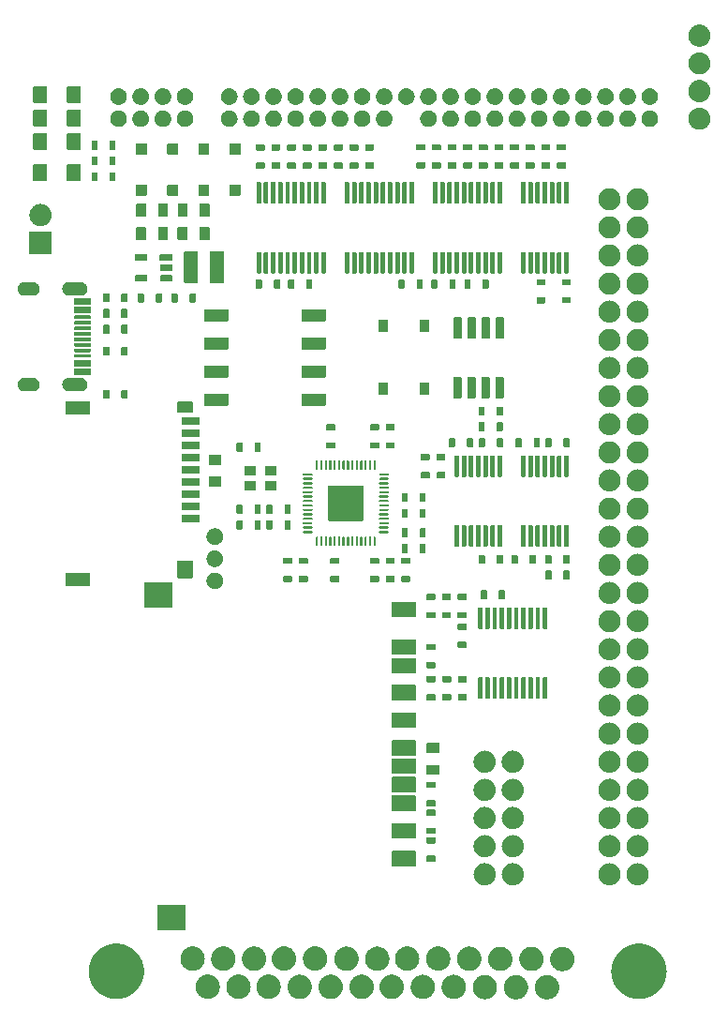
<source format=gts>
%FSLAX46Y46*%
%MOMM*%
%LPD*%
G01*
%ADD10C,0.050000*%
D10*
%LPC*%
%LPC*%
G36*
X0073062975Y0100354470D02*
G01*
X0073124523Y0100352914D01*
X0073185713Y0100349817D01*
X0073246488Y0100345201D01*
X0073306830Y0100339083D01*
X0073366719Y0100331482D01*
X0073426137Y0100322416D01*
X0073485065Y0100311905D01*
X0073543484Y0100299968D01*
X0073601375Y0100286622D01*
X0073658718Y0100271886D01*
X0073715496Y0100255780D01*
X0073771689Y0100238322D01*
X0073827279Y0100219531D01*
X0073882246Y0100199425D01*
X0073936572Y0100178023D01*
X0073990239Y0100155345D01*
X0074043226Y0100131408D01*
X0074095517Y0100106232D01*
X0074147091Y0100079835D01*
X0074197930Y0100052236D01*
X0074248016Y0100023453D01*
X0074297330Y0099993506D01*
X0074345852Y0099962413D01*
X0074393565Y0099930193D01*
X0074440450Y0099896865D01*
X0074486488Y0099862447D01*
X0074531660Y0099826958D01*
X0074575948Y0099790416D01*
X0074619332Y0099752841D01*
X0074661796Y0099714251D01*
X0074703319Y0099674665D01*
X0074743883Y0099634101D01*
X0074783469Y0099592578D01*
X0074822059Y0099550115D01*
X0074859634Y0099506730D01*
X0074896176Y0099462442D01*
X0074931665Y0099417270D01*
X0074966083Y0099371232D01*
X0074999411Y0099324347D01*
X0075031631Y0099276634D01*
X0075062724Y0099228112D01*
X0075092671Y0099178798D01*
X0075121453Y0099128712D01*
X0075149052Y0099077873D01*
X0075175449Y0099026299D01*
X0075200626Y0098974009D01*
X0075224563Y0098921021D01*
X0075247241Y0098867355D01*
X0075268643Y0098813028D01*
X0075288748Y0098758061D01*
X0075307540Y0098702472D01*
X0075324998Y0098646278D01*
X0075341104Y0098589501D01*
X0075355839Y0098532157D01*
X0075369185Y0098474266D01*
X0075381123Y0098415848D01*
X0075391634Y0098356920D01*
X0075400699Y0098297502D01*
X0075408301Y0098237612D01*
X0075414419Y0098177270D01*
X0075419035Y0098116495D01*
X0075422131Y0098055305D01*
X0075423688Y0097993757D01*
X0075423819Y0097962807D01*
X0075423819Y0006593373D01*
X0075423688Y0006562423D01*
X0075422131Y0006500875D01*
X0075419035Y0006439685D01*
X0075414419Y0006378910D01*
X0075408301Y0006318568D01*
X0075400699Y0006258679D01*
X0075391634Y0006199261D01*
X0075381123Y0006140333D01*
X0075369185Y0006081914D01*
X0075355839Y0006024023D01*
X0075341104Y0005966680D01*
X0075324998Y0005909902D01*
X0075307540Y0005853709D01*
X0075288748Y0005798119D01*
X0075268643Y0005743152D01*
X0075247241Y0005688826D01*
X0075224563Y0005635159D01*
X0075200626Y0005582172D01*
X0075175449Y0005529881D01*
X0075149052Y0005478307D01*
X0075121453Y0005427468D01*
X0075092671Y0005377382D01*
X0075062724Y0005328068D01*
X0075031631Y0005279546D01*
X0074999411Y0005231833D01*
X0074966083Y0005184948D01*
X0074931665Y0005138910D01*
X0074896176Y0005093738D01*
X0074859634Y0005049450D01*
X0074822059Y0005006066D01*
X0074783469Y0004963602D01*
X0074743883Y0004922079D01*
X0074703319Y0004881515D01*
X0074661796Y0004841929D01*
X0074619332Y0004803339D01*
X0074575948Y0004765764D01*
X0074531660Y0004729222D01*
X0074486488Y0004693733D01*
X0074440450Y0004659315D01*
X0074393565Y0004625987D01*
X0074345852Y0004593767D01*
X0074297330Y0004562674D01*
X0074248016Y0004532727D01*
X0074197930Y0004503945D01*
X0074147091Y0004476346D01*
X0074095517Y0004449949D01*
X0074043226Y0004424772D01*
X0073990239Y0004400835D01*
X0073936572Y0004378157D01*
X0073882246Y0004356755D01*
X0073827279Y0004336650D01*
X0073771689Y0004317858D01*
X0073715496Y0004300400D01*
X0073658718Y0004284294D01*
X0073601375Y0004269559D01*
X0073543484Y0004256213D01*
X0073485065Y0004244275D01*
X0073426137Y0004233764D01*
X0073366719Y0004224699D01*
X0073306830Y0004217097D01*
X0073246488Y0004210979D01*
X0073185713Y0004206363D01*
X0073124523Y0004203267D01*
X0073062975Y0004201710D01*
X0073032025Y0004201579D01*
X0026091646Y0004201579D01*
X0026091646Y0004236857D01*
X0073031946Y0004236857D01*
X0073062456Y0004236986D01*
X0073123185Y0004238522D01*
X0073183484Y0004241573D01*
X0073243372Y0004246122D01*
X0073302829Y0004252150D01*
X0073361838Y0004259640D01*
X0073420378Y0004268571D01*
X0073478436Y0004278927D01*
X0073535988Y0004290688D01*
X0073593020Y0004303836D01*
X0073649513Y0004318352D01*
X0073705448Y0004334219D01*
X0073760806Y0004351418D01*
X0073815569Y0004369930D01*
X0073869720Y0004389737D01*
X0073923238Y0004410820D01*
X0073976109Y0004433163D01*
X0074028310Y0004456744D01*
X0074079827Y0004481548D01*
X0074130636Y0004507553D01*
X0074180724Y0004534745D01*
X0074230070Y0004563102D01*
X0074278654Y0004592606D01*
X0074326462Y0004623241D01*
X0074373472Y0004654986D01*
X0074419665Y0004687823D01*
X0074465026Y0004721735D01*
X0074509533Y0004756702D01*
X0074553171Y0004792707D01*
X0074595918Y0004829730D01*
X0074637757Y0004867753D01*
X0074678672Y0004906759D01*
X0074718639Y0004946726D01*
X0074757645Y0004987640D01*
X0074795668Y0005029480D01*
X0074832691Y0005072227D01*
X0074868696Y0005115865D01*
X0074903663Y0005160372D01*
X0074937575Y0005205733D01*
X0074970412Y0005251926D01*
X0075002157Y0005298936D01*
X0075032792Y0005346744D01*
X0075062296Y0005395328D01*
X0075090653Y0005444674D01*
X0075117845Y0005494762D01*
X0075143850Y0005545571D01*
X0075168654Y0005597088D01*
X0075192235Y0005649289D01*
X0075214578Y0005702160D01*
X0075235661Y0005755678D01*
X0075255468Y0005809829D01*
X0075273980Y0005864592D01*
X0075291179Y0005919950D01*
X0075307046Y0005975885D01*
X0075321562Y0006032377D01*
X0075334710Y0006089409D01*
X0075346471Y0006146962D01*
X0075356827Y0006205020D01*
X0075365758Y0006263560D01*
X0075373247Y0006322569D01*
X0075379276Y0006382026D01*
X0075383825Y0006441914D01*
X0075386876Y0006502213D01*
X0075388412Y0006562942D01*
X0075388541Y0006593451D01*
X0075388541Y0097962729D01*
X0075388412Y0097993238D01*
X0075386876Y0098053967D01*
X0075383825Y0098114267D01*
X0075379276Y0098174154D01*
X0075373247Y0098233612D01*
X0075365758Y0098292620D01*
X0075356827Y0098351161D01*
X0075346471Y0098409218D01*
X0075334710Y0098466771D01*
X0075321562Y0098523803D01*
X0075307046Y0098580296D01*
X0075291179Y0098636230D01*
X0075273980Y0098691588D01*
X0075255468Y0098746352D01*
X0075235661Y0098800503D01*
X0075214578Y0098854021D01*
X0075192235Y0098906891D01*
X0075168654Y0098959093D01*
X0075143850Y0099010609D01*
X0075117845Y0099061418D01*
X0075090653Y0099111506D01*
X0075062296Y0099160852D01*
X0075032792Y0099209436D01*
X0075002157Y0099257244D01*
X0074970412Y0099304254D01*
X0074937575Y0099350447D01*
X0074903663Y0099395808D01*
X0074868696Y0099440316D01*
X0074832691Y0099483953D01*
X0074795668Y0099526700D01*
X0074757645Y0099568540D01*
X0074718639Y0099609455D01*
X0074678672Y0099649421D01*
X0074637757Y0099688428D01*
X0074595918Y0099726451D01*
X0074553171Y0099763473D01*
X0074509533Y0099799478D01*
X0074465026Y0099834445D01*
X0074419665Y0099868358D01*
X0074373472Y0099901194D01*
X0074326462Y0099932939D01*
X0074278654Y0099963574D01*
X0074230070Y0099993078D01*
X0074180724Y0100021436D01*
X0074130636Y0100048627D01*
X0074079827Y0100074632D01*
X0074028310Y0100099436D01*
X0073976109Y0100123017D01*
X0073923238Y0100145360D01*
X0073869720Y0100166443D01*
X0073815569Y0100186250D01*
X0073760806Y0100204762D01*
X0073705448Y0100221961D01*
X0073649513Y0100237828D01*
X0073593020Y0100252345D01*
X0073535988Y0100265493D01*
X0073478436Y0100277253D01*
X0073420378Y0100287609D01*
X0073361838Y0100296541D01*
X0073302829Y0100304030D01*
X0073243372Y0100310058D01*
X0073183484Y0100314607D01*
X0073123185Y0100317659D01*
X0073062456Y0100319194D01*
X0073031946Y0100319323D01*
X0067218215Y0100319323D01*
X0067218215Y0096308244D01*
X0026091646Y0096308244D01*
X0026091646Y0096343521D01*
X0067182937Y0096343521D01*
X0067182937Y0100354601D01*
X0073032025Y0100354601D01*
G37*
G36*
X0015857346Y0096343521D02*
G01*
X0026091646Y0096343521D01*
X0026091646Y0096308244D01*
X0015822069Y0096308244D01*
X0015822069Y0100319323D01*
X0009133449Y0100319323D01*
X0009103022Y0100319194D01*
X0009042449Y0100317659D01*
X0008982295Y0100314607D01*
X0008922545Y0100310059D01*
X0008863214Y0100304030D01*
X0008804324Y0100296541D01*
X0008745889Y0100287610D01*
X0008687933Y0100277255D01*
X0008630469Y0100265494D01*
X0008573520Y0100252346D01*
X0008517102Y0100237829D01*
X0008461232Y0100221962D01*
X0008405935Y0100204764D01*
X0008351221Y0100186252D01*
X0008297114Y0100166445D01*
X0008243632Y0100145361D01*
X0008190794Y0100123019D01*
X0008138615Y0100099437D01*
X0008087118Y0100074634D01*
X0008036321Y0100048628D01*
X0007986239Y0100021436D01*
X0007936894Y0099993078D01*
X0007888306Y0099963574D01*
X0007840489Y0099932939D01*
X0007793465Y0099901193D01*
X0007747253Y0099868355D01*
X0007701871Y0099834443D01*
X0007657337Y0099799475D01*
X0007613670Y0099763470D01*
X0007570890Y0099726446D01*
X0007529014Y0099688422D01*
X0007488062Y0099649416D01*
X0007448051Y0099609447D01*
X0007409002Y0099568533D01*
X0007370932Y0099526692D01*
X0007333861Y0099483944D01*
X0007297807Y0099440307D01*
X0007262788Y0099395798D01*
X0007228824Y0099350437D01*
X0007195933Y0099304243D01*
X0007164133Y0099257232D01*
X0007133445Y0099209425D01*
X0007103885Y0099160839D01*
X0007075473Y0099111493D01*
X0007048228Y0099061405D01*
X0007022167Y0099010595D01*
X0006997311Y0098959079D01*
X0006973677Y0098906878D01*
X0006951283Y0098854008D01*
X0006930150Y0098800489D01*
X0006910294Y0098746338D01*
X0006891737Y0098691576D01*
X0006874493Y0098636217D01*
X0006858585Y0098580285D01*
X0006844029Y0098523792D01*
X0006830845Y0098466762D01*
X0006819051Y0098409208D01*
X0006808665Y0098351153D01*
X0006799708Y0098292612D01*
X0006792196Y0098233606D01*
X0006786149Y0098174150D01*
X0006781586Y0098114263D01*
X0006778525Y0098053965D01*
X0006776984Y0097993237D01*
X0006776855Y0097962728D01*
X0006776855Y0063652295D01*
X0006846438Y0063587971D01*
X0006993992Y0063445719D01*
X0007137938Y0063299783D01*
X0007278175Y0063150262D01*
X0007414628Y0062997232D01*
X0007547221Y0062840767D01*
X0007675880Y0062680940D01*
X0007800529Y0062517827D01*
X0007921094Y0062351501D01*
X0008037499Y0062182038D01*
X0008149669Y0062009511D01*
X0008257530Y0061833995D01*
X0008361005Y0061655565D01*
X0008460012Y0061474311D01*
X0008531158Y0061336454D01*
X0008577258Y0061243741D01*
X0008622193Y0061150378D01*
X0008665961Y0061056355D01*
X0008708554Y0060961683D01*
X0008749960Y0060866370D01*
X0008790172Y0060770427D01*
X0008829180Y0060673861D01*
X0008866974Y0060576684D01*
X0008903545Y0060478904D01*
X0008938883Y0060380530D01*
X0008972980Y0060281571D01*
X0009005825Y0060182038D01*
X0009037410Y0060081939D01*
X0009067725Y0059981283D01*
X0009096761Y0059880081D01*
X0009124507Y0059778340D01*
X0009150956Y0059676072D01*
X0009176097Y0059573284D01*
X0009199921Y0059469986D01*
X0009222419Y0059366188D01*
X0009243581Y0059261899D01*
X0009263397Y0059157128D01*
X0009281860Y0059051885D01*
X0009298958Y0058946179D01*
X0009314683Y0058840019D01*
X0009329026Y0058733414D01*
X0009341976Y0058626375D01*
X0009353525Y0058518909D01*
X0009363663Y0058411028D01*
X0009372381Y0058302739D01*
X0009379670Y0058194053D01*
X0009385519Y0058084978D01*
X0009389920Y0057975525D01*
X0009392864Y0057865701D01*
X0009394340Y0057755538D01*
X0009394463Y0057700280D01*
X0009394340Y0057645021D01*
X0009392864Y0057534852D01*
X0009389920Y0057425019D01*
X0009385519Y0057315551D01*
X0009379670Y0057206458D01*
X0009372381Y0057097749D01*
X0009363663Y0056989434D01*
X0009353525Y0056881522D01*
X0009341976Y0056774023D01*
X0009329026Y0056666947D01*
X0009314683Y0056560303D01*
X0009298958Y0056454101D01*
X0009281860Y0056348351D01*
X0009263398Y0056243061D01*
X0009243581Y0056138241D01*
X0009222419Y0056033902D01*
X0009199921Y0055930053D01*
X0009176097Y0055826702D01*
X0009150956Y0055723861D01*
X0009124508Y0055621538D01*
X0009096761Y0055519743D01*
X0009067726Y0055418485D01*
X0009037411Y0055317775D01*
X0009005826Y0055217621D01*
X0008972981Y0055118033D01*
X0008938884Y0055019021D01*
X0008903546Y0054920595D01*
X0008866975Y0054822763D01*
X0008829181Y0054725536D01*
X0008790173Y0054628923D01*
X0008749961Y0054532934D01*
X0008708555Y0054437577D01*
X0008665963Y0054342863D01*
X0008622194Y0054248802D01*
X0008577259Y0054155402D01*
X0008531167Y0054062674D01*
X0008483927Y0053970626D01*
X0008435539Y0053879253D01*
X0008360997Y0053743443D01*
X0008257530Y0053565003D01*
X0008149669Y0053389479D01*
X0008037498Y0053216966D01*
X0007921093Y0053047539D01*
X0007800527Y0052881274D01*
X0007675877Y0052718248D01*
X0007547217Y0052558538D01*
X0007414622Y0052402219D01*
X0007278168Y0052249369D01*
X0007137929Y0052100062D01*
X0006993980Y0051954376D01*
X0006846424Y0051812413D01*
X0006776855Y0051748252D01*
X0006776855Y0044396009D01*
X0006828827Y0044328768D01*
X0006938965Y0044183791D01*
X0007047684Y0044037663D01*
X0007154965Y0043890409D01*
X0007260797Y0043742037D01*
X0007365171Y0043592560D01*
X0007468076Y0043441986D01*
X0007569502Y0043290328D01*
X0007669438Y0043137594D01*
X0007767874Y0042983797D01*
X0007864799Y0042828945D01*
X0007960204Y0042673051D01*
X0008054078Y0042516123D01*
X0008146410Y0042358174D01*
X0008237191Y0042199213D01*
X0008326409Y0042039250D01*
X0008414055Y0041878297D01*
X0008500118Y0041716364D01*
X0008584588Y0041553460D01*
X0008667455Y0041389598D01*
X0008748707Y0041224787D01*
X0008828336Y0041059038D01*
X0008906330Y0040892361D01*
X0008982679Y0040724767D01*
X0009057372Y0040556267D01*
X0009130400Y0040386870D01*
X0009201753Y0040216588D01*
X0009271419Y0040045430D01*
X0009339388Y0039873408D01*
X0009405650Y0039700532D01*
X0009470195Y0039526812D01*
X0009533012Y0039352259D01*
X0009594092Y0039176884D01*
X0009653423Y0039000697D01*
X0009710995Y0038823708D01*
X0009766798Y0038645928D01*
X0009820822Y0038467367D01*
X0009873056Y0038288037D01*
X0009923490Y0038107947D01*
X0009972113Y0037927108D01*
X0010018916Y0037745530D01*
X0010063887Y0037563225D01*
X0010107017Y0037380203D01*
X0010148295Y0037196473D01*
X0010187711Y0037012047D01*
X0010225254Y0036826935D01*
X0010260915Y0036641148D01*
X0010294682Y0036454696D01*
X0010326546Y0036267590D01*
X0010356496Y0036079840D01*
X0010384521Y0035891457D01*
X0010410612Y0035702451D01*
X0010434758Y0035512833D01*
X0010456949Y0035322613D01*
X0010477174Y0035131802D01*
X0010495423Y0034940411D01*
X0010511686Y0034748449D01*
X0010525952Y0034555928D01*
X0010538211Y0034362858D01*
X0010548453Y0034169249D01*
X0010556667Y0033975112D01*
X0010562843Y0033780458D01*
X0010566971Y0033585297D01*
X0010569040Y0033389655D01*
X0010569212Y0033291608D01*
X0010569040Y0033193561D01*
X0010566971Y0032997919D01*
X0010562843Y0032802758D01*
X0010556667Y0032608103D01*
X0010548453Y0032413967D01*
X0010538211Y0032220358D01*
X0010525952Y0032027288D01*
X0010511686Y0031834767D01*
X0010495423Y0031642805D01*
X0010477174Y0031451413D01*
X0010456949Y0031260602D01*
X0010434758Y0031070383D01*
X0010410612Y0030880765D01*
X0010384521Y0030691759D01*
X0010356496Y0030503376D01*
X0010326546Y0030315626D01*
X0010294682Y0030128519D01*
X0010260915Y0029942067D01*
X0010225254Y0029756280D01*
X0010187711Y0029571169D01*
X0010148295Y0029386743D01*
X0010107017Y0029203013D01*
X0010063887Y0029019990D01*
X0010018916Y0028837685D01*
X0009972113Y0028656108D01*
X0009923490Y0028475269D01*
X0009873056Y0028295179D01*
X0009820822Y0028115849D01*
X0009766798Y0027937288D01*
X0009710995Y0027759508D01*
X0009653423Y0027582519D01*
X0009594092Y0027406332D01*
X0009533012Y0027230956D01*
X0009470195Y0027056403D01*
X0009405650Y0026882684D01*
X0009339388Y0026709808D01*
X0009271419Y0026537785D01*
X0009201753Y0026366628D01*
X0009130400Y0026196346D01*
X0009057372Y0026026949D01*
X0008982679Y0025858448D01*
X0008906330Y0025690854D01*
X0008828336Y0025524178D01*
X0008748707Y0025358428D01*
X0008667455Y0025193617D01*
X0008584588Y0025029755D01*
X0008500118Y0024866852D01*
X0008414055Y0024704919D01*
X0008326409Y0024543966D01*
X0008237191Y0024384003D01*
X0008146410Y0024225042D01*
X0008054078Y0024067092D01*
X0007960204Y0023910165D01*
X0007864799Y0023754270D01*
X0007767874Y0023599419D01*
X0007669438Y0023445621D01*
X0007569502Y0023292888D01*
X0007468076Y0023141229D01*
X0007365171Y0022990656D01*
X0007260797Y0022841178D01*
X0007154965Y0022692807D01*
X0007047684Y0022545552D01*
X0006938965Y0022399425D01*
X0006828827Y0022254447D01*
X0006776855Y0022187207D01*
X0006776855Y0006593452D01*
X0006776984Y0006562943D01*
X0006778525Y0006502215D01*
X0006781586Y0006441917D01*
X0006786149Y0006382030D01*
X0006792196Y0006322575D01*
X0006799708Y0006263568D01*
X0006808665Y0006205027D01*
X0006819051Y0006146972D01*
X0006830845Y0006089418D01*
X0006844029Y0006032388D01*
X0006858585Y0005975896D01*
X0006874493Y0005919963D01*
X0006891737Y0005864604D01*
X0006910294Y0005809842D01*
X0006930150Y0005755691D01*
X0006951283Y0005702173D01*
X0006973677Y0005649302D01*
X0006997311Y0005597101D01*
X0007022167Y0005545585D01*
X0007048228Y0005494775D01*
X0007075473Y0005444687D01*
X0007103885Y0005395342D01*
X0007133445Y0005346756D01*
X0007164133Y0005298948D01*
X0007195933Y0005251938D01*
X0007228824Y0005205744D01*
X0007262788Y0005160383D01*
X0007297807Y0005115873D01*
X0007333861Y0005072236D01*
X0007370932Y0005029488D01*
X0007409002Y0004987648D01*
X0007448051Y0004946733D01*
X0007488062Y0004906764D01*
X0007529014Y0004867758D01*
X0007570890Y0004829735D01*
X0007613670Y0004792711D01*
X0007657337Y0004756705D01*
X0007701871Y0004721737D01*
X0007747253Y0004687825D01*
X0007793465Y0004654988D01*
X0007840489Y0004623241D01*
X0007888306Y0004592607D01*
X0007936894Y0004563102D01*
X0007986239Y0004534744D01*
X0008036321Y0004507553D01*
X0008087118Y0004481547D01*
X0008138615Y0004456744D01*
X0008190794Y0004433161D01*
X0008243632Y0004410820D01*
X0008297114Y0004389736D01*
X0008351221Y0004369928D01*
X0008405935Y0004351416D01*
X0008461232Y0004334218D01*
X0008517102Y0004318351D01*
X0008573520Y0004303834D01*
X0008630469Y0004290687D01*
X0008687933Y0004278926D01*
X0008745889Y0004268571D01*
X0008804324Y0004259639D01*
X0008863214Y0004252150D01*
X0008922545Y0004246122D01*
X0008982295Y0004241573D01*
X0009042449Y0004238522D01*
X0009103022Y0004236986D01*
X0009133449Y0004236857D01*
X0026091646Y0004236857D01*
X0026091646Y0004201579D01*
X0009133371Y0004201579D01*
X0009102502Y0004201710D01*
X0009041108Y0004203267D01*
X0008980063Y0004206363D01*
X0008919422Y0004210980D01*
X0008859205Y0004217098D01*
X0008799432Y0004224699D01*
X0008740121Y0004233765D01*
X0008681292Y0004244276D01*
X0008622964Y0004256214D01*
X0008565155Y0004269560D01*
X0008507886Y0004284295D01*
X0008451174Y0004300402D01*
X0008395040Y0004317860D01*
X0008339502Y0004336651D01*
X0008284580Y0004356757D01*
X0008230292Y0004378158D01*
X0008176657Y0004400837D01*
X0008123695Y0004424773D01*
X0008071424Y0004449949D01*
X0008019863Y0004476346D01*
X0007969031Y0004503945D01*
X0007918948Y0004532727D01*
X0007869632Y0004562674D01*
X0007821101Y0004593766D01*
X0007773376Y0004625985D01*
X0007726475Y0004659313D01*
X0007680416Y0004693731D01*
X0007635219Y0004729219D01*
X0007590903Y0004765760D01*
X0007547486Y0004803334D01*
X0007504988Y0004841924D01*
X0007463427Y0004881509D01*
X0007422822Y0004922073D01*
X0007383192Y0004963595D01*
X0007344556Y0005006057D01*
X0007306933Y0005049442D01*
X0007270342Y0005093729D01*
X0007234802Y0005138900D01*
X0007200331Y0005184937D01*
X0007166949Y0005231822D01*
X0007134675Y0005279534D01*
X0007103527Y0005328056D01*
X0007073525Y0005377369D01*
X0007044688Y0005427455D01*
X0007017033Y0005478294D01*
X0006990581Y0005529868D01*
X0006965351Y0005582158D01*
X0006941361Y0005635146D01*
X0006918630Y0005688812D01*
X0006897178Y0005743139D01*
X0006877023Y0005798106D01*
X0006858185Y0005853696D01*
X0006840682Y0005909890D01*
X0006824533Y0005966668D01*
X0006809757Y0006024013D01*
X0006796374Y0006081904D01*
X0006784402Y0006140323D01*
X0006773861Y0006199252D01*
X0006764768Y0006258672D01*
X0006757144Y0006318562D01*
X0006751007Y0006378905D01*
X0006746376Y0006439682D01*
X0006743270Y0006500873D01*
X0006741708Y0006562422D01*
X0006741577Y0006593373D01*
X0006741577Y0022199252D01*
X0006800827Y0022275907D01*
X0006910766Y0022420623D01*
X0007019275Y0022566469D01*
X0007126348Y0022713438D01*
X0007231974Y0022861519D01*
X0007336146Y0023010708D01*
X0007438850Y0023160987D01*
X0007540079Y0023312352D01*
X0007639821Y0023464789D01*
X0007738064Y0023618285D01*
X0007834803Y0023772839D01*
X0007930021Y0023928428D01*
X0008023712Y0024085050D01*
X0008115864Y0024242690D01*
X0008206468Y0024401343D01*
X0008295512Y0024560993D01*
X0008382988Y0024721634D01*
X0008468883Y0024883251D01*
X0008553187Y0025045835D01*
X0008635893Y0025209378D01*
X0008716985Y0025373864D01*
X0008796461Y0025539295D01*
X0008874300Y0025705643D01*
X0008950501Y0025872910D01*
X0009025047Y0026041078D01*
X0009097933Y0026210146D01*
X0009169147Y0026380097D01*
X0009238675Y0026550916D01*
X0009306512Y0026722604D01*
X0009372644Y0026895138D01*
X0009437064Y0027068522D01*
X0009499757Y0027242731D01*
X0009560716Y0027417761D01*
X0009619932Y0027593606D01*
X0009677391Y0027770247D01*
X0009733085Y0027947678D01*
X0009787003Y0028125890D01*
X0009839134Y0028304868D01*
X0009889469Y0028484606D01*
X0009937998Y0028665090D01*
X0009984709Y0028846313D01*
X0010029592Y0029028260D01*
X0010072638Y0029210925D01*
X0010113835Y0029394296D01*
X0010153174Y0029578364D01*
X0010190644Y0029763112D01*
X0010226234Y0029948533D01*
X0010259936Y0030134625D01*
X0010291738Y0030321367D01*
X0010321629Y0030508749D01*
X0010349600Y0030696766D01*
X0010375640Y0030885404D01*
X0010399740Y0031074656D01*
X0010421887Y0031264505D01*
X0010442073Y0031454946D01*
X0010460287Y0031645971D01*
X0010476518Y0031837558D01*
X0010490757Y0032029710D01*
X0010502992Y0032222407D01*
X0010513214Y0032415645D01*
X0010521413Y0032609407D01*
X0010527577Y0032803692D01*
X0010531697Y0032998478D01*
X0010533762Y0033193779D01*
X0010533935Y0033291608D01*
X0010533762Y0033389437D01*
X0010531697Y0033584738D01*
X0010527577Y0033779523D01*
X0010521413Y0033973809D01*
X0010513214Y0034167571D01*
X0010502992Y0034360809D01*
X0010490757Y0034553506D01*
X0010476518Y0034745658D01*
X0010460287Y0034937245D01*
X0010442073Y0035128269D01*
X0010421887Y0035318711D01*
X0010399740Y0035508560D01*
X0010375640Y0035697812D01*
X0010349600Y0035886449D01*
X0010321629Y0036074466D01*
X0010291738Y0036261848D01*
X0010259936Y0036448591D01*
X0010226234Y0036634682D01*
X0010190644Y0036820104D01*
X0010153174Y0037004852D01*
X0010113835Y0037188919D01*
X0010072638Y0037372290D01*
X0010029592Y0037554955D01*
X0009984709Y0037736903D01*
X0009937998Y0037918125D01*
X0009889469Y0038098610D01*
X0009839134Y0038278347D01*
X0009787003Y0038457325D01*
X0009733085Y0038635538D01*
X0009677391Y0038812969D01*
X0009619932Y0038989610D01*
X0009560716Y0039165455D01*
X0009499757Y0039340485D01*
X0009437064Y0039514693D01*
X0009372644Y0039688077D01*
X0009306512Y0039860612D01*
X0009238675Y0040032300D01*
X0009169147Y0040203119D01*
X0009097933Y0040373070D01*
X0009025047Y0040542137D01*
X0008950501Y0040710305D01*
X0008874300Y0040877573D01*
X0008796461Y0041043921D01*
X0008716985Y0041209351D01*
X0008635893Y0041373838D01*
X0008553187Y0041537381D01*
X0008468883Y0041699965D01*
X0008382988Y0041861581D01*
X0008295512Y0042022223D01*
X0008206468Y0042181872D01*
X0008115864Y0042340526D01*
X0008023712Y0042498166D01*
X0007930021Y0042654788D01*
X0007834803Y0042810377D01*
X0007738064Y0042964931D01*
X0007639821Y0043118427D01*
X0007540079Y0043270864D01*
X0007438850Y0043422229D01*
X0007336146Y0043572507D01*
X0007231974Y0043721696D01*
X0007126348Y0043869778D01*
X0007019275Y0044016747D01*
X0006910766Y0044162592D01*
X0006800827Y0044307309D01*
X0006741577Y0044383964D01*
X0006741577Y0051763707D01*
X0006822235Y0051838094D01*
X0006969200Y0051979489D01*
X0007112521Y0052124540D01*
X0007252148Y0052273195D01*
X0007388008Y0052425380D01*
X0007520025Y0052581017D01*
X0007648124Y0052740032D01*
X0007772230Y0052902346D01*
X0007892270Y0053067885D01*
X0008008168Y0053236573D01*
X0008119849Y0053408333D01*
X0008227238Y0053583089D01*
X0008330270Y0053760781D01*
X0008404486Y0053895994D01*
X0008452646Y0053986938D01*
X0008499677Y0054078577D01*
X0008545569Y0054170903D01*
X0008590305Y0054263890D01*
X0008633882Y0054357540D01*
X0008676286Y0054451836D01*
X0008717512Y0054546776D01*
X0008757547Y0054642344D01*
X0008796383Y0054738531D01*
X0008834010Y0054835330D01*
X0008870421Y0054932734D01*
X0008905603Y0055030725D01*
X0008939550Y0055129301D01*
X0008972251Y0055228451D01*
X0009003697Y0055328165D01*
X0009033879Y0055428433D01*
X0009062786Y0055529242D01*
X0009090411Y0055630592D01*
X0009116743Y0055732466D01*
X0009141773Y0055834851D01*
X0009165493Y0055937750D01*
X0009187892Y0056041144D01*
X0009208961Y0056145025D01*
X0009228690Y0056249385D01*
X0009247072Y0056354212D01*
X0009264096Y0056459502D01*
X0009279751Y0056565236D01*
X0009294032Y0056671417D01*
X0009306926Y0056778027D01*
X0009318424Y0056885055D01*
X0009328518Y0056992500D01*
X0009337198Y0057100343D01*
X0009344455Y0057208582D01*
X0009350279Y0057317206D01*
X0009354662Y0057426198D01*
X0009357592Y0057535563D01*
X0009359063Y0057645296D01*
X0009359186Y0057700280D01*
X0009359063Y0057755263D01*
X0009357592Y0057864991D01*
X0009354662Y0057974345D01*
X0009350280Y0058083323D01*
X0009344455Y0058191928D01*
X0009337198Y0058300146D01*
X0009328518Y0058407960D01*
X0009318424Y0058515376D01*
X0009306926Y0058622370D01*
X0009294032Y0058728944D01*
X0009279752Y0058835082D01*
X0009264096Y0058940776D01*
X0009247072Y0059046021D01*
X0009228690Y0059150803D01*
X0009208961Y0059255112D01*
X0009187892Y0059358944D01*
X0009165493Y0059462286D01*
X0009141774Y0059565129D01*
X0009116744Y0059667463D01*
X0009090412Y0059769282D01*
X0009062787Y0059870575D01*
X0009033879Y0059971332D01*
X0009003698Y0060071544D01*
X0008972252Y0060171203D01*
X0008939552Y0060270296D01*
X0008905605Y0060368820D01*
X0008870422Y0060466760D01*
X0008834012Y0060564111D01*
X0008796384Y0060660861D01*
X0008757548Y0060757002D01*
X0008717513Y0060852524D01*
X0008676288Y0060947417D01*
X0008633884Y0061041672D01*
X0008590307Y0061135284D01*
X0008545568Y0061228239D01*
X0008499688Y0061320510D01*
X0008428853Y0061457763D01*
X0008330262Y0061638257D01*
X0008227238Y0061815908D01*
X0008119849Y0061990658D01*
X0008008167Y0062162433D01*
X0007892268Y0062331159D01*
X0007772228Y0062496762D01*
X0007648121Y0062659165D01*
X0007520019Y0062818299D01*
X0007388003Y0062974085D01*
X0007252140Y0063126453D01*
X0007112510Y0063275326D01*
X0006969188Y0063420630D01*
X0006822220Y0063562316D01*
X0006741577Y0063636864D01*
X0006741577Y0097962807D01*
X0006741708Y0097993758D01*
X0006743270Y0098055307D01*
X0006746376Y0098116498D01*
X0006751007Y0098177275D01*
X0006757144Y0098237618D01*
X0006764768Y0098297509D01*
X0006773861Y0098356928D01*
X0006784402Y0098415857D01*
X0006796374Y0098474276D01*
X0006809757Y0098532168D01*
X0006824533Y0098589512D01*
X0006840682Y0098646290D01*
X0006858185Y0098702484D01*
X0006877023Y0098758074D01*
X0006897178Y0098813042D01*
X0006918630Y0098867368D01*
X0006941361Y0098921034D01*
X0006965351Y0098974022D01*
X0006990581Y0099026312D01*
X0007017033Y0099077886D01*
X0007044688Y0099128725D01*
X0007073525Y0099178811D01*
X0007103527Y0099228124D01*
X0007134675Y0099276646D01*
X0007166949Y0099324359D01*
X0007200331Y0099371243D01*
X0007234802Y0099417280D01*
X0007270342Y0099462451D01*
X0007306933Y0099506739D01*
X0007344556Y0099550123D01*
X0007383192Y0099592585D01*
X0007422822Y0099634108D01*
X0007463427Y0099674671D01*
X0007504988Y0099714257D01*
X0007547486Y0099752846D01*
X0007590903Y0099790420D01*
X0007635219Y0099826961D01*
X0007680416Y0099862450D01*
X0007726475Y0099896867D01*
X0007773376Y0099930195D01*
X0007821101Y0099962414D01*
X0007869632Y0099993507D01*
X0007918948Y0100023453D01*
X0007969031Y0100052235D01*
X0008019863Y0100079834D01*
X0008071424Y0100106231D01*
X0008123695Y0100131407D01*
X0008176657Y0100155343D01*
X0008230292Y0100178022D01*
X0008284580Y0100199423D01*
X0008339502Y0100219529D01*
X0008395040Y0100238321D01*
X0008451174Y0100255779D01*
X0008507886Y0100271885D01*
X0008565155Y0100286620D01*
X0008622964Y0100299967D01*
X0008681292Y0100311904D01*
X0008740121Y0100322416D01*
X0008799432Y0100331481D01*
X0008859205Y0100339082D01*
X0008919422Y0100345201D01*
X0008980063Y0100349817D01*
X0009041108Y0100352914D01*
X0009102502Y0100354470D01*
X0009133371Y0100354601D01*
X0015857346Y0100354601D01*
G37*
%LPD*%
G36*
X0044248765Y0047014292D02*
G01*
X0044268444Y0047010220D01*
X0044286303Y0047002531D01*
X0044302013Y0046991679D01*
X0044315242Y0046978119D01*
X0044325660Y0046962306D01*
X0044332936Y0046944695D01*
X0044336739Y0046925740D01*
X0044337070Y0046915873D01*
X0044337070Y0045723485D01*
X0044336711Y0045713012D01*
X0044332639Y0045693334D01*
X0044324950Y0045675474D01*
X0044314098Y0045659765D01*
X0044300538Y0045646536D01*
X0044284725Y0045636118D01*
X0044267114Y0045628842D01*
X0044248159Y0045625038D01*
X0044238292Y0045624707D01*
X0042213350Y0045624707D01*
X0042202876Y0045625066D01*
X0042183198Y0045629138D01*
X0042165339Y0045636827D01*
X0042149629Y0045647679D01*
X0042136400Y0045661239D01*
X0042125982Y0045677052D01*
X0042118706Y0045694664D01*
X0042114903Y0045713618D01*
X0042114572Y0045723485D01*
X0042114572Y0046915873D01*
X0042114930Y0046926346D01*
X0042119002Y0046946024D01*
X0042126692Y0046963884D01*
X0042137544Y0046979593D01*
X0042151104Y0046992822D01*
X0042166917Y0047003240D01*
X0042184528Y0047010517D01*
X0042203483Y0047014320D01*
X0042213350Y0047014651D01*
X0044238292Y0047014651D01*
G37*
%LPD*%
G36*
X0044248765Y0043662907D02*
G01*
X0044268444Y0043658834D01*
X0044286303Y0043651145D01*
X0044302013Y0043640293D01*
X0044315242Y0043626733D01*
X0044325660Y0043610920D01*
X0044332936Y0043593309D01*
X0044336739Y0043574354D01*
X0044337070Y0043564487D01*
X0044337070Y0042372099D01*
X0044336711Y0042361626D01*
X0044332639Y0042341948D01*
X0044324950Y0042324089D01*
X0044314098Y0042308379D01*
X0044300538Y0042295150D01*
X0044284725Y0042284732D01*
X0044267114Y0042277456D01*
X0044248159Y0042273652D01*
X0044238292Y0042273322D01*
X0042213350Y0042273322D01*
X0042202876Y0042273680D01*
X0042183198Y0042277752D01*
X0042165339Y0042285442D01*
X0042149629Y0042296294D01*
X0042136400Y0042309853D01*
X0042125982Y0042325666D01*
X0042118706Y0042343278D01*
X0042114903Y0042362233D01*
X0042114572Y0042372099D01*
X0042114572Y0043564487D01*
X0042114930Y0043574960D01*
X0042119002Y0043594639D01*
X0042126692Y0043612498D01*
X0042137544Y0043628208D01*
X0042151104Y0043641437D01*
X0042166917Y0043651855D01*
X0042184528Y0043659131D01*
X0042203483Y0043662934D01*
X0042213350Y0043663265D01*
X0044238292Y0043663265D01*
G37*
%LPD*%
G36*
X0044248765Y0041969575D02*
G01*
X0044268444Y0041965503D01*
X0044286303Y0041957813D01*
X0044302013Y0041946961D01*
X0044315242Y0041933401D01*
X0044325660Y0041917588D01*
X0044332936Y0041899977D01*
X0044336739Y0041881022D01*
X0044337070Y0041871155D01*
X0044337070Y0040678768D01*
X0044336711Y0040668295D01*
X0044332639Y0040648616D01*
X0044324950Y0040630757D01*
X0044314098Y0040615047D01*
X0044300538Y0040601818D01*
X0044284725Y0040591400D01*
X0044267114Y0040584124D01*
X0044248159Y0040580321D01*
X0044238292Y0040579990D01*
X0042213350Y0040579990D01*
X0042202876Y0040580348D01*
X0042183198Y0040584420D01*
X0042165339Y0040592110D01*
X0042149629Y0040602962D01*
X0042136400Y0040616522D01*
X0042125982Y0040632335D01*
X0042118706Y0040649946D01*
X0042114903Y0040668901D01*
X0042114572Y0040678768D01*
X0042114572Y0041871155D01*
X0042114930Y0041881628D01*
X0042119002Y0041901307D01*
X0042126692Y0041919166D01*
X0042137544Y0041934876D01*
X0042151104Y0041948105D01*
X0042166917Y0041958523D01*
X0042184528Y0041965799D01*
X0042203483Y0041969602D01*
X0042213350Y0041969933D01*
X0044238292Y0041969933D01*
G37*
%LPD*%
G36*
X0044248765Y0039531883D02*
G01*
X0044268444Y0039527811D01*
X0044286303Y0039520121D01*
X0044302013Y0039509269D01*
X0044315242Y0039495709D01*
X0044325660Y0039479896D01*
X0044332936Y0039462285D01*
X0044336739Y0039443330D01*
X0044337070Y0039433463D01*
X0044337070Y0038241075D01*
X0044336711Y0038230602D01*
X0044332639Y0038210924D01*
X0044324950Y0038193065D01*
X0044314098Y0038177355D01*
X0044300538Y0038164126D01*
X0044284725Y0038153708D01*
X0044267114Y0038146432D01*
X0044248159Y0038142628D01*
X0044238292Y0038142298D01*
X0042213350Y0038142298D01*
X0042202876Y0038142656D01*
X0042183198Y0038146728D01*
X0042165339Y0038154418D01*
X0042149629Y0038165270D01*
X0042136400Y0038178830D01*
X0042125982Y0038194642D01*
X0042118706Y0038212254D01*
X0042114903Y0038231209D01*
X0042114572Y0038241075D01*
X0042114572Y0039433463D01*
X0042114930Y0039443936D01*
X0042119002Y0039463615D01*
X0042126692Y0039481474D01*
X0042137544Y0039497184D01*
X0042151104Y0039510413D01*
X0042166917Y0039520831D01*
X0042184528Y0039528107D01*
X0042203483Y0039531910D01*
X0042213350Y0039532241D01*
X0044238292Y0039532241D01*
G37*
%LPD*%
G36*
X0044248765Y0037048329D02*
G01*
X0044268444Y0037044257D01*
X0044286303Y0037036568D01*
X0044302013Y0037025716D01*
X0044315242Y0037012156D01*
X0044325660Y0036996343D01*
X0044332936Y0036978732D01*
X0044336739Y0036959777D01*
X0044337070Y0036949910D01*
X0044337070Y0035757522D01*
X0044336711Y0035747049D01*
X0044332639Y0035727371D01*
X0044324950Y0035709511D01*
X0044314098Y0035693802D01*
X0044300538Y0035680573D01*
X0044284725Y0035670155D01*
X0044267114Y0035662879D01*
X0044248159Y0035659075D01*
X0044238292Y0035658745D01*
X0042213350Y0035658745D01*
X0042202876Y0035659103D01*
X0042183198Y0035663175D01*
X0042165339Y0035670864D01*
X0042149629Y0035681716D01*
X0042136400Y0035695276D01*
X0042125982Y0035711089D01*
X0042118706Y0035728701D01*
X0042114903Y0035747655D01*
X0042114572Y0035757522D01*
X0042114572Y0036949910D01*
X0042114930Y0036960383D01*
X0042119002Y0036980061D01*
X0042126692Y0036997921D01*
X0042137544Y0037013630D01*
X0042151104Y0037026860D01*
X0042166917Y0037037278D01*
X0042184528Y0037044554D01*
X0042203483Y0037048357D01*
X0042213350Y0037048688D01*
X0044238292Y0037048688D01*
G37*
%LPD*%
G36*
X0044248765Y0034533026D02*
G01*
X0044268444Y0034528954D01*
X0044286303Y0034521265D01*
X0044302013Y0034510413D01*
X0044315242Y0034496853D01*
X0044325660Y0034481040D01*
X0044332936Y0034463428D01*
X0044336739Y0034444474D01*
X0044337070Y0034434607D01*
X0044337070Y0033242219D01*
X0044336711Y0033231746D01*
X0044332639Y0033212068D01*
X0044324950Y0033194208D01*
X0044314098Y0033178499D01*
X0044300538Y0033165269D01*
X0044284725Y0033154851D01*
X0044267114Y0033147575D01*
X0044248159Y0033143772D01*
X0044238292Y0033143441D01*
X0042213350Y0033143441D01*
X0042202876Y0033143800D01*
X0042183198Y0033147872D01*
X0042165339Y0033155561D01*
X0042149629Y0033166413D01*
X0042136400Y0033179973D01*
X0042125982Y0033195786D01*
X0042118706Y0033213397D01*
X0042114903Y0033232352D01*
X0042114572Y0033242219D01*
X0042114572Y0034434607D01*
X0042114930Y0034445080D01*
X0042119002Y0034464758D01*
X0042126692Y0034482618D01*
X0042137544Y0034498327D01*
X0042151104Y0034511556D01*
X0042166917Y0034521974D01*
X0042184528Y0034529250D01*
X0042203483Y0034533054D01*
X0042213350Y0034533384D01*
X0044238292Y0034533384D01*
G37*
%LPD*%
G36*
X0044248765Y0032885555D02*
G01*
X0044268444Y0032881483D01*
X0044286303Y0032873794D01*
X0044302013Y0032862942D01*
X0044315242Y0032849382D01*
X0044325660Y0032833569D01*
X0044332936Y0032815958D01*
X0044336739Y0032797003D01*
X0044337070Y0032787136D01*
X0044337070Y0031594748D01*
X0044336711Y0031584275D01*
X0044332639Y0031564597D01*
X0044324950Y0031546738D01*
X0044314098Y0031531028D01*
X0044300538Y0031517799D01*
X0044284725Y0031507381D01*
X0044267114Y0031500105D01*
X0044248159Y0031496301D01*
X0044238292Y0031495971D01*
X0042213350Y0031495971D01*
X0042202876Y0031496329D01*
X0042183198Y0031500401D01*
X0042165339Y0031508090D01*
X0042149629Y0031518943D01*
X0042136400Y0031532502D01*
X0042125982Y0031548315D01*
X0042118706Y0031565927D01*
X0042114903Y0031584882D01*
X0042114572Y0031594748D01*
X0042114572Y0032787136D01*
X0042114930Y0032797609D01*
X0042119002Y0032817288D01*
X0042126692Y0032835147D01*
X0042137544Y0032850857D01*
X0042151104Y0032864086D01*
X0042166917Y0032874504D01*
X0042184528Y0032881780D01*
X0042203483Y0032885583D01*
X0042213350Y0032885914D01*
X0044238292Y0032885914D01*
G37*
%LPD*%
G36*
X0044248765Y0031227501D02*
G01*
X0044268444Y0031223429D01*
X0044286303Y0031215740D01*
X0044302013Y0031204888D01*
X0044315242Y0031191328D01*
X0044325660Y0031175515D01*
X0044332936Y0031157904D01*
X0044336739Y0031138949D01*
X0044337070Y0031129082D01*
X0044337070Y0029936694D01*
X0044336711Y0029926221D01*
X0044332639Y0029906543D01*
X0044324950Y0029888683D01*
X0044314098Y0029872974D01*
X0044300538Y0029859745D01*
X0044284725Y0029849327D01*
X0044267114Y0029842051D01*
X0044248159Y0029838247D01*
X0044238292Y0029837917D01*
X0042213350Y0029837917D01*
X0042202876Y0029838275D01*
X0042183198Y0029842347D01*
X0042165339Y0029850036D01*
X0042149629Y0029860889D01*
X0042136400Y0029874448D01*
X0042125982Y0029890261D01*
X0042118706Y0029907873D01*
X0042114903Y0029926828D01*
X0042114572Y0029936694D01*
X0042114572Y0031129082D01*
X0042114930Y0031139555D01*
X0042119002Y0031159234D01*
X0042126692Y0031177093D01*
X0042137544Y0031192803D01*
X0042151104Y0031206032D01*
X0042166917Y0031216450D01*
X0042184528Y0031223726D01*
X0042203483Y0031227529D01*
X0042213350Y0031227860D01*
X0044238292Y0031227860D01*
G37*
%LPD*%
G36*
X0044248765Y0029551809D02*
G01*
X0044268444Y0029547736D01*
X0044286303Y0029540047D01*
X0044302013Y0029529195D01*
X0044315242Y0029515635D01*
X0044325660Y0029499822D01*
X0044332936Y0029482211D01*
X0044336739Y0029463256D01*
X0044337070Y0029453389D01*
X0044337070Y0028261001D01*
X0044336711Y0028250528D01*
X0044332639Y0028230850D01*
X0044324950Y0028212991D01*
X0044314098Y0028197281D01*
X0044300538Y0028184052D01*
X0044284725Y0028173634D01*
X0044267114Y0028166358D01*
X0044248159Y0028162554D01*
X0044238292Y0028162224D01*
X0042213350Y0028162224D01*
X0042202876Y0028162582D01*
X0042183198Y0028166654D01*
X0042165339Y0028174344D01*
X0042149629Y0028185196D01*
X0042136400Y0028198756D01*
X0042125982Y0028214568D01*
X0042118706Y0028232180D01*
X0042114903Y0028251135D01*
X0042114572Y0028261001D01*
X0042114572Y0029453389D01*
X0042114930Y0029463862D01*
X0042119002Y0029483541D01*
X0042126692Y0029501400D01*
X0042137544Y0029517110D01*
X0042151104Y0029530339D01*
X0042166917Y0029540757D01*
X0042184528Y0029548033D01*
X0042203483Y0029551836D01*
X0042213350Y0029552167D01*
X0044238292Y0029552167D01*
G37*
%LPD*%
G36*
X0044248765Y0027036505D02*
G01*
X0044268444Y0027032433D01*
X0044286303Y0027024744D01*
X0044302013Y0027013892D01*
X0044315242Y0027000332D01*
X0044325660Y0026984519D01*
X0044332936Y0026966908D01*
X0044336739Y0026947953D01*
X0044337070Y0026938086D01*
X0044337070Y0025745698D01*
X0044336711Y0025735225D01*
X0044332639Y0025715547D01*
X0044324950Y0025697687D01*
X0044314098Y0025681978D01*
X0044300538Y0025668749D01*
X0044284725Y0025658331D01*
X0044267114Y0025651055D01*
X0044248159Y0025647251D01*
X0044238292Y0025646921D01*
X0042213350Y0025646921D01*
X0042202876Y0025647279D01*
X0042183198Y0025651351D01*
X0042165339Y0025659040D01*
X0042149629Y0025669892D01*
X0042136400Y0025683452D01*
X0042125982Y0025699265D01*
X0042118706Y0025716877D01*
X0042114903Y0025735831D01*
X0042114572Y0025745698D01*
X0042114572Y0026938086D01*
X0042114930Y0026948559D01*
X0042119002Y0026968237D01*
X0042126692Y0026986097D01*
X0042137544Y0027001806D01*
X0042151104Y0027015036D01*
X0042166917Y0027025454D01*
X0042184528Y0027032730D01*
X0042203483Y0027036533D01*
X0042213350Y0027036864D01*
X0044238292Y0027036864D01*
G37*
%LPD*%
G36*
X0044248765Y0024538841D02*
G01*
X0044268444Y0024534769D01*
X0044286303Y0024527079D01*
X0044302013Y0024516227D01*
X0044315242Y0024502668D01*
X0044325660Y0024486855D01*
X0044332936Y0024469243D01*
X0044336739Y0024450288D01*
X0044337070Y0024440422D01*
X0044337070Y0023248034D01*
X0044336711Y0023237561D01*
X0044332639Y0023217882D01*
X0044324950Y0023200023D01*
X0044314098Y0023184313D01*
X0044300538Y0023171084D01*
X0044284725Y0023160666D01*
X0044267114Y0023153390D01*
X0044248159Y0023149587D01*
X0044238292Y0023149256D01*
X0042213350Y0023149256D01*
X0042202876Y0023149614D01*
X0042183198Y0023153687D01*
X0042165339Y0023161376D01*
X0042149629Y0023172228D01*
X0042136400Y0023185788D01*
X0042125982Y0023201601D01*
X0042118706Y0023219212D01*
X0042114903Y0023238167D01*
X0042114572Y0023248034D01*
X0042114572Y0024440422D01*
X0042114930Y0024450895D01*
X0042119002Y0024470573D01*
X0042126692Y0024488432D01*
X0042137544Y0024504142D01*
X0042151104Y0024517371D01*
X0042166917Y0024527789D01*
X0042184528Y0024535065D01*
X0042203483Y0024538869D01*
X0042213350Y0024539199D01*
X0044238292Y0024539199D01*
G37*
%LPD*%
G36*
X0022263675Y0048778180D02*
G01*
X0022283353Y0048774107D01*
X0022301212Y0048766418D01*
X0022316922Y0048755566D01*
X0022330151Y0048742006D01*
X0022340569Y0048726193D01*
X0022347845Y0048708582D01*
X0022351648Y0048689627D01*
X0022351979Y0048679760D01*
X0022351979Y0046605429D01*
X0022351621Y0046594956D01*
X0022347549Y0046575277D01*
X0022339859Y0046557418D01*
X0022329007Y0046541708D01*
X0022315447Y0046528479D01*
X0022299634Y0046518061D01*
X0022282023Y0046510785D01*
X0022263068Y0046506982D01*
X0022253201Y0046506651D01*
X0019875481Y0046506651D01*
X0019865008Y0046507009D01*
X0019845330Y0046511081D01*
X0019827471Y0046518771D01*
X0019811761Y0046529623D01*
X0019798532Y0046543183D01*
X0019788114Y0046558996D01*
X0019780838Y0046576607D01*
X0019777035Y0046595562D01*
X0019776704Y0046605429D01*
X0019776704Y0048679760D01*
X0019777062Y0048690233D01*
X0019781134Y0048709912D01*
X0019788824Y0048727771D01*
X0019799676Y0048743481D01*
X0019813236Y0048756710D01*
X0019829049Y0048767128D01*
X0019846660Y0048774404D01*
X0019865615Y0048778207D01*
X0019875481Y0048778538D01*
X0022253201Y0048778538D01*
G37*
%LPD*%
G36*
X0023456062Y0019674040D02*
G01*
X0023475741Y0019669968D01*
X0023493600Y0019662278D01*
X0023509310Y0019651426D01*
X0023522539Y0019637867D01*
X0023532957Y0019622054D01*
X0023540233Y0019604442D01*
X0023544036Y0019585487D01*
X0023544367Y0019575621D01*
X0023544367Y0017501289D01*
X0023544009Y0017490816D01*
X0023539937Y0017471138D01*
X0023532247Y0017453278D01*
X0023521395Y0017437569D01*
X0023507835Y0017424340D01*
X0023492022Y0017413922D01*
X0023474411Y0017406646D01*
X0023455456Y0017402842D01*
X0023445589Y0017402512D01*
X0021067869Y0017402512D01*
X0021057396Y0017402870D01*
X0021037718Y0017406942D01*
X0021019858Y0017414631D01*
X0021004149Y0017425483D01*
X0020990920Y0017439043D01*
X0020980502Y0017454856D01*
X0020973226Y0017472468D01*
X0020969422Y0017491422D01*
X0020969092Y0017501289D01*
X0020969092Y0019575621D01*
X0020969450Y0019586094D01*
X0020973522Y0019605772D01*
X0020981211Y0019623631D01*
X0020992063Y0019639341D01*
X0021005623Y0019652570D01*
X0021021436Y0019662988D01*
X0021039048Y0019670264D01*
X0021058003Y0019674068D01*
X0021067869Y0019674398D01*
X0023445589Y0019674398D01*
G37*
%LPD*%
G36*
X0024694311Y0063725360D02*
G01*
X0024713990Y0063721288D01*
X0024731849Y0063713599D01*
X0024747559Y0063702746D01*
X0024760788Y0063689187D01*
X0024771206Y0063673374D01*
X0024778482Y0063655762D01*
X0024782285Y0063636807D01*
X0024782616Y0063626941D01*
X0024782616Y0063125997D01*
X0024782257Y0063115524D01*
X0024778185Y0063095845D01*
X0024770496Y0063077986D01*
X0024759644Y0063062276D01*
X0024746084Y0063049047D01*
X0024730271Y0063038629D01*
X0024712660Y0063031353D01*
X0024693705Y0063027550D01*
X0024683838Y0063027219D01*
X0023283312Y0063027219D01*
X0023272839Y0063027577D01*
X0023253160Y0063031649D01*
X0023235301Y0063039339D01*
X0023219591Y0063050191D01*
X0023206362Y0063063751D01*
X0023195944Y0063079564D01*
X0023188668Y0063097175D01*
X0023184865Y0063116130D01*
X0023184534Y0063125997D01*
X0023184534Y0063626941D01*
X0023184892Y0063637414D01*
X0023188964Y0063657092D01*
X0023196654Y0063674951D01*
X0023207506Y0063690661D01*
X0023221066Y0063703890D01*
X0023236879Y0063714308D01*
X0023254490Y0063721584D01*
X0023273445Y0063725388D01*
X0023283312Y0063725718D01*
X0024683838Y0063725718D01*
G37*
%LPD*%
G36*
X0024694311Y0062624694D02*
G01*
X0024713990Y0062620622D01*
X0024731849Y0062612933D01*
X0024747559Y0062602081D01*
X0024760788Y0062588521D01*
X0024771206Y0062572708D01*
X0024778482Y0062555097D01*
X0024782285Y0062536142D01*
X0024782616Y0062526275D01*
X0024782616Y0062025331D01*
X0024782257Y0062014858D01*
X0024778185Y0061995180D01*
X0024770496Y0061977320D01*
X0024759644Y0061961611D01*
X0024746084Y0061948381D01*
X0024730271Y0061937963D01*
X0024712660Y0061930687D01*
X0024693705Y0061926884D01*
X0024683838Y0061926553D01*
X0023283312Y0061926553D01*
X0023272839Y0061926912D01*
X0023253160Y0061930984D01*
X0023235301Y0061938673D01*
X0023219591Y0061949525D01*
X0023206362Y0061963085D01*
X0023195944Y0061978898D01*
X0023188668Y0061996509D01*
X0023184865Y0062015464D01*
X0023184534Y0062025331D01*
X0023184534Y0062526275D01*
X0023184892Y0062536748D01*
X0023188964Y0062556426D01*
X0023196654Y0062574286D01*
X0023207506Y0062589995D01*
X0023221066Y0062603225D01*
X0023236879Y0062613643D01*
X0023254490Y0062620919D01*
X0023273445Y0062624722D01*
X0023283312Y0062625053D01*
X0024683838Y0062625053D01*
G37*
%LPD*%
G36*
X0024694311Y0061524029D02*
G01*
X0024713990Y0061519957D01*
X0024731849Y0061512267D01*
X0024747559Y0061501415D01*
X0024760788Y0061487855D01*
X0024771206Y0061472042D01*
X0024778482Y0061454431D01*
X0024782285Y0061435476D01*
X0024782616Y0061425609D01*
X0024782616Y0060924665D01*
X0024782257Y0060914192D01*
X0024778185Y0060894514D01*
X0024770496Y0060876655D01*
X0024759644Y0060860945D01*
X0024746084Y0060847716D01*
X0024730271Y0060837298D01*
X0024712660Y0060830022D01*
X0024693705Y0060826218D01*
X0024683838Y0060825888D01*
X0023283312Y0060825888D01*
X0023272839Y0060826246D01*
X0023253160Y0060830318D01*
X0023235301Y0060838008D01*
X0023219591Y0060848860D01*
X0023206362Y0060862419D01*
X0023195944Y0060878232D01*
X0023188668Y0060895844D01*
X0023184865Y0060914799D01*
X0023184534Y0060924665D01*
X0023184534Y0061425609D01*
X0023184892Y0061436082D01*
X0023188964Y0061455761D01*
X0023196654Y0061473620D01*
X0023207506Y0061489330D01*
X0023221066Y0061502559D01*
X0023236879Y0061512977D01*
X0023254490Y0061520253D01*
X0023273445Y0061524056D01*
X0023283312Y0061524387D01*
X0024683838Y0061524387D01*
G37*
%LPD*%
G36*
X0024694311Y0060423363D02*
G01*
X0024713990Y0060419291D01*
X0024731849Y0060411602D01*
X0024747559Y0060400750D01*
X0024760788Y0060387190D01*
X0024771206Y0060371377D01*
X0024778482Y0060353765D01*
X0024782285Y0060334810D01*
X0024782616Y0060324944D01*
X0024782616Y0059824000D01*
X0024782257Y0059813527D01*
X0024778185Y0059793848D01*
X0024770496Y0059775989D01*
X0024759644Y0059760279D01*
X0024746084Y0059747050D01*
X0024730271Y0059736632D01*
X0024712660Y0059729356D01*
X0024693705Y0059725553D01*
X0024683838Y0059725222D01*
X0023283312Y0059725222D01*
X0023272839Y0059725580D01*
X0023253160Y0059729652D01*
X0023235301Y0059737342D01*
X0023219591Y0059748194D01*
X0023206362Y0059761754D01*
X0023195944Y0059777567D01*
X0023188668Y0059795178D01*
X0023184865Y0059814133D01*
X0023184534Y0059824000D01*
X0023184534Y0060324944D01*
X0023184892Y0060335417D01*
X0023188964Y0060355095D01*
X0023196654Y0060372955D01*
X0023207506Y0060388664D01*
X0023221066Y0060401893D01*
X0023236879Y0060412311D01*
X0023254490Y0060419587D01*
X0023273445Y0060423391D01*
X0023283312Y0060423721D01*
X0024683838Y0060423721D01*
G37*
%LPD*%
G36*
X0024694311Y0059322698D02*
G01*
X0024713990Y0059318625D01*
X0024731849Y0059310936D01*
X0024747559Y0059300084D01*
X0024760788Y0059286524D01*
X0024771206Y0059270711D01*
X0024778482Y0059253100D01*
X0024782285Y0059234145D01*
X0024782616Y0059224278D01*
X0024782616Y0058723334D01*
X0024782257Y0058712861D01*
X0024778185Y0058693183D01*
X0024770496Y0058675323D01*
X0024759644Y0058659614D01*
X0024746084Y0058646385D01*
X0024730271Y0058635967D01*
X0024712660Y0058628691D01*
X0024693705Y0058624887D01*
X0024683838Y0058624556D01*
X0023283312Y0058624556D01*
X0023272839Y0058624915D01*
X0023253160Y0058628987D01*
X0023235301Y0058636676D01*
X0023219591Y0058647528D01*
X0023206362Y0058661088D01*
X0023195944Y0058676901D01*
X0023188668Y0058694512D01*
X0023184865Y0058713467D01*
X0023184534Y0058723334D01*
X0023184534Y0059224278D01*
X0023184892Y0059234751D01*
X0023188964Y0059254430D01*
X0023196654Y0059272289D01*
X0023207506Y0059287999D01*
X0023221066Y0059301228D01*
X0023236879Y0059311646D01*
X0023254490Y0059318922D01*
X0023273445Y0059322725D01*
X0023283312Y0059323056D01*
X0024683838Y0059323056D01*
G37*
%LPD*%
G36*
X0024694311Y0058225560D02*
G01*
X0024713990Y0058221488D01*
X0024731849Y0058213798D01*
X0024747559Y0058202946D01*
X0024760788Y0058189386D01*
X0024771206Y0058173573D01*
X0024778482Y0058155962D01*
X0024782285Y0058137007D01*
X0024782616Y0058127140D01*
X0024782616Y0057626196D01*
X0024782257Y0057615723D01*
X0024778185Y0057596045D01*
X0024770496Y0057578185D01*
X0024759644Y0057562476D01*
X0024746084Y0057549247D01*
X0024730271Y0057538829D01*
X0024712660Y0057531553D01*
X0024693705Y0057527749D01*
X0024683838Y0057527419D01*
X0023283312Y0057527419D01*
X0023272839Y0057527777D01*
X0023253160Y0057531849D01*
X0023235301Y0057539538D01*
X0023219591Y0057550390D01*
X0023206362Y0057563950D01*
X0023195944Y0057579763D01*
X0023188668Y0057597375D01*
X0023184865Y0057616330D01*
X0023184534Y0057626196D01*
X0023184534Y0058127140D01*
X0023184892Y0058137613D01*
X0023188964Y0058157292D01*
X0023196654Y0058175151D01*
X0023207506Y0058190861D01*
X0023221066Y0058204090D01*
X0023236879Y0058214508D01*
X0023254490Y0058221784D01*
X0023273445Y0058225587D01*
X0023283312Y0058225918D01*
X0024683838Y0058225918D01*
G37*
%LPD*%
G36*
X0024694311Y0057124894D02*
G01*
X0024713990Y0057120822D01*
X0024731849Y0057113132D01*
X0024747559Y0057102280D01*
X0024760788Y0057088721D01*
X0024771206Y0057072908D01*
X0024778482Y0057055296D01*
X0024782285Y0057036341D01*
X0024782616Y0057026475D01*
X0024782616Y0056525531D01*
X0024782257Y0056515058D01*
X0024778185Y0056495379D01*
X0024770496Y0056477520D01*
X0024759644Y0056461810D01*
X0024746084Y0056448581D01*
X0024730271Y0056438163D01*
X0024712660Y0056430887D01*
X0024693705Y0056427084D01*
X0024683838Y0056426753D01*
X0023283312Y0056426753D01*
X0023272839Y0056427111D01*
X0023253160Y0056431183D01*
X0023235301Y0056438873D01*
X0023219591Y0056449725D01*
X0023206362Y0056463285D01*
X0023195944Y0056479098D01*
X0023188668Y0056496709D01*
X0023184865Y0056515664D01*
X0023184534Y0056525531D01*
X0023184534Y0057026475D01*
X0023184892Y0057036948D01*
X0023188964Y0057056626D01*
X0023196654Y0057074485D01*
X0023207506Y0057090195D01*
X0023221066Y0057103424D01*
X0023236879Y0057113842D01*
X0023254490Y0057121118D01*
X0023273445Y0057124922D01*
X0023283312Y0057125252D01*
X0024683838Y0057125252D01*
G37*
%LPD*%
G36*
X0024694311Y0056024228D02*
G01*
X0024713990Y0056020156D01*
X0024731849Y0056012467D01*
X0024747559Y0056001615D01*
X0024760788Y0055988055D01*
X0024771206Y0055972242D01*
X0024778482Y0055954631D01*
X0024782285Y0055935676D01*
X0024782616Y0055925809D01*
X0024782616Y0055424865D01*
X0024782257Y0055414392D01*
X0024778185Y0055394714D01*
X0024770496Y0055376854D01*
X0024759644Y0055361145D01*
X0024746084Y0055347915D01*
X0024730271Y0055337497D01*
X0024712660Y0055330221D01*
X0024693705Y0055326418D01*
X0024683838Y0055326087D01*
X0023283312Y0055326087D01*
X0023272839Y0055326446D01*
X0023253160Y0055330518D01*
X0023235301Y0055338207D01*
X0023219591Y0055349059D01*
X0023206362Y0055362619D01*
X0023195944Y0055378432D01*
X0023188668Y0055396043D01*
X0023184865Y0055414998D01*
X0023184534Y0055424865D01*
X0023184534Y0055925809D01*
X0023184892Y0055936282D01*
X0023188964Y0055955960D01*
X0023196654Y0055973820D01*
X0023207506Y0055989529D01*
X0023221066Y0056002759D01*
X0023236879Y0056013176D01*
X0023254490Y0056020453D01*
X0023273445Y0056024256D01*
X0023283312Y0056024587D01*
X0024683838Y0056024587D01*
G37*
%LPD*%
G36*
X0024694311Y0054923563D02*
G01*
X0024713990Y0054919491D01*
X0024731849Y0054911801D01*
X0024747559Y0054900949D01*
X0024760788Y0054887389D01*
X0024771206Y0054871576D01*
X0024778482Y0054853965D01*
X0024782285Y0054835010D01*
X0024782616Y0054825143D01*
X0024782616Y0054324199D01*
X0024782257Y0054313726D01*
X0024778185Y0054294048D01*
X0024770496Y0054276189D01*
X0024759644Y0054260479D01*
X0024746084Y0054247250D01*
X0024730271Y0054236832D01*
X0024712660Y0054229556D01*
X0024693705Y0054225752D01*
X0024683838Y0054225422D01*
X0023283312Y0054225422D01*
X0023272839Y0054225780D01*
X0023253160Y0054229852D01*
X0023235301Y0054237542D01*
X0023219591Y0054248394D01*
X0023206362Y0054261953D01*
X0023195944Y0054277766D01*
X0023188668Y0054295378D01*
X0023184865Y0054314333D01*
X0023184534Y0054324199D01*
X0023184534Y0054825143D01*
X0023184892Y0054835616D01*
X0023188964Y0054855295D01*
X0023196654Y0054873154D01*
X0023207506Y0054888864D01*
X0023221066Y0054902093D01*
X0023236879Y0054912511D01*
X0023254490Y0054919787D01*
X0023273445Y0054923590D01*
X0023283312Y0054923921D01*
X0024683838Y0054923921D01*
G37*
%LPD*%
G36*
X0024084006Y0065094137D02*
G01*
X0024103685Y0065090064D01*
X0024121544Y0065082375D01*
X0024137254Y0065071523D01*
X0024150483Y0065057963D01*
X0024160901Y0065042150D01*
X0024168177Y0065024539D01*
X0024171980Y0065005584D01*
X0024172311Y0064995717D01*
X0024172311Y0064194912D01*
X0024171953Y0064184439D01*
X0024167880Y0064164761D01*
X0024160191Y0064146902D01*
X0024149339Y0064131192D01*
X0024135779Y0064117963D01*
X0024119966Y0064107545D01*
X0024102355Y0064100269D01*
X0024083400Y0064096465D01*
X0024073533Y0064096135D01*
X0022874090Y0064096135D01*
X0022863617Y0064096493D01*
X0022843938Y0064100565D01*
X0022826079Y0064108255D01*
X0022810369Y0064119107D01*
X0022797140Y0064132666D01*
X0022786722Y0064148479D01*
X0022779446Y0064166091D01*
X0022775643Y0064185046D01*
X0022775312Y0064194912D01*
X0022775312Y0064995717D01*
X0022775670Y0065006190D01*
X0022779742Y0065025869D01*
X0022787432Y0065043728D01*
X0022798284Y0065059438D01*
X0022811844Y0065072667D01*
X0022827657Y0065083085D01*
X0022845268Y0065090361D01*
X0022864223Y0065094164D01*
X0022874090Y0065094495D01*
X0024073533Y0065094495D01*
G37*
%LPD*%
G36*
X0014781265Y0049667179D02*
G01*
X0014800943Y0049663107D01*
X0014818803Y0049655417D01*
X0014834512Y0049644565D01*
X0014847741Y0049631005D01*
X0014858159Y0049615192D01*
X0014865435Y0049597581D01*
X0014869239Y0049578626D01*
X0014869569Y0049568759D01*
X0014869569Y0048570399D01*
X0014869211Y0048559926D01*
X0014865139Y0048540248D01*
X0014857450Y0048522388D01*
X0014846598Y0048506679D01*
X0014833038Y0048493450D01*
X0014817225Y0048483032D01*
X0014799613Y0048475756D01*
X0014780659Y0048471952D01*
X0014770792Y0048471621D01*
X0012770544Y0048471621D01*
X0012760071Y0048471980D01*
X0012740392Y0048476052D01*
X0012722533Y0048483741D01*
X0012706823Y0048494593D01*
X0012693594Y0048508153D01*
X0012683176Y0048523966D01*
X0012675900Y0048541578D01*
X0012672097Y0048560532D01*
X0012671766Y0048570399D01*
X0012671766Y0049568759D01*
X0012672124Y0049579232D01*
X0012676196Y0049598911D01*
X0012683886Y0049616770D01*
X0012694738Y0049632480D01*
X0012708298Y0049645709D01*
X0012724111Y0049656127D01*
X0012741722Y0049663403D01*
X0012760677Y0049667206D01*
X0012770544Y0049667537D01*
X0014770792Y0049667537D01*
G37*
%LPD*%
G36*
X0014781265Y0065147053D02*
G01*
X0014800943Y0065142981D01*
X0014818803Y0065135292D01*
X0014834512Y0065124440D01*
X0014847741Y0065110880D01*
X0014858159Y0065095067D01*
X0014865435Y0065077455D01*
X0014869239Y0065058501D01*
X0014869569Y0065048634D01*
X0014869569Y0064050274D01*
X0014869211Y0064039801D01*
X0014865139Y0064020122D01*
X0014857450Y0064002263D01*
X0014846598Y0063986553D01*
X0014833038Y0063973324D01*
X0014817225Y0063962906D01*
X0014799613Y0063955630D01*
X0014780659Y0063951827D01*
X0014770792Y0063951496D01*
X0012770544Y0063951496D01*
X0012760071Y0063951854D01*
X0012740392Y0063955926D01*
X0012722533Y0063963616D01*
X0012706823Y0063974468D01*
X0012693594Y0063988028D01*
X0012683176Y0064003841D01*
X0012675900Y0064021452D01*
X0012672097Y0064040407D01*
X0012671766Y0064050274D01*
X0012671766Y0065048634D01*
X0012672124Y0065059107D01*
X0012676196Y0065078785D01*
X0012683886Y0065096645D01*
X0012694738Y0065112354D01*
X0012708298Y0065125583D01*
X0012724111Y0065136001D01*
X0012741722Y0065143277D01*
X0012760677Y0065147081D01*
X0012770544Y0065147411D01*
X0014770792Y0065147411D01*
G37*
%LPD*%
G36*
X0024084006Y0050764317D02*
G01*
X0024103685Y0050760244D01*
X0024121544Y0050752555D01*
X0024137254Y0050741703D01*
X0024150483Y0050728143D01*
X0024160901Y0050712330D01*
X0024168177Y0050694719D01*
X0024171980Y0050675764D01*
X0024172311Y0050665897D01*
X0024172311Y0049265371D01*
X0024171953Y0049254898D01*
X0024167880Y0049235219D01*
X0024160191Y0049217360D01*
X0024149339Y0049201650D01*
X0024135779Y0049188421D01*
X0024119966Y0049178003D01*
X0024102355Y0049170727D01*
X0024083400Y0049166924D01*
X0024073533Y0049166593D01*
X0022874090Y0049166593D01*
X0022863617Y0049166951D01*
X0022843938Y0049171023D01*
X0022826079Y0049178713D01*
X0022810369Y0049189565D01*
X0022797140Y0049203125D01*
X0022786722Y0049218938D01*
X0022779446Y0049236549D01*
X0022775643Y0049255504D01*
X0022775312Y0049265371D01*
X0022775312Y0050665897D01*
X0022775670Y0050676370D01*
X0022779742Y0050696049D01*
X0022787432Y0050713908D01*
X0022798284Y0050729618D01*
X0022811844Y0050742847D01*
X0022827657Y0050753265D01*
X0022845268Y0050760541D01*
X0022864223Y0050764344D01*
X0022874090Y0050764675D01*
X0024073533Y0050764675D01*
G37*
%LPD*%
G36*
X0065480798Y0091404473D02*
G01*
X0065519220Y0091402525D01*
X0065557110Y0091398677D01*
X0065594423Y0091392976D01*
X0065631109Y0091385469D01*
X0065667123Y0091376203D01*
X0065702416Y0091365225D01*
X0065736943Y0091352584D01*
X0065770654Y0091338325D01*
X0065803505Y0091322496D01*
X0065835446Y0091305144D01*
X0065866431Y0091286318D01*
X0065896412Y0091266062D01*
X0065925344Y0091244426D01*
X0065953177Y0091221456D01*
X0065979865Y0091197199D01*
X0066005362Y0091171703D01*
X0066029618Y0091145015D01*
X0066052588Y0091117181D01*
X0066074225Y0091088250D01*
X0066094480Y0091058268D01*
X0066113307Y0091027283D01*
X0066130658Y0090995342D01*
X0066146487Y0090962492D01*
X0066160746Y0090928780D01*
X0066173388Y0090894254D01*
X0066184365Y0090858960D01*
X0066193631Y0090822947D01*
X0066201138Y0090786260D01*
X0066206839Y0090748948D01*
X0066210688Y0090711057D01*
X0066212635Y0090672636D01*
X0066212799Y0090653221D01*
X0066212635Y0090633806D01*
X0066210688Y0090595385D01*
X0066206839Y0090557494D01*
X0066201138Y0090520182D01*
X0066193631Y0090483495D01*
X0066184365Y0090447482D01*
X0066173388Y0090412188D01*
X0066160746Y0090377662D01*
X0066146487Y0090343950D01*
X0066130658Y0090311100D01*
X0066113307Y0090279159D01*
X0066094480Y0090248174D01*
X0066074225Y0090218192D01*
X0066052588Y0090189261D01*
X0066029618Y0090161427D01*
X0066005362Y0090134739D01*
X0065979865Y0090109243D01*
X0065953177Y0090084986D01*
X0065925344Y0090062016D01*
X0065896412Y0090040380D01*
X0065866431Y0090020125D01*
X0065835446Y0090001298D01*
X0065803505Y0089983946D01*
X0065770654Y0089968117D01*
X0065736943Y0089953858D01*
X0065702416Y0089941217D01*
X0065667123Y0089930239D01*
X0065631109Y0089920973D01*
X0065594423Y0089913466D01*
X0065557110Y0089907765D01*
X0065519220Y0089903917D01*
X0065480798Y0089901969D01*
X0065461383Y0089901805D01*
X0065441969Y0089901969D01*
X0065403547Y0089903917D01*
X0065365656Y0089907765D01*
X0065328344Y0089913466D01*
X0065291658Y0089920973D01*
X0065255644Y0089930239D01*
X0065220350Y0089941217D01*
X0065185824Y0089953858D01*
X0065152112Y0089968117D01*
X0065119262Y0089983946D01*
X0065087321Y0090001298D01*
X0065056336Y0090020125D01*
X0065026354Y0090040380D01*
X0064997423Y0090062016D01*
X0064969590Y0090084986D01*
X0064942901Y0090109243D01*
X0064917405Y0090134739D01*
X0064893149Y0090161427D01*
X0064870178Y0090189261D01*
X0064848542Y0090218192D01*
X0064828287Y0090248174D01*
X0064809460Y0090279159D01*
X0064792108Y0090311100D01*
X0064776280Y0090343950D01*
X0064762021Y0090377662D01*
X0064749379Y0090412188D01*
X0064738402Y0090447482D01*
X0064729136Y0090483495D01*
X0064721628Y0090520182D01*
X0064715927Y0090557494D01*
X0064712079Y0090595385D01*
X0064710132Y0090633806D01*
X0064709967Y0090653221D01*
X0064710132Y0090672636D01*
X0064712079Y0090711057D01*
X0064715927Y0090748948D01*
X0064721628Y0090786260D01*
X0064729136Y0090822947D01*
X0064738402Y0090858960D01*
X0064749379Y0090894254D01*
X0064762021Y0090928780D01*
X0064776280Y0090962492D01*
X0064792108Y0090995342D01*
X0064809460Y0091027283D01*
X0064828287Y0091058268D01*
X0064848542Y0091088250D01*
X0064870178Y0091117181D01*
X0064893149Y0091145015D01*
X0064917405Y0091171703D01*
X0064942901Y0091197199D01*
X0064969590Y0091221456D01*
X0064997423Y0091244426D01*
X0065026354Y0091266062D01*
X0065056336Y0091286318D01*
X0065087321Y0091305144D01*
X0065119262Y0091322496D01*
X0065152112Y0091338325D01*
X0065185824Y0091352584D01*
X0065220350Y0091365225D01*
X0065255644Y0091376203D01*
X0065291658Y0091385469D01*
X0065328344Y0091392976D01*
X0065365656Y0091398677D01*
X0065403547Y0091402525D01*
X0065441969Y0091404473D01*
X0065461383Y0091404637D01*
G37*
%LPD*%
G36*
X0063480550Y0091404473D02*
G01*
X0063518972Y0091402525D01*
X0063556862Y0091398677D01*
X0063594174Y0091392976D01*
X0063630861Y0091385469D01*
X0063666875Y0091376203D01*
X0063702168Y0091365225D01*
X0063736695Y0091352584D01*
X0063770406Y0091338325D01*
X0063803256Y0091322496D01*
X0063835198Y0091305144D01*
X0063866183Y0091286318D01*
X0063896164Y0091266062D01*
X0063925095Y0091244426D01*
X0063952929Y0091221456D01*
X0063979617Y0091197199D01*
X0064005113Y0091171703D01*
X0064029370Y0091145015D01*
X0064052340Y0091117181D01*
X0064073977Y0091088250D01*
X0064094232Y0091058268D01*
X0064113059Y0091027283D01*
X0064130410Y0090995342D01*
X0064146239Y0090962492D01*
X0064160498Y0090928780D01*
X0064173140Y0090894254D01*
X0064184117Y0090858960D01*
X0064193383Y0090822947D01*
X0064200890Y0090786260D01*
X0064206591Y0090748948D01*
X0064210439Y0090711057D01*
X0064212387Y0090672636D01*
X0064212551Y0090653221D01*
X0064212387Y0090633806D01*
X0064210439Y0090595385D01*
X0064206591Y0090557494D01*
X0064200890Y0090520182D01*
X0064193383Y0090483495D01*
X0064184117Y0090447482D01*
X0064173140Y0090412188D01*
X0064160498Y0090377662D01*
X0064146239Y0090343950D01*
X0064130410Y0090311100D01*
X0064113059Y0090279159D01*
X0064094232Y0090248174D01*
X0064073977Y0090218192D01*
X0064052340Y0090189261D01*
X0064029370Y0090161427D01*
X0064005113Y0090134739D01*
X0063979617Y0090109243D01*
X0063952929Y0090084986D01*
X0063925095Y0090062016D01*
X0063896164Y0090040380D01*
X0063866183Y0090020125D01*
X0063835198Y0090001298D01*
X0063803256Y0089983946D01*
X0063770406Y0089968117D01*
X0063736695Y0089953858D01*
X0063702168Y0089941217D01*
X0063666875Y0089930239D01*
X0063630861Y0089920973D01*
X0063594174Y0089913466D01*
X0063556862Y0089907765D01*
X0063518972Y0089903917D01*
X0063480550Y0089901969D01*
X0063461135Y0089901805D01*
X0063441721Y0089901969D01*
X0063403299Y0089903917D01*
X0063365408Y0089907765D01*
X0063328096Y0089913466D01*
X0063291410Y0089920973D01*
X0063255396Y0089930239D01*
X0063220102Y0089941217D01*
X0063185576Y0089953858D01*
X0063151864Y0089968117D01*
X0063119014Y0089983946D01*
X0063087073Y0090001298D01*
X0063056088Y0090020125D01*
X0063026106Y0090040380D01*
X0062997175Y0090062016D01*
X0062969342Y0090084986D01*
X0062942653Y0090109243D01*
X0062917157Y0090134739D01*
X0062892900Y0090161427D01*
X0062869930Y0090189261D01*
X0062848294Y0090218192D01*
X0062828039Y0090248174D01*
X0062809212Y0090279159D01*
X0062791860Y0090311100D01*
X0062776032Y0090343950D01*
X0062761773Y0090377662D01*
X0062749131Y0090412188D01*
X0062738153Y0090447482D01*
X0062728887Y0090483495D01*
X0062721380Y0090520182D01*
X0062715679Y0090557494D01*
X0062711831Y0090595385D01*
X0062709884Y0090633806D01*
X0062709719Y0090653221D01*
X0062709884Y0090672636D01*
X0062711831Y0090711057D01*
X0062715679Y0090748948D01*
X0062721380Y0090786260D01*
X0062728887Y0090822947D01*
X0062738153Y0090858960D01*
X0062749131Y0090894254D01*
X0062761773Y0090928780D01*
X0062776032Y0090962492D01*
X0062791860Y0090995342D01*
X0062809212Y0091027283D01*
X0062828039Y0091058268D01*
X0062848294Y0091088250D01*
X0062869930Y0091117181D01*
X0062892900Y0091145015D01*
X0062917157Y0091171703D01*
X0062942653Y0091197199D01*
X0062969342Y0091221456D01*
X0062997175Y0091244426D01*
X0063026106Y0091266062D01*
X0063056088Y0091286318D01*
X0063087073Y0091305144D01*
X0063119014Y0091322496D01*
X0063151864Y0091338325D01*
X0063185576Y0091352584D01*
X0063220102Y0091365225D01*
X0063255396Y0091376203D01*
X0063291410Y0091385469D01*
X0063328096Y0091392976D01*
X0063365408Y0091398677D01*
X0063403299Y0091402525D01*
X0063441721Y0091404473D01*
X0063461135Y0091404637D01*
G37*
%LPD*%
G36*
X0065480798Y0093404721D02*
G01*
X0065519220Y0093402773D01*
X0065557110Y0093398925D01*
X0065594423Y0093393224D01*
X0065631109Y0093385717D01*
X0065667123Y0093376451D01*
X0065702416Y0093365474D01*
X0065736943Y0093352832D01*
X0065770654Y0093338573D01*
X0065803505Y0093322744D01*
X0065835446Y0093305393D01*
X0065866431Y0093286566D01*
X0065896412Y0093266310D01*
X0065925344Y0093244674D01*
X0065953177Y0093221704D01*
X0065979865Y0093197447D01*
X0066005362Y0093171951D01*
X0066029618Y0093145263D01*
X0066052588Y0093117429D01*
X0066074225Y0093088498D01*
X0066094480Y0093058517D01*
X0066113307Y0093027532D01*
X0066130658Y0092995590D01*
X0066146487Y0092962740D01*
X0066160746Y0092929028D01*
X0066173388Y0092894502D01*
X0066184365Y0092859209D01*
X0066193631Y0092823195D01*
X0066201138Y0092786508D01*
X0066206839Y0092749196D01*
X0066210688Y0092711306D01*
X0066212635Y0092672884D01*
X0066212799Y0092653469D01*
X0066212635Y0092634055D01*
X0066210688Y0092595633D01*
X0066206839Y0092557742D01*
X0066201138Y0092520430D01*
X0066193631Y0092483743D01*
X0066184365Y0092447730D01*
X0066173388Y0092412436D01*
X0066160746Y0092377910D01*
X0066146487Y0092344198D01*
X0066130658Y0092311348D01*
X0066113307Y0092279407D01*
X0066094480Y0092248422D01*
X0066074225Y0092218440D01*
X0066052588Y0092189509D01*
X0066029618Y0092161676D01*
X0066005362Y0092134987D01*
X0065979865Y0092109491D01*
X0065953177Y0092085234D01*
X0065925344Y0092062264D01*
X0065896412Y0092040628D01*
X0065866431Y0092020373D01*
X0065835446Y0092001546D01*
X0065803505Y0091984194D01*
X0065770654Y0091968365D01*
X0065736943Y0091954107D01*
X0065702416Y0091941465D01*
X0065667123Y0091930487D01*
X0065631109Y0091921221D01*
X0065594423Y0091913714D01*
X0065557110Y0091908013D01*
X0065519220Y0091904165D01*
X0065480798Y0091902217D01*
X0065461383Y0091902053D01*
X0065441969Y0091902217D01*
X0065403547Y0091904165D01*
X0065365656Y0091908013D01*
X0065328344Y0091913714D01*
X0065291658Y0091921221D01*
X0065255644Y0091930487D01*
X0065220350Y0091941465D01*
X0065185824Y0091954107D01*
X0065152112Y0091968365D01*
X0065119262Y0091984194D01*
X0065087321Y0092001546D01*
X0065056336Y0092020373D01*
X0065026354Y0092040628D01*
X0064997423Y0092062264D01*
X0064969590Y0092085234D01*
X0064942901Y0092109491D01*
X0064917405Y0092134987D01*
X0064893149Y0092161676D01*
X0064870178Y0092189509D01*
X0064848542Y0092218440D01*
X0064828287Y0092248422D01*
X0064809460Y0092279407D01*
X0064792108Y0092311348D01*
X0064776280Y0092344198D01*
X0064762021Y0092377910D01*
X0064749379Y0092412436D01*
X0064738402Y0092447730D01*
X0064729136Y0092483743D01*
X0064721628Y0092520430D01*
X0064715927Y0092557742D01*
X0064712079Y0092595633D01*
X0064710132Y0092634055D01*
X0064709967Y0092653469D01*
X0064710132Y0092672884D01*
X0064712079Y0092711306D01*
X0064715927Y0092749196D01*
X0064721628Y0092786508D01*
X0064729136Y0092823195D01*
X0064738402Y0092859209D01*
X0064749379Y0092894502D01*
X0064762021Y0092929028D01*
X0064776280Y0092962740D01*
X0064792108Y0092995590D01*
X0064809460Y0093027532D01*
X0064828287Y0093058517D01*
X0064848542Y0093088498D01*
X0064870178Y0093117429D01*
X0064893149Y0093145263D01*
X0064917405Y0093171951D01*
X0064942901Y0093197447D01*
X0064969590Y0093221704D01*
X0064997423Y0093244674D01*
X0065026354Y0093266310D01*
X0065056336Y0093286566D01*
X0065087321Y0093305393D01*
X0065119262Y0093322744D01*
X0065152112Y0093338573D01*
X0065185824Y0093352832D01*
X0065220350Y0093365474D01*
X0065255644Y0093376451D01*
X0065291658Y0093385717D01*
X0065328344Y0093393224D01*
X0065365656Y0093398925D01*
X0065403547Y0093402773D01*
X0065441969Y0093404721D01*
X0065461383Y0093404885D01*
G37*
%LPD*%
G36*
X0063480550Y0093404721D02*
G01*
X0063518972Y0093402773D01*
X0063556862Y0093398925D01*
X0063594174Y0093393224D01*
X0063630861Y0093385717D01*
X0063666875Y0093376451D01*
X0063702168Y0093365474D01*
X0063736695Y0093352832D01*
X0063770406Y0093338573D01*
X0063803256Y0093322744D01*
X0063835198Y0093305393D01*
X0063866183Y0093286566D01*
X0063896164Y0093266310D01*
X0063925095Y0093244674D01*
X0063952929Y0093221704D01*
X0063979617Y0093197447D01*
X0064005113Y0093171951D01*
X0064029370Y0093145263D01*
X0064052340Y0093117429D01*
X0064073977Y0093088498D01*
X0064094232Y0093058517D01*
X0064113059Y0093027532D01*
X0064130410Y0092995590D01*
X0064146239Y0092962740D01*
X0064160498Y0092929028D01*
X0064173140Y0092894502D01*
X0064184117Y0092859209D01*
X0064193383Y0092823195D01*
X0064200890Y0092786508D01*
X0064206591Y0092749196D01*
X0064210439Y0092711306D01*
X0064212387Y0092672884D01*
X0064212551Y0092653469D01*
X0064212387Y0092634055D01*
X0064210439Y0092595633D01*
X0064206591Y0092557742D01*
X0064200890Y0092520430D01*
X0064193383Y0092483743D01*
X0064184117Y0092447730D01*
X0064173140Y0092412436D01*
X0064160498Y0092377910D01*
X0064146239Y0092344198D01*
X0064130410Y0092311348D01*
X0064113059Y0092279407D01*
X0064094232Y0092248422D01*
X0064073977Y0092218440D01*
X0064052340Y0092189509D01*
X0064029370Y0092161676D01*
X0064005113Y0092134987D01*
X0063979617Y0092109491D01*
X0063952929Y0092085234D01*
X0063925095Y0092062264D01*
X0063896164Y0092040628D01*
X0063866183Y0092020373D01*
X0063835198Y0092001546D01*
X0063803256Y0091984194D01*
X0063770406Y0091968365D01*
X0063736695Y0091954107D01*
X0063702168Y0091941465D01*
X0063666875Y0091930487D01*
X0063630861Y0091921221D01*
X0063594174Y0091913714D01*
X0063556862Y0091908013D01*
X0063518972Y0091904165D01*
X0063480550Y0091902217D01*
X0063461135Y0091902053D01*
X0063441721Y0091902217D01*
X0063403299Y0091904165D01*
X0063365408Y0091908013D01*
X0063328096Y0091913714D01*
X0063291410Y0091921221D01*
X0063255396Y0091930487D01*
X0063220102Y0091941465D01*
X0063185576Y0091954107D01*
X0063151864Y0091968365D01*
X0063119014Y0091984194D01*
X0063087073Y0092001546D01*
X0063056088Y0092020373D01*
X0063026106Y0092040628D01*
X0062997175Y0092062264D01*
X0062969342Y0092085234D01*
X0062942653Y0092109491D01*
X0062917157Y0092134987D01*
X0062892900Y0092161676D01*
X0062869930Y0092189509D01*
X0062848294Y0092218440D01*
X0062828039Y0092248422D01*
X0062809212Y0092279407D01*
X0062791860Y0092311348D01*
X0062776032Y0092344198D01*
X0062761773Y0092377910D01*
X0062749131Y0092412436D01*
X0062738153Y0092447730D01*
X0062728887Y0092483743D01*
X0062721380Y0092520430D01*
X0062715679Y0092557742D01*
X0062711831Y0092595633D01*
X0062709884Y0092634055D01*
X0062709719Y0092653469D01*
X0062709884Y0092672884D01*
X0062711831Y0092711306D01*
X0062715679Y0092749196D01*
X0062721380Y0092786508D01*
X0062728887Y0092823195D01*
X0062738153Y0092859209D01*
X0062749131Y0092894502D01*
X0062761773Y0092929028D01*
X0062776032Y0092962740D01*
X0062791860Y0092995590D01*
X0062809212Y0093027532D01*
X0062828039Y0093058517D01*
X0062848294Y0093088498D01*
X0062869930Y0093117429D01*
X0062892900Y0093145263D01*
X0062917157Y0093171951D01*
X0062942653Y0093197447D01*
X0062969342Y0093221704D01*
X0062997175Y0093244674D01*
X0063026106Y0093266310D01*
X0063056088Y0093286566D01*
X0063087073Y0093305393D01*
X0063119014Y0093322744D01*
X0063151864Y0093338573D01*
X0063185576Y0093352832D01*
X0063220102Y0093365474D01*
X0063255396Y0093376451D01*
X0063291410Y0093385717D01*
X0063328096Y0093393224D01*
X0063365408Y0093398925D01*
X0063403299Y0093402773D01*
X0063441721Y0093404721D01*
X0063461135Y0093404885D01*
G37*
%LPD*%
G36*
X0061480302Y0091404473D02*
G01*
X0061518724Y0091402525D01*
X0061556614Y0091398677D01*
X0061593926Y0091392976D01*
X0061630613Y0091385469D01*
X0061666626Y0091376203D01*
X0061701920Y0091365225D01*
X0061736446Y0091352584D01*
X0061770158Y0091338325D01*
X0061803008Y0091322496D01*
X0061834949Y0091305144D01*
X0061865935Y0091286318D01*
X0061895916Y0091266062D01*
X0061924847Y0091244426D01*
X0061952681Y0091221456D01*
X0061979369Y0091197199D01*
X0062004865Y0091171703D01*
X0062029122Y0091145015D01*
X0062052092Y0091117181D01*
X0062073728Y0091088250D01*
X0062093984Y0091058268D01*
X0062112811Y0091027283D01*
X0062130162Y0090995342D01*
X0062145991Y0090962492D01*
X0062160250Y0090928780D01*
X0062172892Y0090894254D01*
X0062183869Y0090858960D01*
X0062193135Y0090822947D01*
X0062200642Y0090786260D01*
X0062206343Y0090748948D01*
X0062210191Y0090711057D01*
X0062212139Y0090672636D01*
X0062212303Y0090653221D01*
X0062212139Y0090633806D01*
X0062210191Y0090595385D01*
X0062206343Y0090557494D01*
X0062200642Y0090520182D01*
X0062193135Y0090483495D01*
X0062183869Y0090447482D01*
X0062172892Y0090412188D01*
X0062160250Y0090377662D01*
X0062145991Y0090343950D01*
X0062130162Y0090311100D01*
X0062112811Y0090279159D01*
X0062093984Y0090248174D01*
X0062073728Y0090218192D01*
X0062052092Y0090189261D01*
X0062029122Y0090161427D01*
X0062004865Y0090134739D01*
X0061979369Y0090109243D01*
X0061952681Y0090084986D01*
X0061924847Y0090062016D01*
X0061895916Y0090040380D01*
X0061865935Y0090020125D01*
X0061834949Y0090001298D01*
X0061803008Y0089983946D01*
X0061770158Y0089968117D01*
X0061736446Y0089953858D01*
X0061701920Y0089941217D01*
X0061666626Y0089930239D01*
X0061630613Y0089920973D01*
X0061593926Y0089913466D01*
X0061556614Y0089907765D01*
X0061518724Y0089903917D01*
X0061480302Y0089901969D01*
X0061460887Y0089901805D01*
X0061441473Y0089901969D01*
X0061403051Y0089903917D01*
X0061365160Y0089907765D01*
X0061327848Y0089913466D01*
X0061291161Y0089920973D01*
X0061255148Y0089930239D01*
X0061219854Y0089941217D01*
X0061185328Y0089953858D01*
X0061151616Y0089968117D01*
X0061118766Y0089983946D01*
X0061086825Y0090001298D01*
X0061055840Y0090020125D01*
X0061025858Y0090040380D01*
X0060996927Y0090062016D01*
X0060969094Y0090084986D01*
X0060942405Y0090109243D01*
X0060916909Y0090134739D01*
X0060892652Y0090161427D01*
X0060869682Y0090189261D01*
X0060848046Y0090218192D01*
X0060827791Y0090248174D01*
X0060808964Y0090279159D01*
X0060791612Y0090311100D01*
X0060775783Y0090343950D01*
X0060761525Y0090377662D01*
X0060748883Y0090412188D01*
X0060737905Y0090447482D01*
X0060728639Y0090483495D01*
X0060721132Y0090520182D01*
X0060715431Y0090557494D01*
X0060711583Y0090595385D01*
X0060709635Y0090633806D01*
X0060709471Y0090653221D01*
X0060709635Y0090672636D01*
X0060711583Y0090711057D01*
X0060715431Y0090748948D01*
X0060721132Y0090786260D01*
X0060728639Y0090822947D01*
X0060737905Y0090858960D01*
X0060748883Y0090894254D01*
X0060761525Y0090928780D01*
X0060775783Y0090962492D01*
X0060791612Y0090995342D01*
X0060808964Y0091027283D01*
X0060827791Y0091058268D01*
X0060848046Y0091088250D01*
X0060869682Y0091117181D01*
X0060892652Y0091145015D01*
X0060916909Y0091171703D01*
X0060942405Y0091197199D01*
X0060969094Y0091221456D01*
X0060996927Y0091244426D01*
X0061025858Y0091266062D01*
X0061055840Y0091286318D01*
X0061086825Y0091305144D01*
X0061118766Y0091322496D01*
X0061151616Y0091338325D01*
X0061185328Y0091352584D01*
X0061219854Y0091365225D01*
X0061255148Y0091376203D01*
X0061291161Y0091385469D01*
X0061327848Y0091392976D01*
X0061365160Y0091398677D01*
X0061403051Y0091402525D01*
X0061441473Y0091404473D01*
X0061460887Y0091404637D01*
G37*
%LPD*%
G36*
X0059480054Y0091404473D02*
G01*
X0059518475Y0091402525D01*
X0059556366Y0091398677D01*
X0059593678Y0091392976D01*
X0059630365Y0091385469D01*
X0059666378Y0091376203D01*
X0059701672Y0091365225D01*
X0059736198Y0091352584D01*
X0059769910Y0091338325D01*
X0059802760Y0091322496D01*
X0059834701Y0091305144D01*
X0059865686Y0091286318D01*
X0059895668Y0091266062D01*
X0059924599Y0091244426D01*
X0059952433Y0091221456D01*
X0059979121Y0091197199D01*
X0060004617Y0091171703D01*
X0060028874Y0091145015D01*
X0060051844Y0091117181D01*
X0060073480Y0091088250D01*
X0060093735Y0091058268D01*
X0060112562Y0091027283D01*
X0060129914Y0090995342D01*
X0060145743Y0090962492D01*
X0060160002Y0090928780D01*
X0060172643Y0090894254D01*
X0060183621Y0090858960D01*
X0060192887Y0090822947D01*
X0060200394Y0090786260D01*
X0060206095Y0090748948D01*
X0060209943Y0090711057D01*
X0060211891Y0090672636D01*
X0060212055Y0090653221D01*
X0060211891Y0090633806D01*
X0060209943Y0090595385D01*
X0060206095Y0090557494D01*
X0060200394Y0090520182D01*
X0060192887Y0090483495D01*
X0060183621Y0090447482D01*
X0060172643Y0090412188D01*
X0060160002Y0090377662D01*
X0060145743Y0090343950D01*
X0060129914Y0090311100D01*
X0060112562Y0090279159D01*
X0060093735Y0090248174D01*
X0060073480Y0090218192D01*
X0060051844Y0090189261D01*
X0060028874Y0090161427D01*
X0060004617Y0090134739D01*
X0059979121Y0090109243D01*
X0059952433Y0090084986D01*
X0059924599Y0090062016D01*
X0059895668Y0090040380D01*
X0059865686Y0090020125D01*
X0059834701Y0090001298D01*
X0059802760Y0089983946D01*
X0059769910Y0089968117D01*
X0059736198Y0089953858D01*
X0059701672Y0089941217D01*
X0059666378Y0089930239D01*
X0059630365Y0089920973D01*
X0059593678Y0089913466D01*
X0059556366Y0089907765D01*
X0059518475Y0089903917D01*
X0059480054Y0089901969D01*
X0059460639Y0089901805D01*
X0059441224Y0089901969D01*
X0059402803Y0089903917D01*
X0059364912Y0089907765D01*
X0059327600Y0089913466D01*
X0059290913Y0089920973D01*
X0059254900Y0089930239D01*
X0059219606Y0089941217D01*
X0059185080Y0089953858D01*
X0059151368Y0089968117D01*
X0059118518Y0089983946D01*
X0059086577Y0090001298D01*
X0059055592Y0090020125D01*
X0059025610Y0090040380D01*
X0058996679Y0090062016D01*
X0058968845Y0090084986D01*
X0058942157Y0090109243D01*
X0058916661Y0090134739D01*
X0058892404Y0090161427D01*
X0058869434Y0090189261D01*
X0058847798Y0090218192D01*
X0058827543Y0090248174D01*
X0058808716Y0090279159D01*
X0058791364Y0090311100D01*
X0058775535Y0090343950D01*
X0058761276Y0090377662D01*
X0058748635Y0090412188D01*
X0058737657Y0090447482D01*
X0058728391Y0090483495D01*
X0058720884Y0090520182D01*
X0058715183Y0090557494D01*
X0058711335Y0090595385D01*
X0058709387Y0090633806D01*
X0058709223Y0090653221D01*
X0058709387Y0090672636D01*
X0058711335Y0090711057D01*
X0058715183Y0090748948D01*
X0058720884Y0090786260D01*
X0058728391Y0090822947D01*
X0058737657Y0090858960D01*
X0058748635Y0090894254D01*
X0058761276Y0090928780D01*
X0058775535Y0090962492D01*
X0058791364Y0090995342D01*
X0058808716Y0091027283D01*
X0058827543Y0091058268D01*
X0058847798Y0091088250D01*
X0058869434Y0091117181D01*
X0058892404Y0091145015D01*
X0058916661Y0091171703D01*
X0058942157Y0091197199D01*
X0058968845Y0091221456D01*
X0058996679Y0091244426D01*
X0059025610Y0091266062D01*
X0059055592Y0091286318D01*
X0059086577Y0091305144D01*
X0059118518Y0091322496D01*
X0059151368Y0091338325D01*
X0059185080Y0091352584D01*
X0059219606Y0091365225D01*
X0059254900Y0091376203D01*
X0059290913Y0091385469D01*
X0059327600Y0091392976D01*
X0059364912Y0091398677D01*
X0059402803Y0091402525D01*
X0059441224Y0091404473D01*
X0059460639Y0091404637D01*
G37*
%LPD*%
G36*
X0061480302Y0093404721D02*
G01*
X0061518724Y0093402773D01*
X0061556614Y0093398925D01*
X0061593926Y0093393224D01*
X0061630613Y0093385717D01*
X0061666626Y0093376451D01*
X0061701920Y0093365474D01*
X0061736446Y0093352832D01*
X0061770158Y0093338573D01*
X0061803008Y0093322744D01*
X0061834949Y0093305393D01*
X0061865935Y0093286566D01*
X0061895916Y0093266310D01*
X0061924847Y0093244674D01*
X0061952681Y0093221704D01*
X0061979369Y0093197447D01*
X0062004865Y0093171951D01*
X0062029122Y0093145263D01*
X0062052092Y0093117429D01*
X0062073728Y0093088498D01*
X0062093984Y0093058517D01*
X0062112811Y0093027532D01*
X0062130162Y0092995590D01*
X0062145991Y0092962740D01*
X0062160250Y0092929028D01*
X0062172892Y0092894502D01*
X0062183869Y0092859209D01*
X0062193135Y0092823195D01*
X0062200642Y0092786508D01*
X0062206343Y0092749196D01*
X0062210191Y0092711306D01*
X0062212139Y0092672884D01*
X0062212303Y0092653469D01*
X0062212139Y0092634055D01*
X0062210191Y0092595633D01*
X0062206343Y0092557742D01*
X0062200642Y0092520430D01*
X0062193135Y0092483743D01*
X0062183869Y0092447730D01*
X0062172892Y0092412436D01*
X0062160250Y0092377910D01*
X0062145991Y0092344198D01*
X0062130162Y0092311348D01*
X0062112811Y0092279407D01*
X0062093984Y0092248422D01*
X0062073728Y0092218440D01*
X0062052092Y0092189509D01*
X0062029122Y0092161676D01*
X0062004865Y0092134987D01*
X0061979369Y0092109491D01*
X0061952681Y0092085234D01*
X0061924847Y0092062264D01*
X0061895916Y0092040628D01*
X0061865935Y0092020373D01*
X0061834949Y0092001546D01*
X0061803008Y0091984194D01*
X0061770158Y0091968365D01*
X0061736446Y0091954107D01*
X0061701920Y0091941465D01*
X0061666626Y0091930487D01*
X0061630613Y0091921221D01*
X0061593926Y0091913714D01*
X0061556614Y0091908013D01*
X0061518724Y0091904165D01*
X0061480302Y0091902217D01*
X0061460887Y0091902053D01*
X0061441473Y0091902217D01*
X0061403051Y0091904165D01*
X0061365160Y0091908013D01*
X0061327848Y0091913714D01*
X0061291161Y0091921221D01*
X0061255148Y0091930487D01*
X0061219854Y0091941465D01*
X0061185328Y0091954107D01*
X0061151616Y0091968365D01*
X0061118766Y0091984194D01*
X0061086825Y0092001546D01*
X0061055840Y0092020373D01*
X0061025858Y0092040628D01*
X0060996927Y0092062264D01*
X0060969094Y0092085234D01*
X0060942405Y0092109491D01*
X0060916909Y0092134987D01*
X0060892652Y0092161676D01*
X0060869682Y0092189509D01*
X0060848046Y0092218440D01*
X0060827791Y0092248422D01*
X0060808964Y0092279407D01*
X0060791612Y0092311348D01*
X0060775783Y0092344198D01*
X0060761525Y0092377910D01*
X0060748883Y0092412436D01*
X0060737905Y0092447730D01*
X0060728639Y0092483743D01*
X0060721132Y0092520430D01*
X0060715431Y0092557742D01*
X0060711583Y0092595633D01*
X0060709635Y0092634055D01*
X0060709471Y0092653469D01*
X0060709635Y0092672884D01*
X0060711583Y0092711306D01*
X0060715431Y0092749196D01*
X0060721132Y0092786508D01*
X0060728639Y0092823195D01*
X0060737905Y0092859209D01*
X0060748883Y0092894502D01*
X0060761525Y0092929028D01*
X0060775783Y0092962740D01*
X0060791612Y0092995590D01*
X0060808964Y0093027532D01*
X0060827791Y0093058517D01*
X0060848046Y0093088498D01*
X0060869682Y0093117429D01*
X0060892652Y0093145263D01*
X0060916909Y0093171951D01*
X0060942405Y0093197447D01*
X0060969094Y0093221704D01*
X0060996927Y0093244674D01*
X0061025858Y0093266310D01*
X0061055840Y0093286566D01*
X0061086825Y0093305393D01*
X0061118766Y0093322744D01*
X0061151616Y0093338573D01*
X0061185328Y0093352832D01*
X0061219854Y0093365474D01*
X0061255148Y0093376451D01*
X0061291161Y0093385717D01*
X0061327848Y0093393224D01*
X0061365160Y0093398925D01*
X0061403051Y0093402773D01*
X0061441473Y0093404721D01*
X0061460887Y0093404885D01*
G37*
%LPD*%
G36*
X0059480054Y0093404721D02*
G01*
X0059518475Y0093402773D01*
X0059556366Y0093398925D01*
X0059593678Y0093393224D01*
X0059630365Y0093385717D01*
X0059666378Y0093376451D01*
X0059701672Y0093365474D01*
X0059736198Y0093352832D01*
X0059769910Y0093338573D01*
X0059802760Y0093322744D01*
X0059834701Y0093305393D01*
X0059865686Y0093286566D01*
X0059895668Y0093266310D01*
X0059924599Y0093244674D01*
X0059952433Y0093221704D01*
X0059979121Y0093197447D01*
X0060004617Y0093171951D01*
X0060028874Y0093145263D01*
X0060051844Y0093117429D01*
X0060073480Y0093088498D01*
X0060093735Y0093058517D01*
X0060112562Y0093027532D01*
X0060129914Y0092995590D01*
X0060145743Y0092962740D01*
X0060160002Y0092929028D01*
X0060172643Y0092894502D01*
X0060183621Y0092859209D01*
X0060192887Y0092823195D01*
X0060200394Y0092786508D01*
X0060206095Y0092749196D01*
X0060209943Y0092711306D01*
X0060211891Y0092672884D01*
X0060212055Y0092653469D01*
X0060211891Y0092634055D01*
X0060209943Y0092595633D01*
X0060206095Y0092557742D01*
X0060200394Y0092520430D01*
X0060192887Y0092483743D01*
X0060183621Y0092447730D01*
X0060172643Y0092412436D01*
X0060160002Y0092377910D01*
X0060145743Y0092344198D01*
X0060129914Y0092311348D01*
X0060112562Y0092279407D01*
X0060093735Y0092248422D01*
X0060073480Y0092218440D01*
X0060051844Y0092189509D01*
X0060028874Y0092161676D01*
X0060004617Y0092134987D01*
X0059979121Y0092109491D01*
X0059952433Y0092085234D01*
X0059924599Y0092062264D01*
X0059895668Y0092040628D01*
X0059865686Y0092020373D01*
X0059834701Y0092001546D01*
X0059802760Y0091984194D01*
X0059769910Y0091968365D01*
X0059736198Y0091954107D01*
X0059701672Y0091941465D01*
X0059666378Y0091930487D01*
X0059630365Y0091921221D01*
X0059593678Y0091913714D01*
X0059556366Y0091908013D01*
X0059518475Y0091904165D01*
X0059480054Y0091902217D01*
X0059460639Y0091902053D01*
X0059441224Y0091902217D01*
X0059402803Y0091904165D01*
X0059364912Y0091908013D01*
X0059327600Y0091913714D01*
X0059290913Y0091921221D01*
X0059254900Y0091930487D01*
X0059219606Y0091941465D01*
X0059185080Y0091954107D01*
X0059151368Y0091968365D01*
X0059118518Y0091984194D01*
X0059086577Y0092001546D01*
X0059055592Y0092020373D01*
X0059025610Y0092040628D01*
X0058996679Y0092062264D01*
X0058968845Y0092085234D01*
X0058942157Y0092109491D01*
X0058916661Y0092134987D01*
X0058892404Y0092161676D01*
X0058869434Y0092189509D01*
X0058847798Y0092218440D01*
X0058827543Y0092248422D01*
X0058808716Y0092279407D01*
X0058791364Y0092311348D01*
X0058775535Y0092344198D01*
X0058761276Y0092377910D01*
X0058748635Y0092412436D01*
X0058737657Y0092447730D01*
X0058728391Y0092483743D01*
X0058720884Y0092520430D01*
X0058715183Y0092557742D01*
X0058711335Y0092595633D01*
X0058709387Y0092634055D01*
X0058709223Y0092653469D01*
X0058709387Y0092672884D01*
X0058711335Y0092711306D01*
X0058715183Y0092749196D01*
X0058720884Y0092786508D01*
X0058728391Y0092823195D01*
X0058737657Y0092859209D01*
X0058748635Y0092894502D01*
X0058761276Y0092929028D01*
X0058775535Y0092962740D01*
X0058791364Y0092995590D01*
X0058808716Y0093027532D01*
X0058827543Y0093058517D01*
X0058847798Y0093088498D01*
X0058869434Y0093117429D01*
X0058892404Y0093145263D01*
X0058916661Y0093171951D01*
X0058942157Y0093197447D01*
X0058968845Y0093221704D01*
X0058996679Y0093244674D01*
X0059025610Y0093266310D01*
X0059055592Y0093286566D01*
X0059086577Y0093305393D01*
X0059118518Y0093322744D01*
X0059151368Y0093338573D01*
X0059185080Y0093352832D01*
X0059219606Y0093365474D01*
X0059254900Y0093376451D01*
X0059290913Y0093385717D01*
X0059327600Y0093393224D01*
X0059364912Y0093398925D01*
X0059402803Y0093402773D01*
X0059441224Y0093404721D01*
X0059460639Y0093404885D01*
G37*
%LPD*%
G36*
X0057479805Y0091404473D02*
G01*
X0057518227Y0091402525D01*
X0057556118Y0091398677D01*
X0057593430Y0091392976D01*
X0057630117Y0091385469D01*
X0057666130Y0091376203D01*
X0057701424Y0091365225D01*
X0057735950Y0091352584D01*
X0057769662Y0091338325D01*
X0057802512Y0091322496D01*
X0057834453Y0091305144D01*
X0057865438Y0091286318D01*
X0057895420Y0091266062D01*
X0057924351Y0091244426D01*
X0057952184Y0091221456D01*
X0057978873Y0091197199D01*
X0058004369Y0091171703D01*
X0058028626Y0091145015D01*
X0058051596Y0091117181D01*
X0058073232Y0091088250D01*
X0058093487Y0091058268D01*
X0058112314Y0091027283D01*
X0058129666Y0090995342D01*
X0058145495Y0090962492D01*
X0058159753Y0090928780D01*
X0058172395Y0090894254D01*
X0058183373Y0090858960D01*
X0058192639Y0090822947D01*
X0058200146Y0090786260D01*
X0058205847Y0090748948D01*
X0058209695Y0090711057D01*
X0058211643Y0090672636D01*
X0058211807Y0090653221D01*
X0058211643Y0090633806D01*
X0058209695Y0090595385D01*
X0058205847Y0090557494D01*
X0058200146Y0090520182D01*
X0058192639Y0090483495D01*
X0058183373Y0090447482D01*
X0058172395Y0090412188D01*
X0058159753Y0090377662D01*
X0058145495Y0090343950D01*
X0058129666Y0090311100D01*
X0058112314Y0090279159D01*
X0058093487Y0090248174D01*
X0058073232Y0090218192D01*
X0058051596Y0090189261D01*
X0058028626Y0090161427D01*
X0058004369Y0090134739D01*
X0057978873Y0090109243D01*
X0057952184Y0090084986D01*
X0057924351Y0090062016D01*
X0057895420Y0090040380D01*
X0057865438Y0090020125D01*
X0057834453Y0090001298D01*
X0057802512Y0089983946D01*
X0057769662Y0089968117D01*
X0057735950Y0089953858D01*
X0057701424Y0089941217D01*
X0057666130Y0089930239D01*
X0057630117Y0089920973D01*
X0057593430Y0089913466D01*
X0057556118Y0089907765D01*
X0057518227Y0089903917D01*
X0057479805Y0089901969D01*
X0057460391Y0089901805D01*
X0057440976Y0089901969D01*
X0057402554Y0089903917D01*
X0057364664Y0089907765D01*
X0057327352Y0089913466D01*
X0057290665Y0089920973D01*
X0057254652Y0089930239D01*
X0057219358Y0089941217D01*
X0057184832Y0089953858D01*
X0057151120Y0089968117D01*
X0057118270Y0089983946D01*
X0057086329Y0090001298D01*
X0057055343Y0090020125D01*
X0057025362Y0090040380D01*
X0056996431Y0090062016D01*
X0056968597Y0090084986D01*
X0056941909Y0090109243D01*
X0056916413Y0090134739D01*
X0056892156Y0090161427D01*
X0056869186Y0090189261D01*
X0056847550Y0090218192D01*
X0056827294Y0090248174D01*
X0056808467Y0090279159D01*
X0056791116Y0090311100D01*
X0056775287Y0090343950D01*
X0056761028Y0090377662D01*
X0056748386Y0090412188D01*
X0056737409Y0090447482D01*
X0056728143Y0090483495D01*
X0056720636Y0090520182D01*
X0056714935Y0090557494D01*
X0056711087Y0090595385D01*
X0056709139Y0090633806D01*
X0056708975Y0090653221D01*
X0056709139Y0090672636D01*
X0056711087Y0090711057D01*
X0056714935Y0090748948D01*
X0056720636Y0090786260D01*
X0056728143Y0090822947D01*
X0056737409Y0090858960D01*
X0056748386Y0090894254D01*
X0056761028Y0090928780D01*
X0056775287Y0090962492D01*
X0056791116Y0090995342D01*
X0056808467Y0091027283D01*
X0056827294Y0091058268D01*
X0056847550Y0091088250D01*
X0056869186Y0091117181D01*
X0056892156Y0091145015D01*
X0056916413Y0091171703D01*
X0056941909Y0091197199D01*
X0056968597Y0091221456D01*
X0056996431Y0091244426D01*
X0057025362Y0091266062D01*
X0057055343Y0091286318D01*
X0057086329Y0091305144D01*
X0057118270Y0091322496D01*
X0057151120Y0091338325D01*
X0057184832Y0091352584D01*
X0057219358Y0091365225D01*
X0057254652Y0091376203D01*
X0057290665Y0091385469D01*
X0057327352Y0091392976D01*
X0057364664Y0091398677D01*
X0057402554Y0091402525D01*
X0057440976Y0091404473D01*
X0057460391Y0091404637D01*
G37*
%LPD*%
G36*
X0055479557Y0091404473D02*
G01*
X0055517979Y0091402525D01*
X0055555870Y0091398677D01*
X0055593182Y0091392976D01*
X0055629868Y0091385469D01*
X0055665882Y0091376203D01*
X0055701176Y0091365225D01*
X0055735702Y0091352584D01*
X0055769414Y0091338325D01*
X0055802264Y0091322496D01*
X0055834205Y0091305144D01*
X0055865190Y0091286318D01*
X0055895172Y0091266062D01*
X0055924103Y0091244426D01*
X0055951936Y0091221456D01*
X0055978625Y0091197199D01*
X0056004121Y0091171703D01*
X0056028378Y0091145015D01*
X0056051348Y0091117181D01*
X0056072984Y0091088250D01*
X0056093239Y0091058268D01*
X0056112066Y0091027283D01*
X0056129418Y0090995342D01*
X0056145246Y0090962492D01*
X0056159505Y0090928780D01*
X0056172147Y0090894254D01*
X0056183125Y0090858960D01*
X0056192390Y0090822947D01*
X0056199898Y0090786260D01*
X0056205599Y0090748948D01*
X0056209447Y0090711057D01*
X0056211394Y0090672636D01*
X0056211559Y0090653221D01*
X0056211394Y0090633806D01*
X0056209447Y0090595385D01*
X0056205599Y0090557494D01*
X0056199898Y0090520182D01*
X0056192390Y0090483495D01*
X0056183125Y0090447482D01*
X0056172147Y0090412188D01*
X0056159505Y0090377662D01*
X0056145246Y0090343950D01*
X0056129418Y0090311100D01*
X0056112066Y0090279159D01*
X0056093239Y0090248174D01*
X0056072984Y0090218192D01*
X0056051348Y0090189261D01*
X0056028378Y0090161427D01*
X0056004121Y0090134739D01*
X0055978625Y0090109243D01*
X0055951936Y0090084986D01*
X0055924103Y0090062016D01*
X0055895172Y0090040380D01*
X0055865190Y0090020125D01*
X0055834205Y0090001298D01*
X0055802264Y0089983946D01*
X0055769414Y0089968117D01*
X0055735702Y0089953858D01*
X0055701176Y0089941217D01*
X0055665882Y0089930239D01*
X0055629868Y0089920973D01*
X0055593182Y0089913466D01*
X0055555870Y0089907765D01*
X0055517979Y0089903917D01*
X0055479557Y0089901969D01*
X0055460143Y0089901805D01*
X0055440728Y0089901969D01*
X0055402306Y0089903917D01*
X0055364416Y0089907765D01*
X0055327104Y0089913466D01*
X0055290417Y0089920973D01*
X0055254403Y0089930239D01*
X0055219110Y0089941217D01*
X0055184583Y0089953858D01*
X0055150872Y0089968117D01*
X0055118022Y0089983946D01*
X0055086080Y0090001298D01*
X0055055095Y0090020125D01*
X0055025114Y0090040380D01*
X0054996183Y0090062016D01*
X0054968349Y0090084986D01*
X0054941661Y0090109243D01*
X0054916165Y0090134739D01*
X0054891908Y0090161427D01*
X0054868938Y0090189261D01*
X0054847301Y0090218192D01*
X0054827046Y0090248174D01*
X0054808219Y0090279159D01*
X0054790868Y0090311100D01*
X0054775039Y0090343950D01*
X0054760780Y0090377662D01*
X0054748138Y0090412188D01*
X0054737161Y0090447482D01*
X0054727895Y0090483495D01*
X0054720388Y0090520182D01*
X0054714687Y0090557494D01*
X0054710839Y0090595385D01*
X0054708891Y0090633806D01*
X0054708727Y0090653221D01*
X0054708891Y0090672636D01*
X0054710839Y0090711057D01*
X0054714687Y0090748948D01*
X0054720388Y0090786260D01*
X0054727895Y0090822947D01*
X0054737161Y0090858960D01*
X0054748138Y0090894254D01*
X0054760780Y0090928780D01*
X0054775039Y0090962492D01*
X0054790868Y0090995342D01*
X0054808219Y0091027283D01*
X0054827046Y0091058268D01*
X0054847301Y0091088250D01*
X0054868938Y0091117181D01*
X0054891908Y0091145015D01*
X0054916165Y0091171703D01*
X0054941661Y0091197199D01*
X0054968349Y0091221456D01*
X0054996183Y0091244426D01*
X0055025114Y0091266062D01*
X0055055095Y0091286318D01*
X0055086080Y0091305144D01*
X0055118022Y0091322496D01*
X0055150872Y0091338325D01*
X0055184583Y0091352584D01*
X0055219110Y0091365225D01*
X0055254403Y0091376203D01*
X0055290417Y0091385469D01*
X0055327104Y0091392976D01*
X0055364416Y0091398677D01*
X0055402306Y0091402525D01*
X0055440728Y0091404473D01*
X0055460143Y0091404637D01*
G37*
%LPD*%
G36*
X0057479805Y0093404721D02*
G01*
X0057518227Y0093402773D01*
X0057556118Y0093398925D01*
X0057593430Y0093393224D01*
X0057630117Y0093385717D01*
X0057666130Y0093376451D01*
X0057701424Y0093365474D01*
X0057735950Y0093352832D01*
X0057769662Y0093338573D01*
X0057802512Y0093322744D01*
X0057834453Y0093305393D01*
X0057865438Y0093286566D01*
X0057895420Y0093266310D01*
X0057924351Y0093244674D01*
X0057952184Y0093221704D01*
X0057978873Y0093197447D01*
X0058004369Y0093171951D01*
X0058028626Y0093145263D01*
X0058051596Y0093117429D01*
X0058073232Y0093088498D01*
X0058093487Y0093058517D01*
X0058112314Y0093027532D01*
X0058129666Y0092995590D01*
X0058145495Y0092962740D01*
X0058159753Y0092929028D01*
X0058172395Y0092894502D01*
X0058183373Y0092859209D01*
X0058192639Y0092823195D01*
X0058200146Y0092786508D01*
X0058205847Y0092749196D01*
X0058209695Y0092711306D01*
X0058211643Y0092672884D01*
X0058211807Y0092653469D01*
X0058211643Y0092634055D01*
X0058209695Y0092595633D01*
X0058205847Y0092557742D01*
X0058200146Y0092520430D01*
X0058192639Y0092483743D01*
X0058183373Y0092447730D01*
X0058172395Y0092412436D01*
X0058159753Y0092377910D01*
X0058145495Y0092344198D01*
X0058129666Y0092311348D01*
X0058112314Y0092279407D01*
X0058093487Y0092248422D01*
X0058073232Y0092218440D01*
X0058051596Y0092189509D01*
X0058028626Y0092161676D01*
X0058004369Y0092134987D01*
X0057978873Y0092109491D01*
X0057952184Y0092085234D01*
X0057924351Y0092062264D01*
X0057895420Y0092040628D01*
X0057865438Y0092020373D01*
X0057834453Y0092001546D01*
X0057802512Y0091984194D01*
X0057769662Y0091968365D01*
X0057735950Y0091954107D01*
X0057701424Y0091941465D01*
X0057666130Y0091930487D01*
X0057630117Y0091921221D01*
X0057593430Y0091913714D01*
X0057556118Y0091908013D01*
X0057518227Y0091904165D01*
X0057479805Y0091902217D01*
X0057460391Y0091902053D01*
X0057440976Y0091902217D01*
X0057402554Y0091904165D01*
X0057364664Y0091908013D01*
X0057327352Y0091913714D01*
X0057290665Y0091921221D01*
X0057254652Y0091930487D01*
X0057219358Y0091941465D01*
X0057184832Y0091954107D01*
X0057151120Y0091968365D01*
X0057118270Y0091984194D01*
X0057086329Y0092001546D01*
X0057055343Y0092020373D01*
X0057025362Y0092040628D01*
X0056996431Y0092062264D01*
X0056968597Y0092085234D01*
X0056941909Y0092109491D01*
X0056916413Y0092134987D01*
X0056892156Y0092161676D01*
X0056869186Y0092189509D01*
X0056847550Y0092218440D01*
X0056827294Y0092248422D01*
X0056808467Y0092279407D01*
X0056791116Y0092311348D01*
X0056775287Y0092344198D01*
X0056761028Y0092377910D01*
X0056748386Y0092412436D01*
X0056737409Y0092447730D01*
X0056728143Y0092483743D01*
X0056720636Y0092520430D01*
X0056714935Y0092557742D01*
X0056711087Y0092595633D01*
X0056709139Y0092634055D01*
X0056708975Y0092653469D01*
X0056709139Y0092672884D01*
X0056711087Y0092711306D01*
X0056714935Y0092749196D01*
X0056720636Y0092786508D01*
X0056728143Y0092823195D01*
X0056737409Y0092859209D01*
X0056748386Y0092894502D01*
X0056761028Y0092929028D01*
X0056775287Y0092962740D01*
X0056791116Y0092995590D01*
X0056808467Y0093027532D01*
X0056827294Y0093058517D01*
X0056847550Y0093088498D01*
X0056869186Y0093117429D01*
X0056892156Y0093145263D01*
X0056916413Y0093171951D01*
X0056941909Y0093197447D01*
X0056968597Y0093221704D01*
X0056996431Y0093244674D01*
X0057025362Y0093266310D01*
X0057055343Y0093286566D01*
X0057086329Y0093305393D01*
X0057118270Y0093322744D01*
X0057151120Y0093338573D01*
X0057184832Y0093352832D01*
X0057219358Y0093365474D01*
X0057254652Y0093376451D01*
X0057290665Y0093385717D01*
X0057327352Y0093393224D01*
X0057364664Y0093398925D01*
X0057402554Y0093402773D01*
X0057440976Y0093404721D01*
X0057460391Y0093404885D01*
G37*
%LPD*%
G36*
X0055479557Y0093404721D02*
G01*
X0055517979Y0093402773D01*
X0055555870Y0093398925D01*
X0055593182Y0093393224D01*
X0055629868Y0093385717D01*
X0055665882Y0093376451D01*
X0055701176Y0093365474D01*
X0055735702Y0093352832D01*
X0055769414Y0093338573D01*
X0055802264Y0093322744D01*
X0055834205Y0093305393D01*
X0055865190Y0093286566D01*
X0055895172Y0093266310D01*
X0055924103Y0093244674D01*
X0055951936Y0093221704D01*
X0055978625Y0093197447D01*
X0056004121Y0093171951D01*
X0056028378Y0093145263D01*
X0056051348Y0093117429D01*
X0056072984Y0093088498D01*
X0056093239Y0093058517D01*
X0056112066Y0093027532D01*
X0056129418Y0092995590D01*
X0056145246Y0092962740D01*
X0056159505Y0092929028D01*
X0056172147Y0092894502D01*
X0056183125Y0092859209D01*
X0056192390Y0092823195D01*
X0056199898Y0092786508D01*
X0056205599Y0092749196D01*
X0056209447Y0092711306D01*
X0056211394Y0092672884D01*
X0056211559Y0092653469D01*
X0056211394Y0092634055D01*
X0056209447Y0092595633D01*
X0056205599Y0092557742D01*
X0056199898Y0092520430D01*
X0056192390Y0092483743D01*
X0056183125Y0092447730D01*
X0056172147Y0092412436D01*
X0056159505Y0092377910D01*
X0056145246Y0092344198D01*
X0056129418Y0092311348D01*
X0056112066Y0092279407D01*
X0056093239Y0092248422D01*
X0056072984Y0092218440D01*
X0056051348Y0092189509D01*
X0056028378Y0092161676D01*
X0056004121Y0092134987D01*
X0055978625Y0092109491D01*
X0055951936Y0092085234D01*
X0055924103Y0092062264D01*
X0055895172Y0092040628D01*
X0055865190Y0092020373D01*
X0055834205Y0092001546D01*
X0055802264Y0091984194D01*
X0055769414Y0091968365D01*
X0055735702Y0091954107D01*
X0055701176Y0091941465D01*
X0055665882Y0091930487D01*
X0055629868Y0091921221D01*
X0055593182Y0091913714D01*
X0055555870Y0091908013D01*
X0055517979Y0091904165D01*
X0055479557Y0091902217D01*
X0055460143Y0091902053D01*
X0055440728Y0091902217D01*
X0055402306Y0091904165D01*
X0055364416Y0091908013D01*
X0055327104Y0091913714D01*
X0055290417Y0091921221D01*
X0055254403Y0091930487D01*
X0055219110Y0091941465D01*
X0055184583Y0091954107D01*
X0055150872Y0091968365D01*
X0055118022Y0091984194D01*
X0055086080Y0092001546D01*
X0055055095Y0092020373D01*
X0055025114Y0092040628D01*
X0054996183Y0092062264D01*
X0054968349Y0092085234D01*
X0054941661Y0092109491D01*
X0054916165Y0092134987D01*
X0054891908Y0092161676D01*
X0054868938Y0092189509D01*
X0054847301Y0092218440D01*
X0054827046Y0092248422D01*
X0054808219Y0092279407D01*
X0054790868Y0092311348D01*
X0054775039Y0092344198D01*
X0054760780Y0092377910D01*
X0054748138Y0092412436D01*
X0054737161Y0092447730D01*
X0054727895Y0092483743D01*
X0054720388Y0092520430D01*
X0054714687Y0092557742D01*
X0054710839Y0092595633D01*
X0054708891Y0092634055D01*
X0054708727Y0092653469D01*
X0054708891Y0092672884D01*
X0054710839Y0092711306D01*
X0054714687Y0092749196D01*
X0054720388Y0092786508D01*
X0054727895Y0092823195D01*
X0054737161Y0092859209D01*
X0054748138Y0092894502D01*
X0054760780Y0092929028D01*
X0054775039Y0092962740D01*
X0054790868Y0092995590D01*
X0054808219Y0093027532D01*
X0054827046Y0093058517D01*
X0054847301Y0093088498D01*
X0054868938Y0093117429D01*
X0054891908Y0093145263D01*
X0054916165Y0093171951D01*
X0054941661Y0093197447D01*
X0054968349Y0093221704D01*
X0054996183Y0093244674D01*
X0055025114Y0093266310D01*
X0055055095Y0093286566D01*
X0055086080Y0093305393D01*
X0055118022Y0093322744D01*
X0055150872Y0093338573D01*
X0055184583Y0093352832D01*
X0055219110Y0093365474D01*
X0055254403Y0093376451D01*
X0055290417Y0093385717D01*
X0055327104Y0093393224D01*
X0055364416Y0093398925D01*
X0055402306Y0093402773D01*
X0055440728Y0093404721D01*
X0055460143Y0093404885D01*
G37*
%LPD*%
G36*
X0053479309Y0091404473D02*
G01*
X0053517731Y0091402525D01*
X0053555622Y0091398677D01*
X0053592934Y0091392976D01*
X0053629620Y0091385469D01*
X0053665634Y0091376203D01*
X0053700928Y0091365225D01*
X0053735454Y0091352584D01*
X0053769166Y0091338325D01*
X0053802016Y0091322496D01*
X0053833957Y0091305144D01*
X0053864942Y0091286318D01*
X0053894924Y0091266062D01*
X0053923855Y0091244426D01*
X0053951688Y0091221456D01*
X0053978377Y0091197199D01*
X0054003873Y0091171703D01*
X0054028129Y0091145015D01*
X0054051100Y0091117181D01*
X0054072736Y0091088250D01*
X0054092991Y0091058268D01*
X0054111818Y0091027283D01*
X0054129170Y0090995342D01*
X0054144998Y0090962492D01*
X0054159257Y0090928780D01*
X0054171899Y0090894254D01*
X0054182876Y0090858960D01*
X0054192142Y0090822947D01*
X0054199650Y0090786260D01*
X0054205351Y0090748948D01*
X0054209199Y0090711057D01*
X0054211146Y0090672636D01*
X0054211311Y0090653221D01*
X0054211146Y0090633806D01*
X0054209199Y0090595385D01*
X0054205351Y0090557494D01*
X0054199650Y0090520182D01*
X0054192142Y0090483495D01*
X0054182876Y0090447482D01*
X0054171899Y0090412188D01*
X0054159257Y0090377662D01*
X0054144998Y0090343950D01*
X0054129170Y0090311100D01*
X0054111818Y0090279159D01*
X0054092991Y0090248174D01*
X0054072736Y0090218192D01*
X0054051100Y0090189261D01*
X0054028129Y0090161427D01*
X0054003873Y0090134739D01*
X0053978377Y0090109243D01*
X0053951688Y0090084986D01*
X0053923855Y0090062016D01*
X0053894924Y0090040380D01*
X0053864942Y0090020125D01*
X0053833957Y0090001298D01*
X0053802016Y0089983946D01*
X0053769166Y0089968117D01*
X0053735454Y0089953858D01*
X0053700928Y0089941217D01*
X0053665634Y0089930239D01*
X0053629620Y0089920973D01*
X0053592934Y0089913466D01*
X0053555622Y0089907765D01*
X0053517731Y0089903917D01*
X0053479309Y0089901969D01*
X0053459895Y0089901805D01*
X0053440480Y0089901969D01*
X0053402058Y0089903917D01*
X0053364168Y0089907765D01*
X0053326855Y0089913466D01*
X0053290169Y0089920973D01*
X0053254155Y0089930239D01*
X0053218862Y0089941217D01*
X0053184335Y0089953858D01*
X0053150624Y0089968117D01*
X0053117773Y0089983946D01*
X0053085832Y0090001298D01*
X0053054847Y0090020125D01*
X0053024866Y0090040380D01*
X0052995934Y0090062016D01*
X0052968101Y0090084986D01*
X0052941413Y0090109243D01*
X0052915916Y0090134739D01*
X0052891660Y0090161427D01*
X0052868690Y0090189261D01*
X0052847053Y0090218192D01*
X0052826798Y0090248174D01*
X0052807971Y0090279159D01*
X0052790620Y0090311100D01*
X0052774791Y0090343950D01*
X0052760532Y0090377662D01*
X0052747890Y0090412188D01*
X0052736913Y0090447482D01*
X0052727647Y0090483495D01*
X0052720140Y0090520182D01*
X0052714439Y0090557494D01*
X0052710590Y0090595385D01*
X0052708643Y0090633806D01*
X0052708479Y0090653221D01*
X0052708643Y0090672636D01*
X0052710590Y0090711057D01*
X0052714439Y0090748948D01*
X0052720140Y0090786260D01*
X0052727647Y0090822947D01*
X0052736913Y0090858960D01*
X0052747890Y0090894254D01*
X0052760532Y0090928780D01*
X0052774791Y0090962492D01*
X0052790620Y0090995342D01*
X0052807971Y0091027283D01*
X0052826798Y0091058268D01*
X0052847053Y0091088250D01*
X0052868690Y0091117181D01*
X0052891660Y0091145015D01*
X0052915916Y0091171703D01*
X0052941413Y0091197199D01*
X0052968101Y0091221456D01*
X0052995934Y0091244426D01*
X0053024866Y0091266062D01*
X0053054847Y0091286318D01*
X0053085832Y0091305144D01*
X0053117773Y0091322496D01*
X0053150624Y0091338325D01*
X0053184335Y0091352584D01*
X0053218862Y0091365225D01*
X0053254155Y0091376203D01*
X0053290169Y0091385469D01*
X0053326855Y0091392976D01*
X0053364168Y0091398677D01*
X0053402058Y0091402525D01*
X0053440480Y0091404473D01*
X0053459895Y0091404637D01*
G37*
%LPD*%
G36*
X0051479061Y0091404473D02*
G01*
X0051517483Y0091402525D01*
X0051555373Y0091398677D01*
X0051592686Y0091392976D01*
X0051629372Y0091385469D01*
X0051665386Y0091376203D01*
X0051700679Y0091365225D01*
X0051735206Y0091352584D01*
X0051768918Y0091338325D01*
X0051801768Y0091322496D01*
X0051833709Y0091305144D01*
X0051864694Y0091286318D01*
X0051894676Y0091266062D01*
X0051923607Y0091244426D01*
X0051951440Y0091221456D01*
X0051978128Y0091197199D01*
X0052003625Y0091171703D01*
X0052027881Y0091145015D01*
X0052050851Y0091117181D01*
X0052072488Y0091088250D01*
X0052092743Y0091058268D01*
X0052111570Y0091027283D01*
X0052128921Y0090995342D01*
X0052144750Y0090962492D01*
X0052159009Y0090928780D01*
X0052171651Y0090894254D01*
X0052182628Y0090858960D01*
X0052191894Y0090822947D01*
X0052199401Y0090786260D01*
X0052205103Y0090748948D01*
X0052208951Y0090711057D01*
X0052210898Y0090672636D01*
X0052211062Y0090653221D01*
X0052210898Y0090633806D01*
X0052208951Y0090595385D01*
X0052205103Y0090557494D01*
X0052199401Y0090520182D01*
X0052191894Y0090483495D01*
X0052182628Y0090447482D01*
X0052171651Y0090412188D01*
X0052159009Y0090377662D01*
X0052144750Y0090343950D01*
X0052128921Y0090311100D01*
X0052111570Y0090279159D01*
X0052092743Y0090248174D01*
X0052072488Y0090218192D01*
X0052050851Y0090189261D01*
X0052027881Y0090161427D01*
X0052003625Y0090134739D01*
X0051978128Y0090109243D01*
X0051951440Y0090084986D01*
X0051923607Y0090062016D01*
X0051894676Y0090040380D01*
X0051864694Y0090020125D01*
X0051833709Y0090001298D01*
X0051801768Y0089983946D01*
X0051768918Y0089968117D01*
X0051735206Y0089953858D01*
X0051700679Y0089941217D01*
X0051665386Y0089930239D01*
X0051629372Y0089920973D01*
X0051592686Y0089913466D01*
X0051555373Y0089907765D01*
X0051517483Y0089903917D01*
X0051479061Y0089901969D01*
X0051459646Y0089901805D01*
X0051440232Y0089901969D01*
X0051401810Y0089903917D01*
X0051363919Y0089907765D01*
X0051326607Y0089913466D01*
X0051289921Y0089920973D01*
X0051253907Y0089930239D01*
X0051218614Y0089941217D01*
X0051184087Y0089953858D01*
X0051150375Y0089968117D01*
X0051117525Y0089983946D01*
X0051085584Y0090001298D01*
X0051054599Y0090020125D01*
X0051024617Y0090040380D01*
X0050995686Y0090062016D01*
X0050967853Y0090084986D01*
X0050941165Y0090109243D01*
X0050915668Y0090134739D01*
X0050891412Y0090161427D01*
X0050868441Y0090189261D01*
X0050846805Y0090218192D01*
X0050826550Y0090248174D01*
X0050807723Y0090279159D01*
X0050790372Y0090311100D01*
X0050774543Y0090343950D01*
X0050760284Y0090377662D01*
X0050747642Y0090412188D01*
X0050736665Y0090447482D01*
X0050727399Y0090483495D01*
X0050719892Y0090520182D01*
X0050714190Y0090557494D01*
X0050710342Y0090595385D01*
X0050708395Y0090633806D01*
X0050708230Y0090653221D01*
X0050708395Y0090672636D01*
X0050710342Y0090711057D01*
X0050714190Y0090748948D01*
X0050719892Y0090786260D01*
X0050727399Y0090822947D01*
X0050736665Y0090858960D01*
X0050747642Y0090894254D01*
X0050760284Y0090928780D01*
X0050774543Y0090962492D01*
X0050790372Y0090995342D01*
X0050807723Y0091027283D01*
X0050826550Y0091058268D01*
X0050846805Y0091088250D01*
X0050868441Y0091117181D01*
X0050891412Y0091145015D01*
X0050915668Y0091171703D01*
X0050941165Y0091197199D01*
X0050967853Y0091221456D01*
X0050995686Y0091244426D01*
X0051024617Y0091266062D01*
X0051054599Y0091286318D01*
X0051085584Y0091305144D01*
X0051117525Y0091322496D01*
X0051150375Y0091338325D01*
X0051184087Y0091352584D01*
X0051218614Y0091365225D01*
X0051253907Y0091376203D01*
X0051289921Y0091385469D01*
X0051326607Y0091392976D01*
X0051363919Y0091398677D01*
X0051401810Y0091402525D01*
X0051440232Y0091404473D01*
X0051459646Y0091404637D01*
G37*
%LPD*%
G36*
X0053479309Y0093404721D02*
G01*
X0053517731Y0093402773D01*
X0053555622Y0093398925D01*
X0053592934Y0093393224D01*
X0053629620Y0093385717D01*
X0053665634Y0093376451D01*
X0053700928Y0093365474D01*
X0053735454Y0093352832D01*
X0053769166Y0093338573D01*
X0053802016Y0093322744D01*
X0053833957Y0093305393D01*
X0053864942Y0093286566D01*
X0053894924Y0093266310D01*
X0053923855Y0093244674D01*
X0053951688Y0093221704D01*
X0053978377Y0093197447D01*
X0054003873Y0093171951D01*
X0054028129Y0093145263D01*
X0054051100Y0093117429D01*
X0054072736Y0093088498D01*
X0054092991Y0093058517D01*
X0054111818Y0093027532D01*
X0054129170Y0092995590D01*
X0054144998Y0092962740D01*
X0054159257Y0092929028D01*
X0054171899Y0092894502D01*
X0054182876Y0092859209D01*
X0054192142Y0092823195D01*
X0054199650Y0092786508D01*
X0054205351Y0092749196D01*
X0054209199Y0092711306D01*
X0054211146Y0092672884D01*
X0054211311Y0092653469D01*
X0054211146Y0092634055D01*
X0054209199Y0092595633D01*
X0054205351Y0092557742D01*
X0054199650Y0092520430D01*
X0054192142Y0092483743D01*
X0054182876Y0092447730D01*
X0054171899Y0092412436D01*
X0054159257Y0092377910D01*
X0054144998Y0092344198D01*
X0054129170Y0092311348D01*
X0054111818Y0092279407D01*
X0054092991Y0092248422D01*
X0054072736Y0092218440D01*
X0054051100Y0092189509D01*
X0054028129Y0092161676D01*
X0054003873Y0092134987D01*
X0053978377Y0092109491D01*
X0053951688Y0092085234D01*
X0053923855Y0092062264D01*
X0053894924Y0092040628D01*
X0053864942Y0092020373D01*
X0053833957Y0092001546D01*
X0053802016Y0091984194D01*
X0053769166Y0091968365D01*
X0053735454Y0091954107D01*
X0053700928Y0091941465D01*
X0053665634Y0091930487D01*
X0053629620Y0091921221D01*
X0053592934Y0091913714D01*
X0053555622Y0091908013D01*
X0053517731Y0091904165D01*
X0053479309Y0091902217D01*
X0053459895Y0091902053D01*
X0053440480Y0091902217D01*
X0053402058Y0091904165D01*
X0053364168Y0091908013D01*
X0053326855Y0091913714D01*
X0053290169Y0091921221D01*
X0053254155Y0091930487D01*
X0053218862Y0091941465D01*
X0053184335Y0091954107D01*
X0053150624Y0091968365D01*
X0053117773Y0091984194D01*
X0053085832Y0092001546D01*
X0053054847Y0092020373D01*
X0053024866Y0092040628D01*
X0052995934Y0092062264D01*
X0052968101Y0092085234D01*
X0052941413Y0092109491D01*
X0052915916Y0092134987D01*
X0052891660Y0092161676D01*
X0052868690Y0092189509D01*
X0052847053Y0092218440D01*
X0052826798Y0092248422D01*
X0052807971Y0092279407D01*
X0052790620Y0092311348D01*
X0052774791Y0092344198D01*
X0052760532Y0092377910D01*
X0052747890Y0092412436D01*
X0052736913Y0092447730D01*
X0052727647Y0092483743D01*
X0052720140Y0092520430D01*
X0052714439Y0092557742D01*
X0052710590Y0092595633D01*
X0052708643Y0092634055D01*
X0052708479Y0092653469D01*
X0052708643Y0092672884D01*
X0052710590Y0092711306D01*
X0052714439Y0092749196D01*
X0052720140Y0092786508D01*
X0052727647Y0092823195D01*
X0052736913Y0092859209D01*
X0052747890Y0092894502D01*
X0052760532Y0092929028D01*
X0052774791Y0092962740D01*
X0052790620Y0092995590D01*
X0052807971Y0093027532D01*
X0052826798Y0093058517D01*
X0052847053Y0093088498D01*
X0052868690Y0093117429D01*
X0052891660Y0093145263D01*
X0052915916Y0093171951D01*
X0052941413Y0093197447D01*
X0052968101Y0093221704D01*
X0052995934Y0093244674D01*
X0053024866Y0093266310D01*
X0053054847Y0093286566D01*
X0053085832Y0093305393D01*
X0053117773Y0093322744D01*
X0053150624Y0093338573D01*
X0053184335Y0093352832D01*
X0053218862Y0093365474D01*
X0053254155Y0093376451D01*
X0053290169Y0093385717D01*
X0053326855Y0093393224D01*
X0053364168Y0093398925D01*
X0053402058Y0093402773D01*
X0053440480Y0093404721D01*
X0053459895Y0093404885D01*
G37*
%LPD*%
G36*
X0051479061Y0093404721D02*
G01*
X0051517483Y0093402773D01*
X0051555373Y0093398925D01*
X0051592686Y0093393224D01*
X0051629372Y0093385717D01*
X0051665386Y0093376451D01*
X0051700679Y0093365474D01*
X0051735206Y0093352832D01*
X0051768918Y0093338573D01*
X0051801768Y0093322744D01*
X0051833709Y0093305393D01*
X0051864694Y0093286566D01*
X0051894676Y0093266310D01*
X0051923607Y0093244674D01*
X0051951440Y0093221704D01*
X0051978128Y0093197447D01*
X0052003625Y0093171951D01*
X0052027881Y0093145263D01*
X0052050851Y0093117429D01*
X0052072488Y0093088498D01*
X0052092743Y0093058517D01*
X0052111570Y0093027532D01*
X0052128921Y0092995590D01*
X0052144750Y0092962740D01*
X0052159009Y0092929028D01*
X0052171651Y0092894502D01*
X0052182628Y0092859209D01*
X0052191894Y0092823195D01*
X0052199401Y0092786508D01*
X0052205103Y0092749196D01*
X0052208951Y0092711306D01*
X0052210898Y0092672884D01*
X0052211062Y0092653469D01*
X0052210898Y0092634055D01*
X0052208951Y0092595633D01*
X0052205103Y0092557742D01*
X0052199401Y0092520430D01*
X0052191894Y0092483743D01*
X0052182628Y0092447730D01*
X0052171651Y0092412436D01*
X0052159009Y0092377910D01*
X0052144750Y0092344198D01*
X0052128921Y0092311348D01*
X0052111570Y0092279407D01*
X0052092743Y0092248422D01*
X0052072488Y0092218440D01*
X0052050851Y0092189509D01*
X0052027881Y0092161676D01*
X0052003625Y0092134987D01*
X0051978128Y0092109491D01*
X0051951440Y0092085234D01*
X0051923607Y0092062264D01*
X0051894676Y0092040628D01*
X0051864694Y0092020373D01*
X0051833709Y0092001546D01*
X0051801768Y0091984194D01*
X0051768918Y0091968365D01*
X0051735206Y0091954107D01*
X0051700679Y0091941465D01*
X0051665386Y0091930487D01*
X0051629372Y0091921221D01*
X0051592686Y0091913714D01*
X0051555373Y0091908013D01*
X0051517483Y0091904165D01*
X0051479061Y0091902217D01*
X0051459646Y0091902053D01*
X0051440232Y0091902217D01*
X0051401810Y0091904165D01*
X0051363919Y0091908013D01*
X0051326607Y0091913714D01*
X0051289921Y0091921221D01*
X0051253907Y0091930487D01*
X0051218614Y0091941465D01*
X0051184087Y0091954107D01*
X0051150375Y0091968365D01*
X0051117525Y0091984194D01*
X0051085584Y0092001546D01*
X0051054599Y0092020373D01*
X0051024617Y0092040628D01*
X0050995686Y0092062264D01*
X0050967853Y0092085234D01*
X0050941165Y0092109491D01*
X0050915668Y0092134987D01*
X0050891412Y0092161676D01*
X0050868441Y0092189509D01*
X0050846805Y0092218440D01*
X0050826550Y0092248422D01*
X0050807723Y0092279407D01*
X0050790372Y0092311348D01*
X0050774543Y0092344198D01*
X0050760284Y0092377910D01*
X0050747642Y0092412436D01*
X0050736665Y0092447730D01*
X0050727399Y0092483743D01*
X0050719892Y0092520430D01*
X0050714190Y0092557742D01*
X0050710342Y0092595633D01*
X0050708395Y0092634055D01*
X0050708230Y0092653469D01*
X0050708395Y0092672884D01*
X0050710342Y0092711306D01*
X0050714190Y0092749196D01*
X0050719892Y0092786508D01*
X0050727399Y0092823195D01*
X0050736665Y0092859209D01*
X0050747642Y0092894502D01*
X0050760284Y0092929028D01*
X0050774543Y0092962740D01*
X0050790372Y0092995590D01*
X0050807723Y0093027532D01*
X0050826550Y0093058517D01*
X0050846805Y0093088498D01*
X0050868441Y0093117429D01*
X0050891412Y0093145263D01*
X0050915668Y0093171951D01*
X0050941165Y0093197447D01*
X0050967853Y0093221704D01*
X0050995686Y0093244674D01*
X0051024617Y0093266310D01*
X0051054599Y0093286566D01*
X0051085584Y0093305393D01*
X0051117525Y0093322744D01*
X0051150375Y0093338573D01*
X0051184087Y0093352832D01*
X0051218614Y0093365474D01*
X0051253907Y0093376451D01*
X0051289921Y0093385717D01*
X0051326607Y0093393224D01*
X0051363919Y0093398925D01*
X0051401810Y0093402773D01*
X0051440232Y0093404721D01*
X0051459646Y0093404885D01*
G37*
%LPD*%
G36*
X0049478813Y0091404473D02*
G01*
X0049517235Y0091402525D01*
X0049555125Y0091398677D01*
X0049592437Y0091392976D01*
X0049629124Y0091385469D01*
X0049665138Y0091376203D01*
X0049700431Y0091365225D01*
X0049734958Y0091352584D01*
X0049768669Y0091338325D01*
X0049801519Y0091322496D01*
X0049833461Y0091305144D01*
X0049864446Y0091286318D01*
X0049894427Y0091266062D01*
X0049923359Y0091244426D01*
X0049951192Y0091221456D01*
X0049977880Y0091197199D01*
X0050003376Y0091171703D01*
X0050027633Y0091145015D01*
X0050050603Y0091117181D01*
X0050072240Y0091088250D01*
X0050092495Y0091058268D01*
X0050111322Y0091027283D01*
X0050128673Y0090995342D01*
X0050144502Y0090962492D01*
X0050158761Y0090928780D01*
X0050171403Y0090894254D01*
X0050182380Y0090858960D01*
X0050191646Y0090822947D01*
X0050199153Y0090786260D01*
X0050204854Y0090748948D01*
X0050208702Y0090711057D01*
X0050210650Y0090672636D01*
X0050210814Y0090653221D01*
X0050210650Y0090633806D01*
X0050208702Y0090595385D01*
X0050204854Y0090557494D01*
X0050199153Y0090520182D01*
X0050191646Y0090483495D01*
X0050182380Y0090447482D01*
X0050171403Y0090412188D01*
X0050158761Y0090377662D01*
X0050144502Y0090343950D01*
X0050128673Y0090311100D01*
X0050111322Y0090279159D01*
X0050092495Y0090248174D01*
X0050072240Y0090218192D01*
X0050050603Y0090189261D01*
X0050027633Y0090161427D01*
X0050003376Y0090134739D01*
X0049977880Y0090109243D01*
X0049951192Y0090084986D01*
X0049923359Y0090062016D01*
X0049894427Y0090040380D01*
X0049864446Y0090020125D01*
X0049833461Y0090001298D01*
X0049801519Y0089983946D01*
X0049768669Y0089968117D01*
X0049734958Y0089953858D01*
X0049700431Y0089941217D01*
X0049665138Y0089930239D01*
X0049629124Y0089920973D01*
X0049592437Y0089913466D01*
X0049555125Y0089907765D01*
X0049517235Y0089903917D01*
X0049478813Y0089901969D01*
X0049459398Y0089901805D01*
X0049439984Y0089901969D01*
X0049401562Y0089903917D01*
X0049363671Y0089907765D01*
X0049326359Y0089913466D01*
X0049289673Y0089920973D01*
X0049253659Y0089930239D01*
X0049218365Y0089941217D01*
X0049183839Y0089953858D01*
X0049150127Y0089968117D01*
X0049117277Y0089983946D01*
X0049085336Y0090001298D01*
X0049054351Y0090020125D01*
X0049024369Y0090040380D01*
X0048995438Y0090062016D01*
X0048967605Y0090084986D01*
X0048940916Y0090109243D01*
X0048915420Y0090134739D01*
X0048891163Y0090161427D01*
X0048868193Y0090189261D01*
X0048846557Y0090218192D01*
X0048826302Y0090248174D01*
X0048807475Y0090279159D01*
X0048790123Y0090311100D01*
X0048774295Y0090343950D01*
X0048760036Y0090377662D01*
X0048747394Y0090412188D01*
X0048736416Y0090447482D01*
X0048727151Y0090483495D01*
X0048719643Y0090520182D01*
X0048713942Y0090557494D01*
X0048710094Y0090595385D01*
X0048708147Y0090633806D01*
X0048707982Y0090653221D01*
X0048708147Y0090672636D01*
X0048710094Y0090711057D01*
X0048713942Y0090748948D01*
X0048719643Y0090786260D01*
X0048727151Y0090822947D01*
X0048736416Y0090858960D01*
X0048747394Y0090894254D01*
X0048760036Y0090928780D01*
X0048774295Y0090962492D01*
X0048790123Y0090995342D01*
X0048807475Y0091027283D01*
X0048826302Y0091058268D01*
X0048846557Y0091088250D01*
X0048868193Y0091117181D01*
X0048891163Y0091145015D01*
X0048915420Y0091171703D01*
X0048940916Y0091197199D01*
X0048967605Y0091221456D01*
X0048995438Y0091244426D01*
X0049024369Y0091266062D01*
X0049054351Y0091286318D01*
X0049085336Y0091305144D01*
X0049117277Y0091322496D01*
X0049150127Y0091338325D01*
X0049183839Y0091352584D01*
X0049218365Y0091365225D01*
X0049253659Y0091376203D01*
X0049289673Y0091385469D01*
X0049326359Y0091392976D01*
X0049363671Y0091398677D01*
X0049401562Y0091402525D01*
X0049439984Y0091404473D01*
X0049459398Y0091404637D01*
G37*
%LPD*%
G36*
X0047478565Y0091404473D02*
G01*
X0047516987Y0091402525D01*
X0047554877Y0091398677D01*
X0047592189Y0091392976D01*
X0047628876Y0091385469D01*
X0047664890Y0091376203D01*
X0047700183Y0091365225D01*
X0047734709Y0091352584D01*
X0047768421Y0091338325D01*
X0047801271Y0091322496D01*
X0047833213Y0091305144D01*
X0047864198Y0091286318D01*
X0047894179Y0091266062D01*
X0047923110Y0091244426D01*
X0047950944Y0091221456D01*
X0047977632Y0091197199D01*
X0048003128Y0091171703D01*
X0048027385Y0091145015D01*
X0048050355Y0091117181D01*
X0048071991Y0091088250D01*
X0048092247Y0091058268D01*
X0048111074Y0091027283D01*
X0048128425Y0090995342D01*
X0048144254Y0090962492D01*
X0048158513Y0090928780D01*
X0048171155Y0090894254D01*
X0048182132Y0090858960D01*
X0048191398Y0090822947D01*
X0048198905Y0090786260D01*
X0048204606Y0090748948D01*
X0048208454Y0090711057D01*
X0048210402Y0090672636D01*
X0048210566Y0090653221D01*
X0048210402Y0090633806D01*
X0048208454Y0090595385D01*
X0048204606Y0090557494D01*
X0048198905Y0090520182D01*
X0048191398Y0090483495D01*
X0048182132Y0090447482D01*
X0048171155Y0090412188D01*
X0048158513Y0090377662D01*
X0048144254Y0090343950D01*
X0048128425Y0090311100D01*
X0048111074Y0090279159D01*
X0048092247Y0090248174D01*
X0048071991Y0090218192D01*
X0048050355Y0090189261D01*
X0048027385Y0090161427D01*
X0048003128Y0090134739D01*
X0047977632Y0090109243D01*
X0047950944Y0090084986D01*
X0047923110Y0090062016D01*
X0047894179Y0090040380D01*
X0047864198Y0090020125D01*
X0047833213Y0090001298D01*
X0047801271Y0089983946D01*
X0047768421Y0089968117D01*
X0047734709Y0089953858D01*
X0047700183Y0089941217D01*
X0047664890Y0089930239D01*
X0047628876Y0089920973D01*
X0047592189Y0089913466D01*
X0047554877Y0089907765D01*
X0047516987Y0089903917D01*
X0047478565Y0089901969D01*
X0047459150Y0089901805D01*
X0047439736Y0089901969D01*
X0047401314Y0089903917D01*
X0047363423Y0089907765D01*
X0047326111Y0089913466D01*
X0047289425Y0089920973D01*
X0047253411Y0089930239D01*
X0047218117Y0089941217D01*
X0047183591Y0089953858D01*
X0047149879Y0089968117D01*
X0047117029Y0089983946D01*
X0047085088Y0090001298D01*
X0047054103Y0090020125D01*
X0047024121Y0090040380D01*
X0046995190Y0090062016D01*
X0046967357Y0090084986D01*
X0046940668Y0090109243D01*
X0046915172Y0090134739D01*
X0046890915Y0090161427D01*
X0046867945Y0090189261D01*
X0046846309Y0090218192D01*
X0046826054Y0090248174D01*
X0046807227Y0090279159D01*
X0046789875Y0090311100D01*
X0046774046Y0090343950D01*
X0046759788Y0090377662D01*
X0046747146Y0090412188D01*
X0046736168Y0090447482D01*
X0046726902Y0090483495D01*
X0046719395Y0090520182D01*
X0046713694Y0090557494D01*
X0046709846Y0090595385D01*
X0046707898Y0090633806D01*
X0046707734Y0090653221D01*
X0046707898Y0090672636D01*
X0046709846Y0090711057D01*
X0046713694Y0090748948D01*
X0046719395Y0090786260D01*
X0046726902Y0090822947D01*
X0046736168Y0090858960D01*
X0046747146Y0090894254D01*
X0046759788Y0090928780D01*
X0046774046Y0090962492D01*
X0046789875Y0090995342D01*
X0046807227Y0091027283D01*
X0046826054Y0091058268D01*
X0046846309Y0091088250D01*
X0046867945Y0091117181D01*
X0046890915Y0091145015D01*
X0046915172Y0091171703D01*
X0046940668Y0091197199D01*
X0046967357Y0091221456D01*
X0046995190Y0091244426D01*
X0047024121Y0091266062D01*
X0047054103Y0091286318D01*
X0047085088Y0091305144D01*
X0047117029Y0091322496D01*
X0047149879Y0091338325D01*
X0047183591Y0091352584D01*
X0047218117Y0091365225D01*
X0047253411Y0091376203D01*
X0047289425Y0091385469D01*
X0047326111Y0091392976D01*
X0047363423Y0091398677D01*
X0047401314Y0091402525D01*
X0047439736Y0091404473D01*
X0047459150Y0091404637D01*
G37*
%LPD*%
G36*
X0049478813Y0093404721D02*
G01*
X0049517235Y0093402773D01*
X0049555125Y0093398925D01*
X0049592437Y0093393224D01*
X0049629124Y0093385717D01*
X0049665138Y0093376451D01*
X0049700431Y0093365474D01*
X0049734958Y0093352832D01*
X0049768669Y0093338573D01*
X0049801519Y0093322744D01*
X0049833461Y0093305393D01*
X0049864446Y0093286566D01*
X0049894427Y0093266310D01*
X0049923359Y0093244674D01*
X0049951192Y0093221704D01*
X0049977880Y0093197447D01*
X0050003376Y0093171951D01*
X0050027633Y0093145263D01*
X0050050603Y0093117429D01*
X0050072240Y0093088498D01*
X0050092495Y0093058517D01*
X0050111322Y0093027532D01*
X0050128673Y0092995590D01*
X0050144502Y0092962740D01*
X0050158761Y0092929028D01*
X0050171403Y0092894502D01*
X0050182380Y0092859209D01*
X0050191646Y0092823195D01*
X0050199153Y0092786508D01*
X0050204854Y0092749196D01*
X0050208702Y0092711306D01*
X0050210650Y0092672884D01*
X0050210814Y0092653469D01*
X0050210650Y0092634055D01*
X0050208702Y0092595633D01*
X0050204854Y0092557742D01*
X0050199153Y0092520430D01*
X0050191646Y0092483743D01*
X0050182380Y0092447730D01*
X0050171403Y0092412436D01*
X0050158761Y0092377910D01*
X0050144502Y0092344198D01*
X0050128673Y0092311348D01*
X0050111322Y0092279407D01*
X0050092495Y0092248422D01*
X0050072240Y0092218440D01*
X0050050603Y0092189509D01*
X0050027633Y0092161676D01*
X0050003376Y0092134987D01*
X0049977880Y0092109491D01*
X0049951192Y0092085234D01*
X0049923359Y0092062264D01*
X0049894427Y0092040628D01*
X0049864446Y0092020373D01*
X0049833461Y0092001546D01*
X0049801519Y0091984194D01*
X0049768669Y0091968365D01*
X0049734958Y0091954107D01*
X0049700431Y0091941465D01*
X0049665138Y0091930487D01*
X0049629124Y0091921221D01*
X0049592437Y0091913714D01*
X0049555125Y0091908013D01*
X0049517235Y0091904165D01*
X0049478813Y0091902217D01*
X0049459398Y0091902053D01*
X0049439984Y0091902217D01*
X0049401562Y0091904165D01*
X0049363671Y0091908013D01*
X0049326359Y0091913714D01*
X0049289673Y0091921221D01*
X0049253659Y0091930487D01*
X0049218365Y0091941465D01*
X0049183839Y0091954107D01*
X0049150127Y0091968365D01*
X0049117277Y0091984194D01*
X0049085336Y0092001546D01*
X0049054351Y0092020373D01*
X0049024369Y0092040628D01*
X0048995438Y0092062264D01*
X0048967605Y0092085234D01*
X0048940916Y0092109491D01*
X0048915420Y0092134987D01*
X0048891163Y0092161676D01*
X0048868193Y0092189509D01*
X0048846557Y0092218440D01*
X0048826302Y0092248422D01*
X0048807475Y0092279407D01*
X0048790123Y0092311348D01*
X0048774295Y0092344198D01*
X0048760036Y0092377910D01*
X0048747394Y0092412436D01*
X0048736416Y0092447730D01*
X0048727151Y0092483743D01*
X0048719643Y0092520430D01*
X0048713942Y0092557742D01*
X0048710094Y0092595633D01*
X0048708147Y0092634055D01*
X0048707982Y0092653469D01*
X0048708147Y0092672884D01*
X0048710094Y0092711306D01*
X0048713942Y0092749196D01*
X0048719643Y0092786508D01*
X0048727151Y0092823195D01*
X0048736416Y0092859209D01*
X0048747394Y0092894502D01*
X0048760036Y0092929028D01*
X0048774295Y0092962740D01*
X0048790123Y0092995590D01*
X0048807475Y0093027532D01*
X0048826302Y0093058517D01*
X0048846557Y0093088498D01*
X0048868193Y0093117429D01*
X0048891163Y0093145263D01*
X0048915420Y0093171951D01*
X0048940916Y0093197447D01*
X0048967605Y0093221704D01*
X0048995438Y0093244674D01*
X0049024369Y0093266310D01*
X0049054351Y0093286566D01*
X0049085336Y0093305393D01*
X0049117277Y0093322744D01*
X0049150127Y0093338573D01*
X0049183839Y0093352832D01*
X0049218365Y0093365474D01*
X0049253659Y0093376451D01*
X0049289673Y0093385717D01*
X0049326359Y0093393224D01*
X0049363671Y0093398925D01*
X0049401562Y0093402773D01*
X0049439984Y0093404721D01*
X0049459398Y0093404885D01*
G37*
%LPD*%
G36*
X0047478565Y0093404721D02*
G01*
X0047516987Y0093402773D01*
X0047554877Y0093398925D01*
X0047592189Y0093393224D01*
X0047628876Y0093385717D01*
X0047664890Y0093376451D01*
X0047700183Y0093365474D01*
X0047734709Y0093352832D01*
X0047768421Y0093338573D01*
X0047801271Y0093322744D01*
X0047833213Y0093305393D01*
X0047864198Y0093286566D01*
X0047894179Y0093266310D01*
X0047923110Y0093244674D01*
X0047950944Y0093221704D01*
X0047977632Y0093197447D01*
X0048003128Y0093171951D01*
X0048027385Y0093145263D01*
X0048050355Y0093117429D01*
X0048071991Y0093088498D01*
X0048092247Y0093058517D01*
X0048111074Y0093027532D01*
X0048128425Y0092995590D01*
X0048144254Y0092962740D01*
X0048158513Y0092929028D01*
X0048171155Y0092894502D01*
X0048182132Y0092859209D01*
X0048191398Y0092823195D01*
X0048198905Y0092786508D01*
X0048204606Y0092749196D01*
X0048208454Y0092711306D01*
X0048210402Y0092672884D01*
X0048210566Y0092653469D01*
X0048210402Y0092634055D01*
X0048208454Y0092595633D01*
X0048204606Y0092557742D01*
X0048198905Y0092520430D01*
X0048191398Y0092483743D01*
X0048182132Y0092447730D01*
X0048171155Y0092412436D01*
X0048158513Y0092377910D01*
X0048144254Y0092344198D01*
X0048128425Y0092311348D01*
X0048111074Y0092279407D01*
X0048092247Y0092248422D01*
X0048071991Y0092218440D01*
X0048050355Y0092189509D01*
X0048027385Y0092161676D01*
X0048003128Y0092134987D01*
X0047977632Y0092109491D01*
X0047950944Y0092085234D01*
X0047923110Y0092062264D01*
X0047894179Y0092040628D01*
X0047864198Y0092020373D01*
X0047833213Y0092001546D01*
X0047801271Y0091984194D01*
X0047768421Y0091968365D01*
X0047734709Y0091954107D01*
X0047700183Y0091941465D01*
X0047664890Y0091930487D01*
X0047628876Y0091921221D01*
X0047592189Y0091913714D01*
X0047554877Y0091908013D01*
X0047516987Y0091904165D01*
X0047478565Y0091902217D01*
X0047459150Y0091902053D01*
X0047439736Y0091902217D01*
X0047401314Y0091904165D01*
X0047363423Y0091908013D01*
X0047326111Y0091913714D01*
X0047289425Y0091921221D01*
X0047253411Y0091930487D01*
X0047218117Y0091941465D01*
X0047183591Y0091954107D01*
X0047149879Y0091968365D01*
X0047117029Y0091984194D01*
X0047085088Y0092001546D01*
X0047054103Y0092020373D01*
X0047024121Y0092040628D01*
X0046995190Y0092062264D01*
X0046967357Y0092085234D01*
X0046940668Y0092109491D01*
X0046915172Y0092134987D01*
X0046890915Y0092161676D01*
X0046867945Y0092189509D01*
X0046846309Y0092218440D01*
X0046826054Y0092248422D01*
X0046807227Y0092279407D01*
X0046789875Y0092311348D01*
X0046774046Y0092344198D01*
X0046759788Y0092377910D01*
X0046747146Y0092412436D01*
X0046736168Y0092447730D01*
X0046726902Y0092483743D01*
X0046719395Y0092520430D01*
X0046713694Y0092557742D01*
X0046709846Y0092595633D01*
X0046707898Y0092634055D01*
X0046707734Y0092653469D01*
X0046707898Y0092672884D01*
X0046709846Y0092711306D01*
X0046713694Y0092749196D01*
X0046719395Y0092786508D01*
X0046726902Y0092823195D01*
X0046736168Y0092859209D01*
X0046747146Y0092894502D01*
X0046759788Y0092929028D01*
X0046774046Y0092962740D01*
X0046789875Y0092995590D01*
X0046807227Y0093027532D01*
X0046826054Y0093058517D01*
X0046846309Y0093088498D01*
X0046867945Y0093117429D01*
X0046890915Y0093145263D01*
X0046915172Y0093171951D01*
X0046940668Y0093197447D01*
X0046967357Y0093221704D01*
X0046995190Y0093244674D01*
X0047024121Y0093266310D01*
X0047054103Y0093286566D01*
X0047085088Y0093305393D01*
X0047117029Y0093322744D01*
X0047149879Y0093338573D01*
X0047183591Y0093352832D01*
X0047218117Y0093365474D01*
X0047253411Y0093376451D01*
X0047289425Y0093385717D01*
X0047326111Y0093393224D01*
X0047363423Y0093398925D01*
X0047401314Y0093402773D01*
X0047439736Y0093404721D01*
X0047459150Y0093404885D01*
G37*
%LPD*%
G36*
X0045478317Y0091404473D02*
G01*
X0045516738Y0091402525D01*
X0045554629Y0091398677D01*
X0045591941Y0091392976D01*
X0045628628Y0091385469D01*
X0045664641Y0091376203D01*
X0045699935Y0091365225D01*
X0045734461Y0091352584D01*
X0045768173Y0091338325D01*
X0045801023Y0091322496D01*
X0045832964Y0091305144D01*
X0045863949Y0091286318D01*
X0045893931Y0091266062D01*
X0045922862Y0091244426D01*
X0045950696Y0091221456D01*
X0045977384Y0091197199D01*
X0046002880Y0091171703D01*
X0046027137Y0091145015D01*
X0046050107Y0091117181D01*
X0046071743Y0091088250D01*
X0046091999Y0091058268D01*
X0046110826Y0091027283D01*
X0046128177Y0090995342D01*
X0046144006Y0090962492D01*
X0046158265Y0090928780D01*
X0046170906Y0090894254D01*
X0046181884Y0090858960D01*
X0046191150Y0090822947D01*
X0046198657Y0090786260D01*
X0046204358Y0090748948D01*
X0046208206Y0090711057D01*
X0046210154Y0090672636D01*
X0046210318Y0090653221D01*
X0046210154Y0090633806D01*
X0046208206Y0090595385D01*
X0046204358Y0090557494D01*
X0046198657Y0090520182D01*
X0046191150Y0090483495D01*
X0046181884Y0090447482D01*
X0046170906Y0090412188D01*
X0046158265Y0090377662D01*
X0046144006Y0090343950D01*
X0046128177Y0090311100D01*
X0046110826Y0090279159D01*
X0046091999Y0090248174D01*
X0046071743Y0090218192D01*
X0046050107Y0090189261D01*
X0046027137Y0090161427D01*
X0046002880Y0090134739D01*
X0045977384Y0090109243D01*
X0045950696Y0090084986D01*
X0045922862Y0090062016D01*
X0045893931Y0090040380D01*
X0045863949Y0090020125D01*
X0045832964Y0090001298D01*
X0045801023Y0089983946D01*
X0045768173Y0089968117D01*
X0045734461Y0089953858D01*
X0045699935Y0089941217D01*
X0045664641Y0089930239D01*
X0045628628Y0089920973D01*
X0045591941Y0089913466D01*
X0045554629Y0089907765D01*
X0045516738Y0089903917D01*
X0045478317Y0089901969D01*
X0045458902Y0089901805D01*
X0045439488Y0089901969D01*
X0045401066Y0089903917D01*
X0045363175Y0089907765D01*
X0045325863Y0089913466D01*
X0045289176Y0089920973D01*
X0045253163Y0089930239D01*
X0045217869Y0089941217D01*
X0045183343Y0089953858D01*
X0045149631Y0089968117D01*
X0045116781Y0089983946D01*
X0045084840Y0090001298D01*
X0045053855Y0090020125D01*
X0045023873Y0090040380D01*
X0044994942Y0090062016D01*
X0044967108Y0090084986D01*
X0044940420Y0090109243D01*
X0044914924Y0090134739D01*
X0044890667Y0090161427D01*
X0044867697Y0090189261D01*
X0044846061Y0090218192D01*
X0044825806Y0090248174D01*
X0044806979Y0090279159D01*
X0044789627Y0090311100D01*
X0044773798Y0090343950D01*
X0044759539Y0090377662D01*
X0044746898Y0090412188D01*
X0044735920Y0090447482D01*
X0044726654Y0090483495D01*
X0044719147Y0090520182D01*
X0044713446Y0090557494D01*
X0044709598Y0090595385D01*
X0044707650Y0090633806D01*
X0044707486Y0090653221D01*
X0044707650Y0090672636D01*
X0044709598Y0090711057D01*
X0044713446Y0090748948D01*
X0044719147Y0090786260D01*
X0044726654Y0090822947D01*
X0044735920Y0090858960D01*
X0044746898Y0090894254D01*
X0044759539Y0090928780D01*
X0044773798Y0090962492D01*
X0044789627Y0090995342D01*
X0044806979Y0091027283D01*
X0044825806Y0091058268D01*
X0044846061Y0091088250D01*
X0044867697Y0091117181D01*
X0044890667Y0091145015D01*
X0044914924Y0091171703D01*
X0044940420Y0091197199D01*
X0044967108Y0091221456D01*
X0044994942Y0091244426D01*
X0045023873Y0091266062D01*
X0045053855Y0091286318D01*
X0045084840Y0091305144D01*
X0045116781Y0091322496D01*
X0045149631Y0091338325D01*
X0045183343Y0091352584D01*
X0045217869Y0091365225D01*
X0045253163Y0091376203D01*
X0045289176Y0091385469D01*
X0045325863Y0091392976D01*
X0045363175Y0091398677D01*
X0045401066Y0091402525D01*
X0045439488Y0091404473D01*
X0045458902Y0091404637D01*
G37*
%LPD*%
G36*
X0045478317Y0093404721D02*
G01*
X0045516738Y0093402773D01*
X0045554629Y0093398925D01*
X0045591941Y0093393224D01*
X0045628628Y0093385717D01*
X0045664641Y0093376451D01*
X0045699935Y0093365474D01*
X0045734461Y0093352832D01*
X0045768173Y0093338573D01*
X0045801023Y0093322744D01*
X0045832964Y0093305393D01*
X0045863949Y0093286566D01*
X0045893931Y0093266310D01*
X0045922862Y0093244674D01*
X0045950696Y0093221704D01*
X0045977384Y0093197447D01*
X0046002880Y0093171951D01*
X0046027137Y0093145263D01*
X0046050107Y0093117429D01*
X0046071743Y0093088498D01*
X0046091999Y0093058517D01*
X0046110826Y0093027532D01*
X0046128177Y0092995590D01*
X0046144006Y0092962740D01*
X0046158265Y0092929028D01*
X0046170906Y0092894502D01*
X0046181884Y0092859209D01*
X0046191150Y0092823195D01*
X0046198657Y0092786508D01*
X0046204358Y0092749196D01*
X0046208206Y0092711306D01*
X0046210154Y0092672884D01*
X0046210318Y0092653469D01*
X0046210154Y0092634055D01*
X0046208206Y0092595633D01*
X0046204358Y0092557742D01*
X0046198657Y0092520430D01*
X0046191150Y0092483743D01*
X0046181884Y0092447730D01*
X0046170906Y0092412436D01*
X0046158265Y0092377910D01*
X0046144006Y0092344198D01*
X0046128177Y0092311348D01*
X0046110826Y0092279407D01*
X0046091999Y0092248422D01*
X0046071743Y0092218440D01*
X0046050107Y0092189509D01*
X0046027137Y0092161676D01*
X0046002880Y0092134987D01*
X0045977384Y0092109491D01*
X0045950696Y0092085234D01*
X0045922862Y0092062264D01*
X0045893931Y0092040628D01*
X0045863949Y0092020373D01*
X0045832964Y0092001546D01*
X0045801023Y0091984194D01*
X0045768173Y0091968365D01*
X0045734461Y0091954107D01*
X0045699935Y0091941465D01*
X0045664641Y0091930487D01*
X0045628628Y0091921221D01*
X0045591941Y0091913714D01*
X0045554629Y0091908013D01*
X0045516738Y0091904165D01*
X0045478317Y0091902217D01*
X0045458902Y0091902053D01*
X0045439488Y0091902217D01*
X0045401066Y0091904165D01*
X0045363175Y0091908013D01*
X0045325863Y0091913714D01*
X0045289176Y0091921221D01*
X0045253163Y0091930487D01*
X0045217869Y0091941465D01*
X0045183343Y0091954107D01*
X0045149631Y0091968365D01*
X0045116781Y0091984194D01*
X0045084840Y0092001546D01*
X0045053855Y0092020373D01*
X0045023873Y0092040628D01*
X0044994942Y0092062264D01*
X0044967108Y0092085234D01*
X0044940420Y0092109491D01*
X0044914924Y0092134987D01*
X0044890667Y0092161676D01*
X0044867697Y0092189509D01*
X0044846061Y0092218440D01*
X0044825806Y0092248422D01*
X0044806979Y0092279407D01*
X0044789627Y0092311348D01*
X0044773798Y0092344198D01*
X0044759539Y0092377910D01*
X0044746898Y0092412436D01*
X0044735920Y0092447730D01*
X0044726654Y0092483743D01*
X0044719147Y0092520430D01*
X0044713446Y0092557742D01*
X0044709598Y0092595633D01*
X0044707650Y0092634055D01*
X0044707486Y0092653469D01*
X0044707650Y0092672884D01*
X0044709598Y0092711306D01*
X0044713446Y0092749196D01*
X0044719147Y0092786508D01*
X0044726654Y0092823195D01*
X0044735920Y0092859209D01*
X0044746898Y0092894502D01*
X0044759539Y0092929028D01*
X0044773798Y0092962740D01*
X0044789627Y0092995590D01*
X0044806979Y0093027532D01*
X0044825806Y0093058517D01*
X0044846061Y0093088498D01*
X0044867697Y0093117429D01*
X0044890667Y0093145263D01*
X0044914924Y0093171951D01*
X0044940420Y0093197447D01*
X0044967108Y0093221704D01*
X0044994942Y0093244674D01*
X0045023873Y0093266310D01*
X0045053855Y0093286566D01*
X0045084840Y0093305393D01*
X0045116781Y0093322744D01*
X0045149631Y0093338573D01*
X0045183343Y0093352832D01*
X0045217869Y0093365474D01*
X0045253163Y0093376451D01*
X0045289176Y0093385717D01*
X0045325863Y0093393224D01*
X0045363175Y0093398925D01*
X0045401066Y0093402773D01*
X0045439488Y0093404721D01*
X0045458902Y0093404885D01*
G37*
%LPD*%
G36*
X0043481596Y0093404721D02*
G01*
X0043520018Y0093402773D01*
X0043557909Y0093398925D01*
X0043595221Y0093393224D01*
X0043631907Y0093385717D01*
X0043667921Y0093376451D01*
X0043703215Y0093365474D01*
X0043737741Y0093352832D01*
X0043771453Y0093338573D01*
X0043804303Y0093322744D01*
X0043836244Y0093305393D01*
X0043867229Y0093286566D01*
X0043897211Y0093266310D01*
X0043926142Y0093244674D01*
X0043953975Y0093221704D01*
X0043980664Y0093197447D01*
X0044006160Y0093171951D01*
X0044030417Y0093145263D01*
X0044053387Y0093117429D01*
X0044075023Y0093088498D01*
X0044095278Y0093058517D01*
X0044114105Y0093027532D01*
X0044131457Y0092995590D01*
X0044147285Y0092962740D01*
X0044161544Y0092929028D01*
X0044174186Y0092894502D01*
X0044185164Y0092859209D01*
X0044194429Y0092823195D01*
X0044201937Y0092786508D01*
X0044207638Y0092749196D01*
X0044211486Y0092711306D01*
X0044213433Y0092672884D01*
X0044213598Y0092653469D01*
X0044213433Y0092634055D01*
X0044211486Y0092595633D01*
X0044207638Y0092557742D01*
X0044201937Y0092520430D01*
X0044194429Y0092483743D01*
X0044185164Y0092447730D01*
X0044174186Y0092412436D01*
X0044161544Y0092377910D01*
X0044147285Y0092344198D01*
X0044131457Y0092311348D01*
X0044114105Y0092279407D01*
X0044095278Y0092248422D01*
X0044075023Y0092218440D01*
X0044053387Y0092189509D01*
X0044030417Y0092161676D01*
X0044006160Y0092134987D01*
X0043980664Y0092109491D01*
X0043953975Y0092085234D01*
X0043926142Y0092062264D01*
X0043897211Y0092040628D01*
X0043867229Y0092020373D01*
X0043836244Y0092001546D01*
X0043804303Y0091984194D01*
X0043771453Y0091968365D01*
X0043737741Y0091954107D01*
X0043703215Y0091941465D01*
X0043667921Y0091930487D01*
X0043631907Y0091921221D01*
X0043595221Y0091913714D01*
X0043557909Y0091908013D01*
X0043520018Y0091904165D01*
X0043481596Y0091902217D01*
X0043462182Y0091902053D01*
X0043442767Y0091902217D01*
X0043404345Y0091904165D01*
X0043366455Y0091908013D01*
X0043329143Y0091913714D01*
X0043292456Y0091921221D01*
X0043256442Y0091930487D01*
X0043221149Y0091941465D01*
X0043186622Y0091954107D01*
X0043152911Y0091968365D01*
X0043120061Y0091984194D01*
X0043088119Y0092001546D01*
X0043057134Y0092020373D01*
X0043027153Y0092040628D01*
X0042998221Y0092062264D01*
X0042970388Y0092085234D01*
X0042943700Y0092109491D01*
X0042918204Y0092134987D01*
X0042893947Y0092161676D01*
X0042870977Y0092189509D01*
X0042849340Y0092218440D01*
X0042829085Y0092248422D01*
X0042810258Y0092279407D01*
X0042792907Y0092311348D01*
X0042777078Y0092344198D01*
X0042762819Y0092377910D01*
X0042750177Y0092412436D01*
X0042739200Y0092447730D01*
X0042729934Y0092483743D01*
X0042722427Y0092520430D01*
X0042716726Y0092557742D01*
X0042712878Y0092595633D01*
X0042710930Y0092634055D01*
X0042710766Y0092653469D01*
X0042710930Y0092672884D01*
X0042712878Y0092711306D01*
X0042716726Y0092749196D01*
X0042722427Y0092786508D01*
X0042729934Y0092823195D01*
X0042739200Y0092859209D01*
X0042750177Y0092894502D01*
X0042762819Y0092929028D01*
X0042777078Y0092962740D01*
X0042792907Y0092995590D01*
X0042810258Y0093027532D01*
X0042829085Y0093058517D01*
X0042849340Y0093088498D01*
X0042870977Y0093117429D01*
X0042893947Y0093145263D01*
X0042918204Y0093171951D01*
X0042943700Y0093197447D01*
X0042970388Y0093221704D01*
X0042998221Y0093244674D01*
X0043027153Y0093266310D01*
X0043057134Y0093286566D01*
X0043088119Y0093305393D01*
X0043120061Y0093322744D01*
X0043152911Y0093338573D01*
X0043186622Y0093352832D01*
X0043221149Y0093365474D01*
X0043256442Y0093376451D01*
X0043292456Y0093385717D01*
X0043329143Y0093393224D01*
X0043366455Y0093398925D01*
X0043404345Y0093402773D01*
X0043442767Y0093404721D01*
X0043462182Y0093404885D01*
G37*
%LPD*%
G36*
X0041481348Y0091404473D02*
G01*
X0041519770Y0091402525D01*
X0041557661Y0091398677D01*
X0041594973Y0091392976D01*
X0041631659Y0091385469D01*
X0041667673Y0091376203D01*
X0041702966Y0091365225D01*
X0041737493Y0091352584D01*
X0041771205Y0091338325D01*
X0041804055Y0091322496D01*
X0041835996Y0091305144D01*
X0041866981Y0091286318D01*
X0041896963Y0091266062D01*
X0041925894Y0091244426D01*
X0041953727Y0091221456D01*
X0041980415Y0091197199D01*
X0042005912Y0091171703D01*
X0042030168Y0091145015D01*
X0042053139Y0091117181D01*
X0042074775Y0091088250D01*
X0042095030Y0091058268D01*
X0042113857Y0091027283D01*
X0042131209Y0090995342D01*
X0042147037Y0090962492D01*
X0042161296Y0090928780D01*
X0042173938Y0090894254D01*
X0042184915Y0090858960D01*
X0042194181Y0090822947D01*
X0042201688Y0090786260D01*
X0042207390Y0090748948D01*
X0042211238Y0090711057D01*
X0042213185Y0090672636D01*
X0042213350Y0090653221D01*
X0042213185Y0090633806D01*
X0042211238Y0090595385D01*
X0042207390Y0090557494D01*
X0042201688Y0090520182D01*
X0042194181Y0090483495D01*
X0042184915Y0090447482D01*
X0042173938Y0090412188D01*
X0042161296Y0090377662D01*
X0042147037Y0090343950D01*
X0042131209Y0090311100D01*
X0042113857Y0090279159D01*
X0042095030Y0090248174D01*
X0042074775Y0090218192D01*
X0042053139Y0090189261D01*
X0042030168Y0090161427D01*
X0042005912Y0090134739D01*
X0041980415Y0090109243D01*
X0041953727Y0090084986D01*
X0041925894Y0090062016D01*
X0041896963Y0090040380D01*
X0041866981Y0090020125D01*
X0041835996Y0090001298D01*
X0041804055Y0089983946D01*
X0041771205Y0089968117D01*
X0041737493Y0089953858D01*
X0041702966Y0089941217D01*
X0041667673Y0089930239D01*
X0041631659Y0089920973D01*
X0041594973Y0089913466D01*
X0041557661Y0089907765D01*
X0041519770Y0089903917D01*
X0041481348Y0089901969D01*
X0041461934Y0089901805D01*
X0041442519Y0089901969D01*
X0041404097Y0089903917D01*
X0041366207Y0089907765D01*
X0041328894Y0089913466D01*
X0041292208Y0089920973D01*
X0041256194Y0089930239D01*
X0041220901Y0089941217D01*
X0041186374Y0089953858D01*
X0041152662Y0089968117D01*
X0041119812Y0089983946D01*
X0041087871Y0090001298D01*
X0041056886Y0090020125D01*
X0041026904Y0090040380D01*
X0040997973Y0090062016D01*
X0040970140Y0090084986D01*
X0040943452Y0090109243D01*
X0040917955Y0090134739D01*
X0040893699Y0090161427D01*
X0040870729Y0090189261D01*
X0040849092Y0090218192D01*
X0040828837Y0090248174D01*
X0040810010Y0090279159D01*
X0040792659Y0090311100D01*
X0040776830Y0090343950D01*
X0040762571Y0090377662D01*
X0040749929Y0090412188D01*
X0040738952Y0090447482D01*
X0040729686Y0090483495D01*
X0040722179Y0090520182D01*
X0040716477Y0090557494D01*
X0040712629Y0090595385D01*
X0040710682Y0090633806D01*
X0040710518Y0090653221D01*
X0040710682Y0090672636D01*
X0040712629Y0090711057D01*
X0040716477Y0090748948D01*
X0040722179Y0090786260D01*
X0040729686Y0090822947D01*
X0040738952Y0090858960D01*
X0040749929Y0090894254D01*
X0040762571Y0090928780D01*
X0040776830Y0090962492D01*
X0040792659Y0090995342D01*
X0040810010Y0091027283D01*
X0040828837Y0091058268D01*
X0040849092Y0091088250D01*
X0040870729Y0091117181D01*
X0040893699Y0091145015D01*
X0040917955Y0091171703D01*
X0040943452Y0091197199D01*
X0040970140Y0091221456D01*
X0040997973Y0091244426D01*
X0041026904Y0091266062D01*
X0041056886Y0091286318D01*
X0041087871Y0091305144D01*
X0041119812Y0091322496D01*
X0041152662Y0091338325D01*
X0041186374Y0091352584D01*
X0041220901Y0091365225D01*
X0041256194Y0091376203D01*
X0041292208Y0091385469D01*
X0041328894Y0091392976D01*
X0041366207Y0091398677D01*
X0041404097Y0091402525D01*
X0041442519Y0091404473D01*
X0041461934Y0091404637D01*
G37*
%LPD*%
G36*
X0039481100Y0091404473D02*
G01*
X0039519522Y0091402525D01*
X0039557412Y0091398677D01*
X0039594725Y0091392976D01*
X0039631411Y0091385469D01*
X0039667425Y0091376203D01*
X0039702718Y0091365225D01*
X0039737245Y0091352584D01*
X0039770956Y0091338325D01*
X0039803807Y0091322496D01*
X0039835748Y0091305144D01*
X0039866733Y0091286318D01*
X0039896714Y0091266062D01*
X0039925646Y0091244426D01*
X0039953479Y0091221456D01*
X0039980167Y0091197199D01*
X0040005664Y0091171703D01*
X0040029920Y0091145015D01*
X0040052890Y0091117181D01*
X0040074527Y0091088250D01*
X0040094782Y0091058268D01*
X0040113609Y0091027283D01*
X0040130960Y0090995342D01*
X0040146789Y0090962492D01*
X0040161048Y0090928780D01*
X0040173690Y0090894254D01*
X0040184667Y0090858960D01*
X0040193933Y0090822947D01*
X0040201440Y0090786260D01*
X0040207141Y0090748948D01*
X0040210990Y0090711057D01*
X0040212937Y0090672636D01*
X0040213101Y0090653221D01*
X0040212937Y0090633806D01*
X0040210990Y0090595385D01*
X0040207141Y0090557494D01*
X0040201440Y0090520182D01*
X0040193933Y0090483495D01*
X0040184667Y0090447482D01*
X0040173690Y0090412188D01*
X0040161048Y0090377662D01*
X0040146789Y0090343950D01*
X0040130960Y0090311100D01*
X0040113609Y0090279159D01*
X0040094782Y0090248174D01*
X0040074527Y0090218192D01*
X0040052890Y0090189261D01*
X0040029920Y0090161427D01*
X0040005664Y0090134739D01*
X0039980167Y0090109243D01*
X0039953479Y0090084986D01*
X0039925646Y0090062016D01*
X0039896714Y0090040380D01*
X0039866733Y0090020125D01*
X0039835748Y0090001298D01*
X0039803807Y0089983946D01*
X0039770956Y0089968117D01*
X0039737245Y0089953858D01*
X0039702718Y0089941217D01*
X0039667425Y0089930239D01*
X0039631411Y0089920973D01*
X0039594725Y0089913466D01*
X0039557412Y0089907765D01*
X0039519522Y0089903917D01*
X0039481100Y0089901969D01*
X0039461685Y0089901805D01*
X0039442271Y0089901969D01*
X0039403849Y0089903917D01*
X0039365958Y0089907765D01*
X0039328646Y0089913466D01*
X0039291960Y0089920973D01*
X0039255946Y0089930239D01*
X0039220652Y0089941217D01*
X0039186126Y0089953858D01*
X0039152414Y0089968117D01*
X0039119564Y0089983946D01*
X0039087623Y0090001298D01*
X0039056638Y0090020125D01*
X0039026656Y0090040380D01*
X0038997725Y0090062016D01*
X0038969892Y0090084986D01*
X0038943204Y0090109243D01*
X0038917707Y0090134739D01*
X0038893451Y0090161427D01*
X0038870480Y0090189261D01*
X0038848844Y0090218192D01*
X0038828589Y0090248174D01*
X0038809762Y0090279159D01*
X0038792410Y0090311100D01*
X0038776582Y0090343950D01*
X0038762323Y0090377662D01*
X0038749681Y0090412188D01*
X0038738704Y0090447482D01*
X0038729438Y0090483495D01*
X0038721931Y0090520182D01*
X0038716229Y0090557494D01*
X0038712381Y0090595385D01*
X0038710434Y0090633806D01*
X0038710269Y0090653221D01*
X0038710434Y0090672636D01*
X0038712381Y0090711057D01*
X0038716229Y0090748948D01*
X0038721931Y0090786260D01*
X0038729438Y0090822947D01*
X0038738704Y0090858960D01*
X0038749681Y0090894254D01*
X0038762323Y0090928780D01*
X0038776582Y0090962492D01*
X0038792410Y0090995342D01*
X0038809762Y0091027283D01*
X0038828589Y0091058268D01*
X0038848844Y0091088250D01*
X0038870480Y0091117181D01*
X0038893451Y0091145015D01*
X0038917707Y0091171703D01*
X0038943204Y0091197199D01*
X0038969892Y0091221456D01*
X0038997725Y0091244426D01*
X0039026656Y0091266062D01*
X0039056638Y0091286318D01*
X0039087623Y0091305144D01*
X0039119564Y0091322496D01*
X0039152414Y0091338325D01*
X0039186126Y0091352584D01*
X0039220652Y0091365225D01*
X0039255946Y0091376203D01*
X0039291960Y0091385469D01*
X0039328646Y0091392976D01*
X0039365958Y0091398677D01*
X0039403849Y0091402525D01*
X0039442271Y0091404473D01*
X0039461685Y0091404637D01*
G37*
%LPD*%
G36*
X0041481348Y0093404721D02*
G01*
X0041519770Y0093402773D01*
X0041557661Y0093398925D01*
X0041594973Y0093393224D01*
X0041631659Y0093385717D01*
X0041667673Y0093376451D01*
X0041702966Y0093365474D01*
X0041737493Y0093352832D01*
X0041771205Y0093338573D01*
X0041804055Y0093322744D01*
X0041835996Y0093305393D01*
X0041866981Y0093286566D01*
X0041896963Y0093266310D01*
X0041925894Y0093244674D01*
X0041953727Y0093221704D01*
X0041980415Y0093197447D01*
X0042005912Y0093171951D01*
X0042030168Y0093145263D01*
X0042053139Y0093117429D01*
X0042074775Y0093088498D01*
X0042095030Y0093058517D01*
X0042113857Y0093027532D01*
X0042131209Y0092995590D01*
X0042147037Y0092962740D01*
X0042161296Y0092929028D01*
X0042173938Y0092894502D01*
X0042184915Y0092859209D01*
X0042194181Y0092823195D01*
X0042201688Y0092786508D01*
X0042207390Y0092749196D01*
X0042211238Y0092711306D01*
X0042213185Y0092672884D01*
X0042213350Y0092653469D01*
X0042213185Y0092634055D01*
X0042211238Y0092595633D01*
X0042207390Y0092557742D01*
X0042201688Y0092520430D01*
X0042194181Y0092483743D01*
X0042184915Y0092447730D01*
X0042173938Y0092412436D01*
X0042161296Y0092377910D01*
X0042147037Y0092344198D01*
X0042131209Y0092311348D01*
X0042113857Y0092279407D01*
X0042095030Y0092248422D01*
X0042074775Y0092218440D01*
X0042053139Y0092189509D01*
X0042030168Y0092161676D01*
X0042005912Y0092134987D01*
X0041980415Y0092109491D01*
X0041953727Y0092085234D01*
X0041925894Y0092062264D01*
X0041896963Y0092040628D01*
X0041866981Y0092020373D01*
X0041835996Y0092001546D01*
X0041804055Y0091984194D01*
X0041771205Y0091968365D01*
X0041737493Y0091954107D01*
X0041702966Y0091941465D01*
X0041667673Y0091930487D01*
X0041631659Y0091921221D01*
X0041594973Y0091913714D01*
X0041557661Y0091908013D01*
X0041519770Y0091904165D01*
X0041481348Y0091902217D01*
X0041461934Y0091902053D01*
X0041442519Y0091902217D01*
X0041404097Y0091904165D01*
X0041366207Y0091908013D01*
X0041328894Y0091913714D01*
X0041292208Y0091921221D01*
X0041256194Y0091930487D01*
X0041220901Y0091941465D01*
X0041186374Y0091954107D01*
X0041152662Y0091968365D01*
X0041119812Y0091984194D01*
X0041087871Y0092001546D01*
X0041056886Y0092020373D01*
X0041026904Y0092040628D01*
X0040997973Y0092062264D01*
X0040970140Y0092085234D01*
X0040943452Y0092109491D01*
X0040917955Y0092134987D01*
X0040893699Y0092161676D01*
X0040870729Y0092189509D01*
X0040849092Y0092218440D01*
X0040828837Y0092248422D01*
X0040810010Y0092279407D01*
X0040792659Y0092311348D01*
X0040776830Y0092344198D01*
X0040762571Y0092377910D01*
X0040749929Y0092412436D01*
X0040738952Y0092447730D01*
X0040729686Y0092483743D01*
X0040722179Y0092520430D01*
X0040716477Y0092557742D01*
X0040712629Y0092595633D01*
X0040710682Y0092634055D01*
X0040710518Y0092653469D01*
X0040710682Y0092672884D01*
X0040712629Y0092711306D01*
X0040716477Y0092749196D01*
X0040722179Y0092786508D01*
X0040729686Y0092823195D01*
X0040738952Y0092859209D01*
X0040749929Y0092894502D01*
X0040762571Y0092929028D01*
X0040776830Y0092962740D01*
X0040792659Y0092995590D01*
X0040810010Y0093027532D01*
X0040828837Y0093058517D01*
X0040849092Y0093088498D01*
X0040870729Y0093117429D01*
X0040893699Y0093145263D01*
X0040917955Y0093171951D01*
X0040943452Y0093197447D01*
X0040970140Y0093221704D01*
X0040997973Y0093244674D01*
X0041026904Y0093266310D01*
X0041056886Y0093286566D01*
X0041087871Y0093305393D01*
X0041119812Y0093322744D01*
X0041152662Y0093338573D01*
X0041186374Y0093352832D01*
X0041220901Y0093365474D01*
X0041256194Y0093376451D01*
X0041292208Y0093385717D01*
X0041328894Y0093393224D01*
X0041366207Y0093398925D01*
X0041404097Y0093402773D01*
X0041442519Y0093404721D01*
X0041461934Y0093404885D01*
G37*
%LPD*%
G36*
X0039481100Y0093404721D02*
G01*
X0039519522Y0093402773D01*
X0039557412Y0093398925D01*
X0039594725Y0093393224D01*
X0039631411Y0093385717D01*
X0039667425Y0093376451D01*
X0039702718Y0093365474D01*
X0039737245Y0093352832D01*
X0039770956Y0093338573D01*
X0039803807Y0093322744D01*
X0039835748Y0093305393D01*
X0039866733Y0093286566D01*
X0039896714Y0093266310D01*
X0039925646Y0093244674D01*
X0039953479Y0093221704D01*
X0039980167Y0093197447D01*
X0040005664Y0093171951D01*
X0040029920Y0093145263D01*
X0040052890Y0093117429D01*
X0040074527Y0093088498D01*
X0040094782Y0093058517D01*
X0040113609Y0093027532D01*
X0040130960Y0092995590D01*
X0040146789Y0092962740D01*
X0040161048Y0092929028D01*
X0040173690Y0092894502D01*
X0040184667Y0092859209D01*
X0040193933Y0092823195D01*
X0040201440Y0092786508D01*
X0040207141Y0092749196D01*
X0040210990Y0092711306D01*
X0040212937Y0092672884D01*
X0040213101Y0092653469D01*
X0040212937Y0092634055D01*
X0040210990Y0092595633D01*
X0040207141Y0092557742D01*
X0040201440Y0092520430D01*
X0040193933Y0092483743D01*
X0040184667Y0092447730D01*
X0040173690Y0092412436D01*
X0040161048Y0092377910D01*
X0040146789Y0092344198D01*
X0040130960Y0092311348D01*
X0040113609Y0092279407D01*
X0040094782Y0092248422D01*
X0040074527Y0092218440D01*
X0040052890Y0092189509D01*
X0040029920Y0092161676D01*
X0040005664Y0092134987D01*
X0039980167Y0092109491D01*
X0039953479Y0092085234D01*
X0039925646Y0092062264D01*
X0039896714Y0092040628D01*
X0039866733Y0092020373D01*
X0039835748Y0092001546D01*
X0039803807Y0091984194D01*
X0039770956Y0091968365D01*
X0039737245Y0091954107D01*
X0039702718Y0091941465D01*
X0039667425Y0091930487D01*
X0039631411Y0091921221D01*
X0039594725Y0091913714D01*
X0039557412Y0091908013D01*
X0039519522Y0091904165D01*
X0039481100Y0091902217D01*
X0039461685Y0091902053D01*
X0039442271Y0091902217D01*
X0039403849Y0091904165D01*
X0039365958Y0091908013D01*
X0039328646Y0091913714D01*
X0039291960Y0091921221D01*
X0039255946Y0091930487D01*
X0039220652Y0091941465D01*
X0039186126Y0091954107D01*
X0039152414Y0091968365D01*
X0039119564Y0091984194D01*
X0039087623Y0092001546D01*
X0039056638Y0092020373D01*
X0039026656Y0092040628D01*
X0038997725Y0092062264D01*
X0038969892Y0092085234D01*
X0038943204Y0092109491D01*
X0038917707Y0092134987D01*
X0038893451Y0092161676D01*
X0038870480Y0092189509D01*
X0038848844Y0092218440D01*
X0038828589Y0092248422D01*
X0038809762Y0092279407D01*
X0038792410Y0092311348D01*
X0038776582Y0092344198D01*
X0038762323Y0092377910D01*
X0038749681Y0092412436D01*
X0038738704Y0092447730D01*
X0038729438Y0092483743D01*
X0038721931Y0092520430D01*
X0038716229Y0092557742D01*
X0038712381Y0092595633D01*
X0038710434Y0092634055D01*
X0038710269Y0092653469D01*
X0038710434Y0092672884D01*
X0038712381Y0092711306D01*
X0038716229Y0092749196D01*
X0038721931Y0092786508D01*
X0038729438Y0092823195D01*
X0038738704Y0092859209D01*
X0038749681Y0092894502D01*
X0038762323Y0092929028D01*
X0038776582Y0092962740D01*
X0038792410Y0092995590D01*
X0038809762Y0093027532D01*
X0038828589Y0093058517D01*
X0038848844Y0093088498D01*
X0038870480Y0093117429D01*
X0038893451Y0093145263D01*
X0038917707Y0093171951D01*
X0038943204Y0093197447D01*
X0038969892Y0093221704D01*
X0038997725Y0093244674D01*
X0039026656Y0093266310D01*
X0039056638Y0093286566D01*
X0039087623Y0093305393D01*
X0039119564Y0093322744D01*
X0039152414Y0093338573D01*
X0039186126Y0093352832D01*
X0039220652Y0093365474D01*
X0039255946Y0093376451D01*
X0039291960Y0093385717D01*
X0039328646Y0093393224D01*
X0039365958Y0093398925D01*
X0039403849Y0093402773D01*
X0039442271Y0093404721D01*
X0039461685Y0093404885D01*
G37*
%LPD*%
G36*
X0037480852Y0091404473D02*
G01*
X0037519274Y0091402525D01*
X0037557164Y0091398677D01*
X0037594476Y0091392976D01*
X0037631163Y0091385469D01*
X0037667177Y0091376203D01*
X0037702470Y0091365225D01*
X0037736997Y0091352584D01*
X0037770708Y0091338325D01*
X0037803558Y0091322496D01*
X0037835500Y0091305144D01*
X0037866485Y0091286318D01*
X0037896466Y0091266062D01*
X0037925397Y0091244426D01*
X0037953231Y0091221456D01*
X0037979919Y0091197199D01*
X0038005415Y0091171703D01*
X0038029672Y0091145015D01*
X0038052642Y0091117181D01*
X0038074279Y0091088250D01*
X0038094534Y0091058268D01*
X0038113361Y0091027283D01*
X0038130712Y0090995342D01*
X0038146541Y0090962492D01*
X0038160800Y0090928780D01*
X0038173442Y0090894254D01*
X0038184419Y0090858960D01*
X0038193685Y0090822947D01*
X0038201192Y0090786260D01*
X0038206893Y0090748948D01*
X0038210741Y0090711057D01*
X0038212689Y0090672636D01*
X0038212853Y0090653221D01*
X0038212689Y0090633806D01*
X0038210741Y0090595385D01*
X0038206893Y0090557494D01*
X0038201192Y0090520182D01*
X0038193685Y0090483495D01*
X0038184419Y0090447482D01*
X0038173442Y0090412188D01*
X0038160800Y0090377662D01*
X0038146541Y0090343950D01*
X0038130712Y0090311100D01*
X0038113361Y0090279159D01*
X0038094534Y0090248174D01*
X0038074279Y0090218192D01*
X0038052642Y0090189261D01*
X0038029672Y0090161427D01*
X0038005415Y0090134739D01*
X0037979919Y0090109243D01*
X0037953231Y0090084986D01*
X0037925397Y0090062016D01*
X0037896466Y0090040380D01*
X0037866485Y0090020125D01*
X0037835500Y0090001298D01*
X0037803558Y0089983946D01*
X0037770708Y0089968117D01*
X0037736997Y0089953858D01*
X0037702470Y0089941217D01*
X0037667177Y0089930239D01*
X0037631163Y0089920973D01*
X0037594476Y0089913466D01*
X0037557164Y0089907765D01*
X0037519274Y0089903917D01*
X0037480852Y0089901969D01*
X0037461437Y0089901805D01*
X0037442023Y0089901969D01*
X0037403601Y0089903917D01*
X0037365710Y0089907765D01*
X0037328398Y0089913466D01*
X0037291712Y0089920973D01*
X0037255698Y0089930239D01*
X0037220404Y0089941217D01*
X0037185878Y0089953858D01*
X0037152166Y0089968117D01*
X0037119316Y0089983946D01*
X0037087375Y0090001298D01*
X0037056390Y0090020125D01*
X0037026408Y0090040380D01*
X0036997477Y0090062016D01*
X0036969644Y0090084986D01*
X0036942955Y0090109243D01*
X0036917459Y0090134739D01*
X0036893202Y0090161427D01*
X0036870232Y0090189261D01*
X0036848596Y0090218192D01*
X0036828341Y0090248174D01*
X0036809514Y0090279159D01*
X0036792162Y0090311100D01*
X0036776334Y0090343950D01*
X0036762075Y0090377662D01*
X0036749433Y0090412188D01*
X0036738455Y0090447482D01*
X0036729190Y0090483495D01*
X0036721682Y0090520182D01*
X0036715981Y0090557494D01*
X0036712133Y0090595385D01*
X0036710186Y0090633806D01*
X0036710021Y0090653221D01*
X0036710186Y0090672636D01*
X0036712133Y0090711057D01*
X0036715981Y0090748948D01*
X0036721682Y0090786260D01*
X0036729190Y0090822947D01*
X0036738455Y0090858960D01*
X0036749433Y0090894254D01*
X0036762075Y0090928780D01*
X0036776334Y0090962492D01*
X0036792162Y0090995342D01*
X0036809514Y0091027283D01*
X0036828341Y0091058268D01*
X0036848596Y0091088250D01*
X0036870232Y0091117181D01*
X0036893202Y0091145015D01*
X0036917459Y0091171703D01*
X0036942955Y0091197199D01*
X0036969644Y0091221456D01*
X0036997477Y0091244426D01*
X0037026408Y0091266062D01*
X0037056390Y0091286318D01*
X0037087375Y0091305144D01*
X0037119316Y0091322496D01*
X0037152166Y0091338325D01*
X0037185878Y0091352584D01*
X0037220404Y0091365225D01*
X0037255698Y0091376203D01*
X0037291712Y0091385469D01*
X0037328398Y0091392976D01*
X0037365710Y0091398677D01*
X0037403601Y0091402525D01*
X0037442023Y0091404473D01*
X0037461437Y0091404637D01*
G37*
%LPD*%
G36*
X0035480604Y0091404473D02*
G01*
X0035519026Y0091402525D01*
X0035556916Y0091398677D01*
X0035594228Y0091392976D01*
X0035630915Y0091385469D01*
X0035666929Y0091376203D01*
X0035702222Y0091365225D01*
X0035736748Y0091352584D01*
X0035770460Y0091338325D01*
X0035803310Y0091322496D01*
X0035835252Y0091305144D01*
X0035866237Y0091286318D01*
X0035896218Y0091266062D01*
X0035925149Y0091244426D01*
X0035952983Y0091221456D01*
X0035979671Y0091197199D01*
X0036005167Y0091171703D01*
X0036029424Y0091145015D01*
X0036052394Y0091117181D01*
X0036074030Y0091088250D01*
X0036094286Y0091058268D01*
X0036113113Y0091027283D01*
X0036130464Y0090995342D01*
X0036146293Y0090962492D01*
X0036160552Y0090928780D01*
X0036173194Y0090894254D01*
X0036184171Y0090858960D01*
X0036193437Y0090822947D01*
X0036200944Y0090786260D01*
X0036206645Y0090748948D01*
X0036210493Y0090711057D01*
X0036212441Y0090672636D01*
X0036212605Y0090653221D01*
X0036212441Y0090633806D01*
X0036210493Y0090595385D01*
X0036206645Y0090557494D01*
X0036200944Y0090520182D01*
X0036193437Y0090483495D01*
X0036184171Y0090447482D01*
X0036173194Y0090412188D01*
X0036160552Y0090377662D01*
X0036146293Y0090343950D01*
X0036130464Y0090311100D01*
X0036113113Y0090279159D01*
X0036094286Y0090248174D01*
X0036074030Y0090218192D01*
X0036052394Y0090189261D01*
X0036029424Y0090161427D01*
X0036005167Y0090134739D01*
X0035979671Y0090109243D01*
X0035952983Y0090084986D01*
X0035925149Y0090062016D01*
X0035896218Y0090040380D01*
X0035866237Y0090020125D01*
X0035835252Y0090001298D01*
X0035803310Y0089983946D01*
X0035770460Y0089968117D01*
X0035736748Y0089953858D01*
X0035702222Y0089941217D01*
X0035666929Y0089930239D01*
X0035630915Y0089920973D01*
X0035594228Y0089913466D01*
X0035556916Y0089907765D01*
X0035519026Y0089903917D01*
X0035480604Y0089901969D01*
X0035461189Y0089901805D01*
X0035441775Y0089901969D01*
X0035403353Y0089903917D01*
X0035365462Y0089907765D01*
X0035328150Y0089913466D01*
X0035291463Y0089920973D01*
X0035255450Y0089930239D01*
X0035220156Y0089941217D01*
X0035185630Y0089953858D01*
X0035151918Y0089968117D01*
X0035119068Y0089983946D01*
X0035087127Y0090001298D01*
X0035056142Y0090020125D01*
X0035026160Y0090040380D01*
X0034997229Y0090062016D01*
X0034969396Y0090084986D01*
X0034942707Y0090109243D01*
X0034917211Y0090134739D01*
X0034892954Y0090161427D01*
X0034869984Y0090189261D01*
X0034848348Y0090218192D01*
X0034828093Y0090248174D01*
X0034809266Y0090279159D01*
X0034791914Y0090311100D01*
X0034776085Y0090343950D01*
X0034761827Y0090377662D01*
X0034749185Y0090412188D01*
X0034738207Y0090447482D01*
X0034728941Y0090483495D01*
X0034721434Y0090520182D01*
X0034715733Y0090557494D01*
X0034711885Y0090595385D01*
X0034709937Y0090633806D01*
X0034709773Y0090653221D01*
X0034709937Y0090672636D01*
X0034711885Y0090711057D01*
X0034715733Y0090748948D01*
X0034721434Y0090786260D01*
X0034728941Y0090822947D01*
X0034738207Y0090858960D01*
X0034749185Y0090894254D01*
X0034761827Y0090928780D01*
X0034776085Y0090962492D01*
X0034791914Y0090995342D01*
X0034809266Y0091027283D01*
X0034828093Y0091058268D01*
X0034848348Y0091088250D01*
X0034869984Y0091117181D01*
X0034892954Y0091145015D01*
X0034917211Y0091171703D01*
X0034942707Y0091197199D01*
X0034969396Y0091221456D01*
X0034997229Y0091244426D01*
X0035026160Y0091266062D01*
X0035056142Y0091286318D01*
X0035087127Y0091305144D01*
X0035119068Y0091322496D01*
X0035151918Y0091338325D01*
X0035185630Y0091352584D01*
X0035220156Y0091365225D01*
X0035255450Y0091376203D01*
X0035291463Y0091385469D01*
X0035328150Y0091392976D01*
X0035365462Y0091398677D01*
X0035403353Y0091402525D01*
X0035441775Y0091404473D01*
X0035461189Y0091404637D01*
G37*
%LPD*%
G36*
X0037480852Y0093404721D02*
G01*
X0037519274Y0093402773D01*
X0037557164Y0093398925D01*
X0037594476Y0093393224D01*
X0037631163Y0093385717D01*
X0037667177Y0093376451D01*
X0037702470Y0093365474D01*
X0037736997Y0093352832D01*
X0037770708Y0093338573D01*
X0037803558Y0093322744D01*
X0037835500Y0093305393D01*
X0037866485Y0093286566D01*
X0037896466Y0093266310D01*
X0037925397Y0093244674D01*
X0037953231Y0093221704D01*
X0037979919Y0093197447D01*
X0038005415Y0093171951D01*
X0038029672Y0093145263D01*
X0038052642Y0093117429D01*
X0038074279Y0093088498D01*
X0038094534Y0093058517D01*
X0038113361Y0093027532D01*
X0038130712Y0092995590D01*
X0038146541Y0092962740D01*
X0038160800Y0092929028D01*
X0038173442Y0092894502D01*
X0038184419Y0092859209D01*
X0038193685Y0092823195D01*
X0038201192Y0092786508D01*
X0038206893Y0092749196D01*
X0038210741Y0092711306D01*
X0038212689Y0092672884D01*
X0038212853Y0092653469D01*
X0038212689Y0092634055D01*
X0038210741Y0092595633D01*
X0038206893Y0092557742D01*
X0038201192Y0092520430D01*
X0038193685Y0092483743D01*
X0038184419Y0092447730D01*
X0038173442Y0092412436D01*
X0038160800Y0092377910D01*
X0038146541Y0092344198D01*
X0038130712Y0092311348D01*
X0038113361Y0092279407D01*
X0038094534Y0092248422D01*
X0038074279Y0092218440D01*
X0038052642Y0092189509D01*
X0038029672Y0092161676D01*
X0038005415Y0092134987D01*
X0037979919Y0092109491D01*
X0037953231Y0092085234D01*
X0037925397Y0092062264D01*
X0037896466Y0092040628D01*
X0037866485Y0092020373D01*
X0037835500Y0092001546D01*
X0037803558Y0091984194D01*
X0037770708Y0091968365D01*
X0037736997Y0091954107D01*
X0037702470Y0091941465D01*
X0037667177Y0091930487D01*
X0037631163Y0091921221D01*
X0037594476Y0091913714D01*
X0037557164Y0091908013D01*
X0037519274Y0091904165D01*
X0037480852Y0091902217D01*
X0037461437Y0091902053D01*
X0037442023Y0091902217D01*
X0037403601Y0091904165D01*
X0037365710Y0091908013D01*
X0037328398Y0091913714D01*
X0037291712Y0091921221D01*
X0037255698Y0091930487D01*
X0037220404Y0091941465D01*
X0037185878Y0091954107D01*
X0037152166Y0091968365D01*
X0037119316Y0091984194D01*
X0037087375Y0092001546D01*
X0037056390Y0092020373D01*
X0037026408Y0092040628D01*
X0036997477Y0092062264D01*
X0036969644Y0092085234D01*
X0036942955Y0092109491D01*
X0036917459Y0092134987D01*
X0036893202Y0092161676D01*
X0036870232Y0092189509D01*
X0036848596Y0092218440D01*
X0036828341Y0092248422D01*
X0036809514Y0092279407D01*
X0036792162Y0092311348D01*
X0036776334Y0092344198D01*
X0036762075Y0092377910D01*
X0036749433Y0092412436D01*
X0036738455Y0092447730D01*
X0036729190Y0092483743D01*
X0036721682Y0092520430D01*
X0036715981Y0092557742D01*
X0036712133Y0092595633D01*
X0036710186Y0092634055D01*
X0036710021Y0092653469D01*
X0036710186Y0092672884D01*
X0036712133Y0092711306D01*
X0036715981Y0092749196D01*
X0036721682Y0092786508D01*
X0036729190Y0092823195D01*
X0036738455Y0092859209D01*
X0036749433Y0092894502D01*
X0036762075Y0092929028D01*
X0036776334Y0092962740D01*
X0036792162Y0092995590D01*
X0036809514Y0093027532D01*
X0036828341Y0093058517D01*
X0036848596Y0093088498D01*
X0036870232Y0093117429D01*
X0036893202Y0093145263D01*
X0036917459Y0093171951D01*
X0036942955Y0093197447D01*
X0036969644Y0093221704D01*
X0036997477Y0093244674D01*
X0037026408Y0093266310D01*
X0037056390Y0093286566D01*
X0037087375Y0093305393D01*
X0037119316Y0093322744D01*
X0037152166Y0093338573D01*
X0037185878Y0093352832D01*
X0037220404Y0093365474D01*
X0037255698Y0093376451D01*
X0037291712Y0093385717D01*
X0037328398Y0093393224D01*
X0037365710Y0093398925D01*
X0037403601Y0093402773D01*
X0037442023Y0093404721D01*
X0037461437Y0093404885D01*
G37*
%LPD*%
G36*
X0035480604Y0093404721D02*
G01*
X0035519026Y0093402773D01*
X0035556916Y0093398925D01*
X0035594228Y0093393224D01*
X0035630915Y0093385717D01*
X0035666929Y0093376451D01*
X0035702222Y0093365474D01*
X0035736748Y0093352832D01*
X0035770460Y0093338573D01*
X0035803310Y0093322744D01*
X0035835252Y0093305393D01*
X0035866237Y0093286566D01*
X0035896218Y0093266310D01*
X0035925149Y0093244674D01*
X0035952983Y0093221704D01*
X0035979671Y0093197447D01*
X0036005167Y0093171951D01*
X0036029424Y0093145263D01*
X0036052394Y0093117429D01*
X0036074030Y0093088498D01*
X0036094286Y0093058517D01*
X0036113113Y0093027532D01*
X0036130464Y0092995590D01*
X0036146293Y0092962740D01*
X0036160552Y0092929028D01*
X0036173194Y0092894502D01*
X0036184171Y0092859209D01*
X0036193437Y0092823195D01*
X0036200944Y0092786508D01*
X0036206645Y0092749196D01*
X0036210493Y0092711306D01*
X0036212441Y0092672884D01*
X0036212605Y0092653469D01*
X0036212441Y0092634055D01*
X0036210493Y0092595633D01*
X0036206645Y0092557742D01*
X0036200944Y0092520430D01*
X0036193437Y0092483743D01*
X0036184171Y0092447730D01*
X0036173194Y0092412436D01*
X0036160552Y0092377910D01*
X0036146293Y0092344198D01*
X0036130464Y0092311348D01*
X0036113113Y0092279407D01*
X0036094286Y0092248422D01*
X0036074030Y0092218440D01*
X0036052394Y0092189509D01*
X0036029424Y0092161676D01*
X0036005167Y0092134987D01*
X0035979671Y0092109491D01*
X0035952983Y0092085234D01*
X0035925149Y0092062264D01*
X0035896218Y0092040628D01*
X0035866237Y0092020373D01*
X0035835252Y0092001546D01*
X0035803310Y0091984194D01*
X0035770460Y0091968365D01*
X0035736748Y0091954107D01*
X0035702222Y0091941465D01*
X0035666929Y0091930487D01*
X0035630915Y0091921221D01*
X0035594228Y0091913714D01*
X0035556916Y0091908013D01*
X0035519026Y0091904165D01*
X0035480604Y0091902217D01*
X0035461189Y0091902053D01*
X0035441775Y0091902217D01*
X0035403353Y0091904165D01*
X0035365462Y0091908013D01*
X0035328150Y0091913714D01*
X0035291463Y0091921221D01*
X0035255450Y0091930487D01*
X0035220156Y0091941465D01*
X0035185630Y0091954107D01*
X0035151918Y0091968365D01*
X0035119068Y0091984194D01*
X0035087127Y0092001546D01*
X0035056142Y0092020373D01*
X0035026160Y0092040628D01*
X0034997229Y0092062264D01*
X0034969396Y0092085234D01*
X0034942707Y0092109491D01*
X0034917211Y0092134987D01*
X0034892954Y0092161676D01*
X0034869984Y0092189509D01*
X0034848348Y0092218440D01*
X0034828093Y0092248422D01*
X0034809266Y0092279407D01*
X0034791914Y0092311348D01*
X0034776085Y0092344198D01*
X0034761827Y0092377910D01*
X0034749185Y0092412436D01*
X0034738207Y0092447730D01*
X0034728941Y0092483743D01*
X0034721434Y0092520430D01*
X0034715733Y0092557742D01*
X0034711885Y0092595633D01*
X0034709937Y0092634055D01*
X0034709773Y0092653469D01*
X0034709937Y0092672884D01*
X0034711885Y0092711306D01*
X0034715733Y0092749196D01*
X0034721434Y0092786508D01*
X0034728941Y0092823195D01*
X0034738207Y0092859209D01*
X0034749185Y0092894502D01*
X0034761827Y0092929028D01*
X0034776085Y0092962740D01*
X0034791914Y0092995590D01*
X0034809266Y0093027532D01*
X0034828093Y0093058517D01*
X0034848348Y0093088498D01*
X0034869984Y0093117429D01*
X0034892954Y0093145263D01*
X0034917211Y0093171951D01*
X0034942707Y0093197447D01*
X0034969396Y0093221704D01*
X0034997229Y0093244674D01*
X0035026160Y0093266310D01*
X0035056142Y0093286566D01*
X0035087127Y0093305393D01*
X0035119068Y0093322744D01*
X0035151918Y0093338573D01*
X0035185630Y0093352832D01*
X0035220156Y0093365474D01*
X0035255450Y0093376451D01*
X0035291463Y0093385717D01*
X0035328150Y0093393224D01*
X0035365462Y0093398925D01*
X0035403353Y0093402773D01*
X0035441775Y0093404721D01*
X0035461189Y0093404885D01*
G37*
%LPD*%
G36*
X0033480356Y0091404473D02*
G01*
X0033518777Y0091402525D01*
X0033556668Y0091398677D01*
X0033593980Y0091392976D01*
X0033630667Y0091385469D01*
X0033666680Y0091376203D01*
X0033701974Y0091365225D01*
X0033736500Y0091352584D01*
X0033770212Y0091338325D01*
X0033803062Y0091322496D01*
X0033835003Y0091305144D01*
X0033865988Y0091286318D01*
X0033895970Y0091266062D01*
X0033924901Y0091244426D01*
X0033952735Y0091221456D01*
X0033979423Y0091197199D01*
X0034004919Y0091171703D01*
X0034029176Y0091145015D01*
X0034052146Y0091117181D01*
X0034073782Y0091088250D01*
X0034094038Y0091058268D01*
X0034112864Y0091027283D01*
X0034130216Y0090995342D01*
X0034146045Y0090962492D01*
X0034160304Y0090928780D01*
X0034172945Y0090894254D01*
X0034183923Y0090858960D01*
X0034193189Y0090822947D01*
X0034200696Y0090786260D01*
X0034206397Y0090748948D01*
X0034210245Y0090711057D01*
X0034212193Y0090672636D01*
X0034212357Y0090653221D01*
X0034212193Y0090633806D01*
X0034210245Y0090595385D01*
X0034206397Y0090557494D01*
X0034200696Y0090520182D01*
X0034193189Y0090483495D01*
X0034183923Y0090447482D01*
X0034172945Y0090412188D01*
X0034160304Y0090377662D01*
X0034146045Y0090343950D01*
X0034130216Y0090311100D01*
X0034112864Y0090279159D01*
X0034094038Y0090248174D01*
X0034073782Y0090218192D01*
X0034052146Y0090189261D01*
X0034029176Y0090161427D01*
X0034004919Y0090134739D01*
X0033979423Y0090109243D01*
X0033952735Y0090084986D01*
X0033924901Y0090062016D01*
X0033895970Y0090040380D01*
X0033865988Y0090020125D01*
X0033835003Y0090001298D01*
X0033803062Y0089983946D01*
X0033770212Y0089968117D01*
X0033736500Y0089953858D01*
X0033701974Y0089941217D01*
X0033666680Y0089930239D01*
X0033630667Y0089920973D01*
X0033593980Y0089913466D01*
X0033556668Y0089907765D01*
X0033518777Y0089903917D01*
X0033480356Y0089901969D01*
X0033460941Y0089901805D01*
X0033441526Y0089901969D01*
X0033403105Y0089903917D01*
X0033365214Y0089907765D01*
X0033327902Y0089913466D01*
X0033291215Y0089920973D01*
X0033255202Y0089930239D01*
X0033219908Y0089941217D01*
X0033185382Y0089953858D01*
X0033151670Y0089968117D01*
X0033118820Y0089983946D01*
X0033086879Y0090001298D01*
X0033055894Y0090020125D01*
X0033025912Y0090040380D01*
X0032996981Y0090062016D01*
X0032969147Y0090084986D01*
X0032942459Y0090109243D01*
X0032916963Y0090134739D01*
X0032892706Y0090161427D01*
X0032869736Y0090189261D01*
X0032848100Y0090218192D01*
X0032827845Y0090248174D01*
X0032809018Y0090279159D01*
X0032791666Y0090311100D01*
X0032775837Y0090343950D01*
X0032761578Y0090377662D01*
X0032748937Y0090412188D01*
X0032737959Y0090447482D01*
X0032728693Y0090483495D01*
X0032721186Y0090520182D01*
X0032715485Y0090557494D01*
X0032711637Y0090595385D01*
X0032709689Y0090633806D01*
X0032709525Y0090653221D01*
X0032709689Y0090672636D01*
X0032711637Y0090711057D01*
X0032715485Y0090748948D01*
X0032721186Y0090786260D01*
X0032728693Y0090822947D01*
X0032737959Y0090858960D01*
X0032748937Y0090894254D01*
X0032761578Y0090928780D01*
X0032775837Y0090962492D01*
X0032791666Y0090995342D01*
X0032809018Y0091027283D01*
X0032827845Y0091058268D01*
X0032848100Y0091088250D01*
X0032869736Y0091117181D01*
X0032892706Y0091145015D01*
X0032916963Y0091171703D01*
X0032942459Y0091197199D01*
X0032969147Y0091221456D01*
X0032996981Y0091244426D01*
X0033025912Y0091266062D01*
X0033055894Y0091286318D01*
X0033086879Y0091305144D01*
X0033118820Y0091322496D01*
X0033151670Y0091338325D01*
X0033185382Y0091352584D01*
X0033219908Y0091365225D01*
X0033255202Y0091376203D01*
X0033291215Y0091385469D01*
X0033327902Y0091392976D01*
X0033365214Y0091398677D01*
X0033403105Y0091402525D01*
X0033441526Y0091404473D01*
X0033460941Y0091404637D01*
G37*
%LPD*%
G36*
X0031480107Y0091404473D02*
G01*
X0031518529Y0091402525D01*
X0031556420Y0091398677D01*
X0031593732Y0091392976D01*
X0031630419Y0091385469D01*
X0031666432Y0091376203D01*
X0031701726Y0091365225D01*
X0031736252Y0091352584D01*
X0031769964Y0091338325D01*
X0031802814Y0091322496D01*
X0031834755Y0091305144D01*
X0031865740Y0091286318D01*
X0031895722Y0091266062D01*
X0031924653Y0091244426D01*
X0031952486Y0091221456D01*
X0031979175Y0091197199D01*
X0032004671Y0091171703D01*
X0032028928Y0091145015D01*
X0032051898Y0091117181D01*
X0032073534Y0091088250D01*
X0032093789Y0091058268D01*
X0032112616Y0091027283D01*
X0032129968Y0090995342D01*
X0032145797Y0090962492D01*
X0032160056Y0090928780D01*
X0032172697Y0090894254D01*
X0032183675Y0090858960D01*
X0032192941Y0090822947D01*
X0032200448Y0090786260D01*
X0032206149Y0090748948D01*
X0032209997Y0090711057D01*
X0032211945Y0090672636D01*
X0032212109Y0090653221D01*
X0032211945Y0090633806D01*
X0032209997Y0090595385D01*
X0032206149Y0090557494D01*
X0032200448Y0090520182D01*
X0032192941Y0090483495D01*
X0032183675Y0090447482D01*
X0032172697Y0090412188D01*
X0032160056Y0090377662D01*
X0032145797Y0090343950D01*
X0032129968Y0090311100D01*
X0032112616Y0090279159D01*
X0032093789Y0090248174D01*
X0032073534Y0090218192D01*
X0032051898Y0090189261D01*
X0032028928Y0090161427D01*
X0032004671Y0090134739D01*
X0031979175Y0090109243D01*
X0031952486Y0090084986D01*
X0031924653Y0090062016D01*
X0031895722Y0090040380D01*
X0031865740Y0090020125D01*
X0031834755Y0090001298D01*
X0031802814Y0089983946D01*
X0031769964Y0089968117D01*
X0031736252Y0089953858D01*
X0031701726Y0089941217D01*
X0031666432Y0089930239D01*
X0031630419Y0089920973D01*
X0031593732Y0089913466D01*
X0031556420Y0089907765D01*
X0031518529Y0089903917D01*
X0031480107Y0089901969D01*
X0031460693Y0089901805D01*
X0031441278Y0089901969D01*
X0031402857Y0089903917D01*
X0031364966Y0089907765D01*
X0031327654Y0089913466D01*
X0031290967Y0089920973D01*
X0031254954Y0089930239D01*
X0031219660Y0089941217D01*
X0031185134Y0089953858D01*
X0031151422Y0089968117D01*
X0031118572Y0089983946D01*
X0031086631Y0090001298D01*
X0031055645Y0090020125D01*
X0031025664Y0090040380D01*
X0030996733Y0090062016D01*
X0030968899Y0090084986D01*
X0030942211Y0090109243D01*
X0030916715Y0090134739D01*
X0030892458Y0090161427D01*
X0030869488Y0090189261D01*
X0030847852Y0090218192D01*
X0030827596Y0090248174D01*
X0030808769Y0090279159D01*
X0030791418Y0090311100D01*
X0030775589Y0090343950D01*
X0030761330Y0090377662D01*
X0030748688Y0090412188D01*
X0030737711Y0090447482D01*
X0030728445Y0090483495D01*
X0030720938Y0090520182D01*
X0030715237Y0090557494D01*
X0030711389Y0090595385D01*
X0030709441Y0090633806D01*
X0030709277Y0090653221D01*
X0030709441Y0090672636D01*
X0030711389Y0090711057D01*
X0030715237Y0090748948D01*
X0030720938Y0090786260D01*
X0030728445Y0090822947D01*
X0030737711Y0090858960D01*
X0030748688Y0090894254D01*
X0030761330Y0090928780D01*
X0030775589Y0090962492D01*
X0030791418Y0090995342D01*
X0030808769Y0091027283D01*
X0030827596Y0091058268D01*
X0030847852Y0091088250D01*
X0030869488Y0091117181D01*
X0030892458Y0091145015D01*
X0030916715Y0091171703D01*
X0030942211Y0091197199D01*
X0030968899Y0091221456D01*
X0030996733Y0091244426D01*
X0031025664Y0091266062D01*
X0031055645Y0091286318D01*
X0031086631Y0091305144D01*
X0031118572Y0091322496D01*
X0031151422Y0091338325D01*
X0031185134Y0091352584D01*
X0031219660Y0091365225D01*
X0031254954Y0091376203D01*
X0031290967Y0091385469D01*
X0031327654Y0091392976D01*
X0031364966Y0091398677D01*
X0031402857Y0091402525D01*
X0031441278Y0091404473D01*
X0031460693Y0091404637D01*
G37*
%LPD*%
G36*
X0033480356Y0093404721D02*
G01*
X0033518777Y0093402773D01*
X0033556668Y0093398925D01*
X0033593980Y0093393224D01*
X0033630667Y0093385717D01*
X0033666680Y0093376451D01*
X0033701974Y0093365474D01*
X0033736500Y0093352832D01*
X0033770212Y0093338573D01*
X0033803062Y0093322744D01*
X0033835003Y0093305393D01*
X0033865988Y0093286566D01*
X0033895970Y0093266310D01*
X0033924901Y0093244674D01*
X0033952735Y0093221704D01*
X0033979423Y0093197447D01*
X0034004919Y0093171951D01*
X0034029176Y0093145263D01*
X0034052146Y0093117429D01*
X0034073782Y0093088498D01*
X0034094038Y0093058517D01*
X0034112864Y0093027532D01*
X0034130216Y0092995590D01*
X0034146045Y0092962740D01*
X0034160304Y0092929028D01*
X0034172945Y0092894502D01*
X0034183923Y0092859209D01*
X0034193189Y0092823195D01*
X0034200696Y0092786508D01*
X0034206397Y0092749196D01*
X0034210245Y0092711306D01*
X0034212193Y0092672884D01*
X0034212357Y0092653469D01*
X0034212193Y0092634055D01*
X0034210245Y0092595633D01*
X0034206397Y0092557742D01*
X0034200696Y0092520430D01*
X0034193189Y0092483743D01*
X0034183923Y0092447730D01*
X0034172945Y0092412436D01*
X0034160304Y0092377910D01*
X0034146045Y0092344198D01*
X0034130216Y0092311348D01*
X0034112864Y0092279407D01*
X0034094038Y0092248422D01*
X0034073782Y0092218440D01*
X0034052146Y0092189509D01*
X0034029176Y0092161676D01*
X0034004919Y0092134987D01*
X0033979423Y0092109491D01*
X0033952735Y0092085234D01*
X0033924901Y0092062264D01*
X0033895970Y0092040628D01*
X0033865988Y0092020373D01*
X0033835003Y0092001546D01*
X0033803062Y0091984194D01*
X0033770212Y0091968365D01*
X0033736500Y0091954107D01*
X0033701974Y0091941465D01*
X0033666680Y0091930487D01*
X0033630667Y0091921221D01*
X0033593980Y0091913714D01*
X0033556668Y0091908013D01*
X0033518777Y0091904165D01*
X0033480356Y0091902217D01*
X0033460941Y0091902053D01*
X0033441526Y0091902217D01*
X0033403105Y0091904165D01*
X0033365214Y0091908013D01*
X0033327902Y0091913714D01*
X0033291215Y0091921221D01*
X0033255202Y0091930487D01*
X0033219908Y0091941465D01*
X0033185382Y0091954107D01*
X0033151670Y0091968365D01*
X0033118820Y0091984194D01*
X0033086879Y0092001546D01*
X0033055894Y0092020373D01*
X0033025912Y0092040628D01*
X0032996981Y0092062264D01*
X0032969147Y0092085234D01*
X0032942459Y0092109491D01*
X0032916963Y0092134987D01*
X0032892706Y0092161676D01*
X0032869736Y0092189509D01*
X0032848100Y0092218440D01*
X0032827845Y0092248422D01*
X0032809018Y0092279407D01*
X0032791666Y0092311348D01*
X0032775837Y0092344198D01*
X0032761578Y0092377910D01*
X0032748937Y0092412436D01*
X0032737959Y0092447730D01*
X0032728693Y0092483743D01*
X0032721186Y0092520430D01*
X0032715485Y0092557742D01*
X0032711637Y0092595633D01*
X0032709689Y0092634055D01*
X0032709525Y0092653469D01*
X0032709689Y0092672884D01*
X0032711637Y0092711306D01*
X0032715485Y0092749196D01*
X0032721186Y0092786508D01*
X0032728693Y0092823195D01*
X0032737959Y0092859209D01*
X0032748937Y0092894502D01*
X0032761578Y0092929028D01*
X0032775837Y0092962740D01*
X0032791666Y0092995590D01*
X0032809018Y0093027532D01*
X0032827845Y0093058517D01*
X0032848100Y0093088498D01*
X0032869736Y0093117429D01*
X0032892706Y0093145263D01*
X0032916963Y0093171951D01*
X0032942459Y0093197447D01*
X0032969147Y0093221704D01*
X0032996981Y0093244674D01*
X0033025912Y0093266310D01*
X0033055894Y0093286566D01*
X0033086879Y0093305393D01*
X0033118820Y0093322744D01*
X0033151670Y0093338573D01*
X0033185382Y0093352832D01*
X0033219908Y0093365474D01*
X0033255202Y0093376451D01*
X0033291215Y0093385717D01*
X0033327902Y0093393224D01*
X0033365214Y0093398925D01*
X0033403105Y0093402773D01*
X0033441526Y0093404721D01*
X0033460941Y0093404885D01*
G37*
%LPD*%
G36*
X0031480107Y0093404721D02*
G01*
X0031518529Y0093402773D01*
X0031556420Y0093398925D01*
X0031593732Y0093393224D01*
X0031630419Y0093385717D01*
X0031666432Y0093376451D01*
X0031701726Y0093365474D01*
X0031736252Y0093352832D01*
X0031769964Y0093338573D01*
X0031802814Y0093322744D01*
X0031834755Y0093305393D01*
X0031865740Y0093286566D01*
X0031895722Y0093266310D01*
X0031924653Y0093244674D01*
X0031952486Y0093221704D01*
X0031979175Y0093197447D01*
X0032004671Y0093171951D01*
X0032028928Y0093145263D01*
X0032051898Y0093117429D01*
X0032073534Y0093088498D01*
X0032093789Y0093058517D01*
X0032112616Y0093027532D01*
X0032129968Y0092995590D01*
X0032145797Y0092962740D01*
X0032160056Y0092929028D01*
X0032172697Y0092894502D01*
X0032183675Y0092859209D01*
X0032192941Y0092823195D01*
X0032200448Y0092786508D01*
X0032206149Y0092749196D01*
X0032209997Y0092711306D01*
X0032211945Y0092672884D01*
X0032212109Y0092653469D01*
X0032211945Y0092634055D01*
X0032209997Y0092595633D01*
X0032206149Y0092557742D01*
X0032200448Y0092520430D01*
X0032192941Y0092483743D01*
X0032183675Y0092447730D01*
X0032172697Y0092412436D01*
X0032160056Y0092377910D01*
X0032145797Y0092344198D01*
X0032129968Y0092311348D01*
X0032112616Y0092279407D01*
X0032093789Y0092248422D01*
X0032073534Y0092218440D01*
X0032051898Y0092189509D01*
X0032028928Y0092161676D01*
X0032004671Y0092134987D01*
X0031979175Y0092109491D01*
X0031952486Y0092085234D01*
X0031924653Y0092062264D01*
X0031895722Y0092040628D01*
X0031865740Y0092020373D01*
X0031834755Y0092001546D01*
X0031802814Y0091984194D01*
X0031769964Y0091968365D01*
X0031736252Y0091954107D01*
X0031701726Y0091941465D01*
X0031666432Y0091930487D01*
X0031630419Y0091921221D01*
X0031593732Y0091913714D01*
X0031556420Y0091908013D01*
X0031518529Y0091904165D01*
X0031480107Y0091902217D01*
X0031460693Y0091902053D01*
X0031441278Y0091902217D01*
X0031402857Y0091904165D01*
X0031364966Y0091908013D01*
X0031327654Y0091913714D01*
X0031290967Y0091921221D01*
X0031254954Y0091930487D01*
X0031219660Y0091941465D01*
X0031185134Y0091954107D01*
X0031151422Y0091968365D01*
X0031118572Y0091984194D01*
X0031086631Y0092001546D01*
X0031055645Y0092020373D01*
X0031025664Y0092040628D01*
X0030996733Y0092062264D01*
X0030968899Y0092085234D01*
X0030942211Y0092109491D01*
X0030916715Y0092134987D01*
X0030892458Y0092161676D01*
X0030869488Y0092189509D01*
X0030847852Y0092218440D01*
X0030827596Y0092248422D01*
X0030808769Y0092279407D01*
X0030791418Y0092311348D01*
X0030775589Y0092344198D01*
X0030761330Y0092377910D01*
X0030748688Y0092412436D01*
X0030737711Y0092447730D01*
X0030728445Y0092483743D01*
X0030720938Y0092520430D01*
X0030715237Y0092557742D01*
X0030711389Y0092595633D01*
X0030709441Y0092634055D01*
X0030709277Y0092653469D01*
X0030709441Y0092672884D01*
X0030711389Y0092711306D01*
X0030715237Y0092749196D01*
X0030720938Y0092786508D01*
X0030728445Y0092823195D01*
X0030737711Y0092859209D01*
X0030748688Y0092894502D01*
X0030761330Y0092929028D01*
X0030775589Y0092962740D01*
X0030791418Y0092995590D01*
X0030808769Y0093027532D01*
X0030827596Y0093058517D01*
X0030847852Y0093088498D01*
X0030869488Y0093117429D01*
X0030892458Y0093145263D01*
X0030916715Y0093171951D01*
X0030942211Y0093197447D01*
X0030968899Y0093221704D01*
X0030996733Y0093244674D01*
X0031025664Y0093266310D01*
X0031055645Y0093286566D01*
X0031086631Y0093305393D01*
X0031118572Y0093322744D01*
X0031151422Y0093338573D01*
X0031185134Y0093352832D01*
X0031219660Y0093365474D01*
X0031254954Y0093376451D01*
X0031290967Y0093385717D01*
X0031327654Y0093393224D01*
X0031364966Y0093398925D01*
X0031402857Y0093402773D01*
X0031441278Y0093404721D01*
X0031460693Y0093404885D01*
G37*
%LPD*%
G36*
X0029479859Y0091404473D02*
G01*
X0029518281Y0091402525D01*
X0029556172Y0091398677D01*
X0029593484Y0091392976D01*
X0029630170Y0091385469D01*
X0029666184Y0091376203D01*
X0029701478Y0091365225D01*
X0029736004Y0091352584D01*
X0029769716Y0091338325D01*
X0029802566Y0091322496D01*
X0029834507Y0091305144D01*
X0029865492Y0091286318D01*
X0029895474Y0091266062D01*
X0029924405Y0091244426D01*
X0029952238Y0091221456D01*
X0029978927Y0091197199D01*
X0030004423Y0091171703D01*
X0030028680Y0091145015D01*
X0030051650Y0091117181D01*
X0030073286Y0091088250D01*
X0030093541Y0091058268D01*
X0030112368Y0091027283D01*
X0030129720Y0090995342D01*
X0030145548Y0090962492D01*
X0030159807Y0090928780D01*
X0030172449Y0090894254D01*
X0030183427Y0090858960D01*
X0030192693Y0090822947D01*
X0030200200Y0090786260D01*
X0030205901Y0090748948D01*
X0030209749Y0090711057D01*
X0030211696Y0090672636D01*
X0030211861Y0090653221D01*
X0030211696Y0090633806D01*
X0030209749Y0090595385D01*
X0030205901Y0090557494D01*
X0030200200Y0090520182D01*
X0030192693Y0090483495D01*
X0030183427Y0090447482D01*
X0030172449Y0090412188D01*
X0030159807Y0090377662D01*
X0030145548Y0090343950D01*
X0030129720Y0090311100D01*
X0030112368Y0090279159D01*
X0030093541Y0090248174D01*
X0030073286Y0090218192D01*
X0030051650Y0090189261D01*
X0030028680Y0090161427D01*
X0030004423Y0090134739D01*
X0029978927Y0090109243D01*
X0029952238Y0090084986D01*
X0029924405Y0090062016D01*
X0029895474Y0090040380D01*
X0029865492Y0090020125D01*
X0029834507Y0090001298D01*
X0029802566Y0089983946D01*
X0029769716Y0089968117D01*
X0029736004Y0089953858D01*
X0029701478Y0089941217D01*
X0029666184Y0089930239D01*
X0029630170Y0089920973D01*
X0029593484Y0089913466D01*
X0029556172Y0089907765D01*
X0029518281Y0089903917D01*
X0029479859Y0089901969D01*
X0029460445Y0089901805D01*
X0029441030Y0089901969D01*
X0029402608Y0089903917D01*
X0029364718Y0089907765D01*
X0029327406Y0089913466D01*
X0029290719Y0089920973D01*
X0029254705Y0089930239D01*
X0029219412Y0089941217D01*
X0029184885Y0089953858D01*
X0029151174Y0089968117D01*
X0029118324Y0089983946D01*
X0029086382Y0090001298D01*
X0029055397Y0090020125D01*
X0029025416Y0090040380D01*
X0028996485Y0090062016D01*
X0028968651Y0090084986D01*
X0028941963Y0090109243D01*
X0028916467Y0090134739D01*
X0028892210Y0090161427D01*
X0028869240Y0090189261D01*
X0028847604Y0090218192D01*
X0028827348Y0090248174D01*
X0028808521Y0090279159D01*
X0028791170Y0090311100D01*
X0028775341Y0090343950D01*
X0028761082Y0090377662D01*
X0028748440Y0090412188D01*
X0028737463Y0090447482D01*
X0028728197Y0090483495D01*
X0028720690Y0090520182D01*
X0028714989Y0090557494D01*
X0028711141Y0090595385D01*
X0028709193Y0090633806D01*
X0028709029Y0090653221D01*
X0028709193Y0090672636D01*
X0028711141Y0090711057D01*
X0028714989Y0090748948D01*
X0028720690Y0090786260D01*
X0028728197Y0090822947D01*
X0028737463Y0090858960D01*
X0028748440Y0090894254D01*
X0028761082Y0090928780D01*
X0028775341Y0090962492D01*
X0028791170Y0090995342D01*
X0028808521Y0091027283D01*
X0028827348Y0091058268D01*
X0028847604Y0091088250D01*
X0028869240Y0091117181D01*
X0028892210Y0091145015D01*
X0028916467Y0091171703D01*
X0028941963Y0091197199D01*
X0028968651Y0091221456D01*
X0028996485Y0091244426D01*
X0029025416Y0091266062D01*
X0029055397Y0091286318D01*
X0029086382Y0091305144D01*
X0029118324Y0091322496D01*
X0029151174Y0091338325D01*
X0029184885Y0091352584D01*
X0029219412Y0091365225D01*
X0029254705Y0091376203D01*
X0029290719Y0091385469D01*
X0029327406Y0091392976D01*
X0029364718Y0091398677D01*
X0029402608Y0091402525D01*
X0029441030Y0091404473D01*
X0029460445Y0091404637D01*
G37*
%LPD*%
G36*
X0027479611Y0091404473D02*
G01*
X0027518033Y0091402525D01*
X0027555924Y0091398677D01*
X0027593236Y0091392976D01*
X0027629922Y0091385469D01*
X0027665936Y0091376203D01*
X0027701230Y0091365225D01*
X0027735756Y0091352584D01*
X0027769468Y0091338325D01*
X0027802318Y0091322496D01*
X0027834259Y0091305144D01*
X0027865244Y0091286318D01*
X0027895226Y0091266062D01*
X0027924157Y0091244426D01*
X0027951990Y0091221456D01*
X0027978679Y0091197199D01*
X0028004175Y0091171703D01*
X0028028431Y0091145015D01*
X0028051402Y0091117181D01*
X0028073038Y0091088250D01*
X0028093293Y0091058268D01*
X0028112120Y0091027283D01*
X0028129472Y0090995342D01*
X0028145300Y0090962492D01*
X0028159559Y0090928780D01*
X0028172201Y0090894254D01*
X0028183178Y0090858960D01*
X0028192444Y0090822947D01*
X0028199952Y0090786260D01*
X0028205653Y0090748948D01*
X0028209501Y0090711057D01*
X0028211448Y0090672636D01*
X0028211613Y0090653221D01*
X0028211448Y0090633806D01*
X0028209501Y0090595385D01*
X0028205653Y0090557494D01*
X0028199952Y0090520182D01*
X0028192444Y0090483495D01*
X0028183178Y0090447482D01*
X0028172201Y0090412188D01*
X0028159559Y0090377662D01*
X0028145300Y0090343950D01*
X0028129472Y0090311100D01*
X0028112120Y0090279159D01*
X0028093293Y0090248174D01*
X0028073038Y0090218192D01*
X0028051402Y0090189261D01*
X0028028431Y0090161427D01*
X0028004175Y0090134739D01*
X0027978679Y0090109243D01*
X0027951990Y0090084986D01*
X0027924157Y0090062016D01*
X0027895226Y0090040380D01*
X0027865244Y0090020125D01*
X0027834259Y0090001298D01*
X0027802318Y0089983946D01*
X0027769468Y0089968117D01*
X0027735756Y0089953858D01*
X0027701230Y0089941217D01*
X0027665936Y0089930239D01*
X0027629922Y0089920973D01*
X0027593236Y0089913466D01*
X0027555924Y0089907765D01*
X0027518033Y0089903917D01*
X0027479611Y0089901969D01*
X0027460197Y0089901805D01*
X0027440782Y0089901969D01*
X0027402360Y0089903917D01*
X0027364470Y0089907765D01*
X0027327157Y0089913466D01*
X0027290471Y0089920973D01*
X0027254457Y0089930239D01*
X0027219164Y0089941217D01*
X0027184637Y0089953858D01*
X0027150926Y0089968117D01*
X0027118075Y0089983946D01*
X0027086134Y0090001298D01*
X0027055149Y0090020125D01*
X0027025168Y0090040380D01*
X0026996236Y0090062016D01*
X0026968403Y0090084986D01*
X0026941715Y0090109243D01*
X0026916219Y0090134739D01*
X0026891962Y0090161427D01*
X0026868992Y0090189261D01*
X0026847355Y0090218192D01*
X0026827100Y0090248174D01*
X0026808273Y0090279159D01*
X0026790922Y0090311100D01*
X0026775093Y0090343950D01*
X0026760834Y0090377662D01*
X0026748192Y0090412188D01*
X0026737215Y0090447482D01*
X0026727949Y0090483495D01*
X0026720442Y0090520182D01*
X0026714741Y0090557494D01*
X0026710893Y0090595385D01*
X0026708945Y0090633806D01*
X0026708781Y0090653221D01*
X0026708945Y0090672636D01*
X0026710893Y0090711057D01*
X0026714741Y0090748948D01*
X0026720442Y0090786260D01*
X0026727949Y0090822947D01*
X0026737215Y0090858960D01*
X0026748192Y0090894254D01*
X0026760834Y0090928780D01*
X0026775093Y0090962492D01*
X0026790922Y0090995342D01*
X0026808273Y0091027283D01*
X0026827100Y0091058268D01*
X0026847355Y0091088250D01*
X0026868992Y0091117181D01*
X0026891962Y0091145015D01*
X0026916219Y0091171703D01*
X0026941715Y0091197199D01*
X0026968403Y0091221456D01*
X0026996236Y0091244426D01*
X0027025168Y0091266062D01*
X0027055149Y0091286318D01*
X0027086134Y0091305144D01*
X0027118075Y0091322496D01*
X0027150926Y0091338325D01*
X0027184637Y0091352584D01*
X0027219164Y0091365225D01*
X0027254457Y0091376203D01*
X0027290471Y0091385469D01*
X0027327157Y0091392976D01*
X0027364470Y0091398677D01*
X0027402360Y0091402525D01*
X0027440782Y0091404473D01*
X0027460197Y0091404637D01*
G37*
%LPD*%
G36*
X0029479859Y0093404721D02*
G01*
X0029518281Y0093402773D01*
X0029556172Y0093398925D01*
X0029593484Y0093393224D01*
X0029630170Y0093385717D01*
X0029666184Y0093376451D01*
X0029701478Y0093365474D01*
X0029736004Y0093352832D01*
X0029769716Y0093338573D01*
X0029802566Y0093322744D01*
X0029834507Y0093305393D01*
X0029865492Y0093286566D01*
X0029895474Y0093266310D01*
X0029924405Y0093244674D01*
X0029952238Y0093221704D01*
X0029978927Y0093197447D01*
X0030004423Y0093171951D01*
X0030028680Y0093145263D01*
X0030051650Y0093117429D01*
X0030073286Y0093088498D01*
X0030093541Y0093058517D01*
X0030112368Y0093027532D01*
X0030129720Y0092995590D01*
X0030145548Y0092962740D01*
X0030159807Y0092929028D01*
X0030172449Y0092894502D01*
X0030183427Y0092859209D01*
X0030192693Y0092823195D01*
X0030200200Y0092786508D01*
X0030205901Y0092749196D01*
X0030209749Y0092711306D01*
X0030211696Y0092672884D01*
X0030211861Y0092653469D01*
X0030211696Y0092634055D01*
X0030209749Y0092595633D01*
X0030205901Y0092557742D01*
X0030200200Y0092520430D01*
X0030192693Y0092483743D01*
X0030183427Y0092447730D01*
X0030172449Y0092412436D01*
X0030159807Y0092377910D01*
X0030145548Y0092344198D01*
X0030129720Y0092311348D01*
X0030112368Y0092279407D01*
X0030093541Y0092248422D01*
X0030073286Y0092218440D01*
X0030051650Y0092189509D01*
X0030028680Y0092161676D01*
X0030004423Y0092134987D01*
X0029978927Y0092109491D01*
X0029952238Y0092085234D01*
X0029924405Y0092062264D01*
X0029895474Y0092040628D01*
X0029865492Y0092020373D01*
X0029834507Y0092001546D01*
X0029802566Y0091984194D01*
X0029769716Y0091968365D01*
X0029736004Y0091954107D01*
X0029701478Y0091941465D01*
X0029666184Y0091930487D01*
X0029630170Y0091921221D01*
X0029593484Y0091913714D01*
X0029556172Y0091908013D01*
X0029518281Y0091904165D01*
X0029479859Y0091902217D01*
X0029460445Y0091902053D01*
X0029441030Y0091902217D01*
X0029402608Y0091904165D01*
X0029364718Y0091908013D01*
X0029327406Y0091913714D01*
X0029290719Y0091921221D01*
X0029254705Y0091930487D01*
X0029219412Y0091941465D01*
X0029184885Y0091954107D01*
X0029151174Y0091968365D01*
X0029118324Y0091984194D01*
X0029086382Y0092001546D01*
X0029055397Y0092020373D01*
X0029025416Y0092040628D01*
X0028996485Y0092062264D01*
X0028968651Y0092085234D01*
X0028941963Y0092109491D01*
X0028916467Y0092134987D01*
X0028892210Y0092161676D01*
X0028869240Y0092189509D01*
X0028847604Y0092218440D01*
X0028827348Y0092248422D01*
X0028808521Y0092279407D01*
X0028791170Y0092311348D01*
X0028775341Y0092344198D01*
X0028761082Y0092377910D01*
X0028748440Y0092412436D01*
X0028737463Y0092447730D01*
X0028728197Y0092483743D01*
X0028720690Y0092520430D01*
X0028714989Y0092557742D01*
X0028711141Y0092595633D01*
X0028709193Y0092634055D01*
X0028709029Y0092653469D01*
X0028709193Y0092672884D01*
X0028711141Y0092711306D01*
X0028714989Y0092749196D01*
X0028720690Y0092786508D01*
X0028728197Y0092823195D01*
X0028737463Y0092859209D01*
X0028748440Y0092894502D01*
X0028761082Y0092929028D01*
X0028775341Y0092962740D01*
X0028791170Y0092995590D01*
X0028808521Y0093027532D01*
X0028827348Y0093058517D01*
X0028847604Y0093088498D01*
X0028869240Y0093117429D01*
X0028892210Y0093145263D01*
X0028916467Y0093171951D01*
X0028941963Y0093197447D01*
X0028968651Y0093221704D01*
X0028996485Y0093244674D01*
X0029025416Y0093266310D01*
X0029055397Y0093286566D01*
X0029086382Y0093305393D01*
X0029118324Y0093322744D01*
X0029151174Y0093338573D01*
X0029184885Y0093352832D01*
X0029219412Y0093365474D01*
X0029254705Y0093376451D01*
X0029290719Y0093385717D01*
X0029327406Y0093393224D01*
X0029364718Y0093398925D01*
X0029402608Y0093402773D01*
X0029441030Y0093404721D01*
X0029460445Y0093404885D01*
G37*
%LPD*%
G36*
X0027479611Y0093404721D02*
G01*
X0027518033Y0093402773D01*
X0027555924Y0093398925D01*
X0027593236Y0093393224D01*
X0027629922Y0093385717D01*
X0027665936Y0093376451D01*
X0027701230Y0093365474D01*
X0027735756Y0093352832D01*
X0027769468Y0093338573D01*
X0027802318Y0093322744D01*
X0027834259Y0093305393D01*
X0027865244Y0093286566D01*
X0027895226Y0093266310D01*
X0027924157Y0093244674D01*
X0027951990Y0093221704D01*
X0027978679Y0093197447D01*
X0028004175Y0093171951D01*
X0028028431Y0093145263D01*
X0028051402Y0093117429D01*
X0028073038Y0093088498D01*
X0028093293Y0093058517D01*
X0028112120Y0093027532D01*
X0028129472Y0092995590D01*
X0028145300Y0092962740D01*
X0028159559Y0092929028D01*
X0028172201Y0092894502D01*
X0028183178Y0092859209D01*
X0028192444Y0092823195D01*
X0028199952Y0092786508D01*
X0028205653Y0092749196D01*
X0028209501Y0092711306D01*
X0028211448Y0092672884D01*
X0028211613Y0092653469D01*
X0028211448Y0092634055D01*
X0028209501Y0092595633D01*
X0028205653Y0092557742D01*
X0028199952Y0092520430D01*
X0028192444Y0092483743D01*
X0028183178Y0092447730D01*
X0028172201Y0092412436D01*
X0028159559Y0092377910D01*
X0028145300Y0092344198D01*
X0028129472Y0092311348D01*
X0028112120Y0092279407D01*
X0028093293Y0092248422D01*
X0028073038Y0092218440D01*
X0028051402Y0092189509D01*
X0028028431Y0092161676D01*
X0028004175Y0092134987D01*
X0027978679Y0092109491D01*
X0027951990Y0092085234D01*
X0027924157Y0092062264D01*
X0027895226Y0092040628D01*
X0027865244Y0092020373D01*
X0027834259Y0092001546D01*
X0027802318Y0091984194D01*
X0027769468Y0091968365D01*
X0027735756Y0091954107D01*
X0027701230Y0091941465D01*
X0027665936Y0091930487D01*
X0027629922Y0091921221D01*
X0027593236Y0091913714D01*
X0027555924Y0091908013D01*
X0027518033Y0091904165D01*
X0027479611Y0091902217D01*
X0027460197Y0091902053D01*
X0027440782Y0091902217D01*
X0027402360Y0091904165D01*
X0027364470Y0091908013D01*
X0027327157Y0091913714D01*
X0027290471Y0091921221D01*
X0027254457Y0091930487D01*
X0027219164Y0091941465D01*
X0027184637Y0091954107D01*
X0027150926Y0091968365D01*
X0027118075Y0091984194D01*
X0027086134Y0092001546D01*
X0027055149Y0092020373D01*
X0027025168Y0092040628D01*
X0026996236Y0092062264D01*
X0026968403Y0092085234D01*
X0026941715Y0092109491D01*
X0026916219Y0092134987D01*
X0026891962Y0092161676D01*
X0026868992Y0092189509D01*
X0026847355Y0092218440D01*
X0026827100Y0092248422D01*
X0026808273Y0092279407D01*
X0026790922Y0092311348D01*
X0026775093Y0092344198D01*
X0026760834Y0092377910D01*
X0026748192Y0092412436D01*
X0026737215Y0092447730D01*
X0026727949Y0092483743D01*
X0026720442Y0092520430D01*
X0026714741Y0092557742D01*
X0026710893Y0092595633D01*
X0026708945Y0092634055D01*
X0026708781Y0092653469D01*
X0026708945Y0092672884D01*
X0026710893Y0092711306D01*
X0026714741Y0092749196D01*
X0026720442Y0092786508D01*
X0026727949Y0092823195D01*
X0026737215Y0092859209D01*
X0026748192Y0092894502D01*
X0026760834Y0092929028D01*
X0026775093Y0092962740D01*
X0026790922Y0092995590D01*
X0026808273Y0093027532D01*
X0026827100Y0093058517D01*
X0026847355Y0093088498D01*
X0026868992Y0093117429D01*
X0026891962Y0093145263D01*
X0026916219Y0093171951D01*
X0026941715Y0093197447D01*
X0026968403Y0093221704D01*
X0026996236Y0093244674D01*
X0027025168Y0093266310D01*
X0027055149Y0093286566D01*
X0027086134Y0093305393D01*
X0027118075Y0093322744D01*
X0027150926Y0093338573D01*
X0027184637Y0093352832D01*
X0027219164Y0093365474D01*
X0027254457Y0093376451D01*
X0027290471Y0093385717D01*
X0027327157Y0093393224D01*
X0027364470Y0093398925D01*
X0027402360Y0093402773D01*
X0027440782Y0093404721D01*
X0027460197Y0093404885D01*
G37*
%LPD*%
G36*
X0023479115Y0091404473D02*
G01*
X0023517537Y0091402525D01*
X0023555427Y0091398677D01*
X0023592739Y0091392976D01*
X0023629426Y0091385469D01*
X0023665440Y0091376203D01*
X0023700733Y0091365225D01*
X0023735260Y0091352584D01*
X0023768971Y0091338325D01*
X0023801822Y0091322496D01*
X0023833763Y0091305144D01*
X0023864748Y0091286318D01*
X0023894729Y0091266062D01*
X0023923661Y0091244426D01*
X0023951494Y0091221456D01*
X0023978182Y0091197199D01*
X0024003678Y0091171703D01*
X0024027935Y0091145015D01*
X0024050905Y0091117181D01*
X0024072542Y0091088250D01*
X0024092797Y0091058268D01*
X0024111624Y0091027283D01*
X0024128975Y0090995342D01*
X0024144804Y0090962492D01*
X0024159063Y0090928780D01*
X0024171705Y0090894254D01*
X0024182682Y0090858960D01*
X0024191948Y0090822947D01*
X0024199455Y0090786260D01*
X0024205156Y0090748948D01*
X0024209004Y0090711057D01*
X0024210952Y0090672636D01*
X0024211116Y0090653221D01*
X0024210952Y0090633806D01*
X0024209004Y0090595385D01*
X0024205156Y0090557494D01*
X0024199455Y0090520182D01*
X0024191948Y0090483495D01*
X0024182682Y0090447482D01*
X0024171705Y0090412188D01*
X0024159063Y0090377662D01*
X0024144804Y0090343950D01*
X0024128975Y0090311100D01*
X0024111624Y0090279159D01*
X0024092797Y0090248174D01*
X0024072542Y0090218192D01*
X0024050905Y0090189261D01*
X0024027935Y0090161427D01*
X0024003678Y0090134739D01*
X0023978182Y0090109243D01*
X0023951494Y0090084986D01*
X0023923661Y0090062016D01*
X0023894729Y0090040380D01*
X0023864748Y0090020125D01*
X0023833763Y0090001298D01*
X0023801822Y0089983946D01*
X0023768971Y0089968117D01*
X0023735260Y0089953858D01*
X0023700733Y0089941217D01*
X0023665440Y0089930239D01*
X0023629426Y0089920973D01*
X0023592739Y0089913466D01*
X0023555427Y0089907765D01*
X0023517537Y0089903917D01*
X0023479115Y0089901969D01*
X0023459700Y0089901805D01*
X0023440286Y0089901969D01*
X0023401864Y0089903917D01*
X0023363973Y0089907765D01*
X0023326661Y0089913466D01*
X0023289975Y0089920973D01*
X0023253961Y0089930239D01*
X0023218667Y0089941217D01*
X0023184141Y0089953858D01*
X0023150429Y0089968117D01*
X0023117579Y0089983946D01*
X0023085638Y0090001298D01*
X0023054653Y0090020125D01*
X0023024671Y0090040380D01*
X0022995740Y0090062016D01*
X0022967907Y0090084986D01*
X0022941218Y0090109243D01*
X0022915722Y0090134739D01*
X0022891466Y0090161427D01*
X0022868495Y0090189261D01*
X0022846859Y0090218192D01*
X0022826604Y0090248174D01*
X0022807777Y0090279159D01*
X0022790425Y0090311100D01*
X0022774597Y0090343950D01*
X0022760338Y0090377662D01*
X0022747696Y0090412188D01*
X0022736718Y0090447482D01*
X0022727453Y0090483495D01*
X0022719945Y0090520182D01*
X0022714244Y0090557494D01*
X0022710396Y0090595385D01*
X0022708449Y0090633806D01*
X0022708284Y0090653221D01*
X0022708449Y0090672636D01*
X0022710396Y0090711057D01*
X0022714244Y0090748948D01*
X0022719945Y0090786260D01*
X0022727453Y0090822947D01*
X0022736718Y0090858960D01*
X0022747696Y0090894254D01*
X0022760338Y0090928780D01*
X0022774597Y0090962492D01*
X0022790425Y0090995342D01*
X0022807777Y0091027283D01*
X0022826604Y0091058268D01*
X0022846859Y0091088250D01*
X0022868495Y0091117181D01*
X0022891466Y0091145015D01*
X0022915722Y0091171703D01*
X0022941218Y0091197199D01*
X0022967907Y0091221456D01*
X0022995740Y0091244426D01*
X0023024671Y0091266062D01*
X0023054653Y0091286318D01*
X0023085638Y0091305144D01*
X0023117579Y0091322496D01*
X0023150429Y0091338325D01*
X0023184141Y0091352584D01*
X0023218667Y0091365225D01*
X0023253961Y0091376203D01*
X0023289975Y0091385469D01*
X0023326661Y0091392976D01*
X0023363973Y0091398677D01*
X0023401864Y0091402525D01*
X0023440286Y0091404473D01*
X0023459700Y0091404637D01*
G37*
%LPD*%
G36*
X0023479115Y0093404721D02*
G01*
X0023517537Y0093402773D01*
X0023555427Y0093398925D01*
X0023592739Y0093393224D01*
X0023629426Y0093385717D01*
X0023665440Y0093376451D01*
X0023700733Y0093365474D01*
X0023735260Y0093352832D01*
X0023768971Y0093338573D01*
X0023801822Y0093322744D01*
X0023833763Y0093305393D01*
X0023864748Y0093286566D01*
X0023894729Y0093266310D01*
X0023923661Y0093244674D01*
X0023951494Y0093221704D01*
X00239
... [1054692 chars truncated]
</source>
